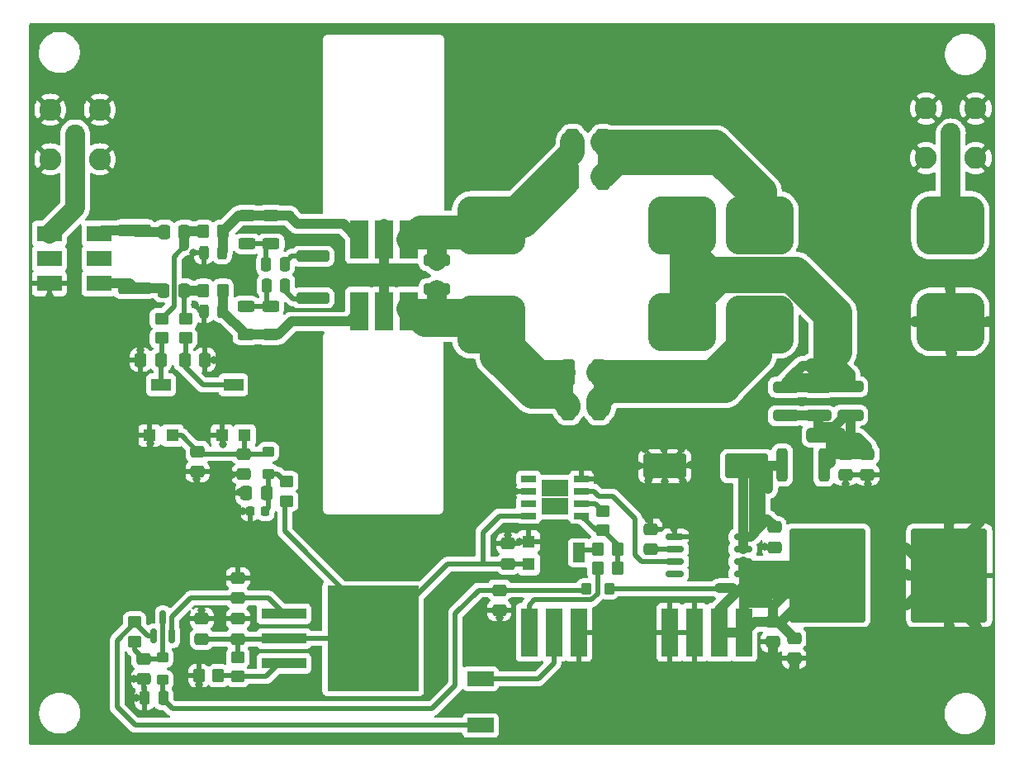
<source format=gbr>
%TF.GenerationSoftware,KiCad,Pcbnew,(6.0.1)*%
%TF.CreationDate,2022-01-26T11:25:13+01:00*%
%TF.ProjectId,MUNIN 100,4d554e49-4e20-4313-9030-2e6b69636164,0*%
%TF.SameCoordinates,Original*%
%TF.FileFunction,Copper,L1,Top*%
%TF.FilePolarity,Positive*%
%FSLAX46Y46*%
G04 Gerber Fmt 4.6, Leading zero omitted, Abs format (unit mm)*
G04 Created by KiCad (PCBNEW (6.0.1)) date 2022-01-26 11:25:13*
%MOMM*%
%LPD*%
G01*
G04 APERTURE LIST*
G04 Aperture macros list*
%AMRoundRect*
0 Rectangle with rounded corners*
0 $1 Rounding radius*
0 $2 $3 $4 $5 $6 $7 $8 $9 X,Y pos of 4 corners*
0 Add a 4 corners polygon primitive as box body*
4,1,4,$2,$3,$4,$5,$6,$7,$8,$9,$2,$3,0*
0 Add four circle primitives for the rounded corners*
1,1,$1+$1,$2,$3*
1,1,$1+$1,$4,$5*
1,1,$1+$1,$6,$7*
1,1,$1+$1,$8,$9*
0 Add four rect primitives between the rounded corners*
20,1,$1+$1,$2,$3,$4,$5,0*
20,1,$1+$1,$4,$5,$6,$7,0*
20,1,$1+$1,$6,$7,$8,$9,0*
20,1,$1+$1,$8,$9,$2,$3,0*%
G04 Aperture macros list end*
%TA.AperFunction,ComponentPad*%
%ADD10C,2.050000*%
%TD*%
%TA.AperFunction,ComponentPad*%
%ADD11C,2.250000*%
%TD*%
%TA.AperFunction,SMDPad,CuDef*%
%ADD12R,1.905000X4.000000*%
%TD*%
%TA.AperFunction,SMDPad,CuDef*%
%ADD13RoundRect,0.250000X0.250000X0.475000X-0.250000X0.475000X-0.250000X-0.475000X0.250000X-0.475000X0*%
%TD*%
%TA.AperFunction,SMDPad,CuDef*%
%ADD14RoundRect,0.250000X-0.450000X0.350000X-0.450000X-0.350000X0.450000X-0.350000X0.450000X0.350000X0*%
%TD*%
%TA.AperFunction,SMDPad,CuDef*%
%ADD15R,1.500000X0.650000*%
%TD*%
%TA.AperFunction,SMDPad,CuDef*%
%ADD16R,1.350000X1.800000*%
%TD*%
%TA.AperFunction,SMDPad,CuDef*%
%ADD17RoundRect,0.250000X0.337500X0.475000X-0.337500X0.475000X-0.337500X-0.475000X0.337500X-0.475000X0*%
%TD*%
%TA.AperFunction,SMDPad,CuDef*%
%ADD18RoundRect,0.250000X0.350000X-0.275000X0.350000X0.275000X-0.350000X0.275000X-0.350000X-0.275000X0*%
%TD*%
%TA.AperFunction,SMDPad,CuDef*%
%ADD19RoundRect,0.250000X0.475000X-0.337500X0.475000X0.337500X-0.475000X0.337500X-0.475000X-0.337500X0*%
%TD*%
%TA.AperFunction,SMDPad,CuDef*%
%ADD20RoundRect,0.250000X0.312500X1.450000X-0.312500X1.450000X-0.312500X-1.450000X0.312500X-1.450000X0*%
%TD*%
%TA.AperFunction,SMDPad,CuDef*%
%ADD21RoundRect,0.250000X-0.412500X-1.100000X0.412500X-1.100000X0.412500X1.100000X-0.412500X1.100000X0*%
%TD*%
%TA.AperFunction,SMDPad,CuDef*%
%ADD22RoundRect,0.250000X-0.475000X0.337500X-0.475000X-0.337500X0.475000X-0.337500X0.475000X0.337500X0*%
%TD*%
%TA.AperFunction,SMDPad,CuDef*%
%ADD23RoundRect,0.250000X0.350000X0.450000X-0.350000X0.450000X-0.350000X-0.450000X0.350000X-0.450000X0*%
%TD*%
%TA.AperFunction,SMDPad,CuDef*%
%ADD24RoundRect,0.150000X0.800000X0.150000X-0.800000X0.150000X-0.800000X-0.150000X0.800000X-0.150000X0*%
%TD*%
%TA.AperFunction,SMDPad,CuDef*%
%ADD25RoundRect,0.250000X0.625000X-0.312500X0.625000X0.312500X-0.625000X0.312500X-0.625000X-0.312500X0*%
%TD*%
%TA.AperFunction,SMDPad,CuDef*%
%ADD26RoundRect,0.250000X1.950000X1.000000X-1.950000X1.000000X-1.950000X-1.000000X1.950000X-1.000000X0*%
%TD*%
%TA.AperFunction,SMDPad,CuDef*%
%ADD27R,2.540000X1.650000*%
%TD*%
%TA.AperFunction,SMDPad,CuDef*%
%ADD28R,2.700000X1.500000*%
%TD*%
%TA.AperFunction,SMDPad,CuDef*%
%ADD29RoundRect,0.250000X-1.100000X0.325000X-1.100000X-0.325000X1.100000X-0.325000X1.100000X0.325000X0*%
%TD*%
%TA.AperFunction,SMDPad,CuDef*%
%ADD30RoundRect,0.243750X-0.243750X-0.456250X0.243750X-0.456250X0.243750X0.456250X-0.243750X0.456250X0*%
%TD*%
%TA.AperFunction,SMDPad,CuDef*%
%ADD31RoundRect,0.249998X-3.650002X-4.550002X3.650002X-4.550002X3.650002X4.550002X-3.650002X4.550002X0*%
%TD*%
%TA.AperFunction,SMDPad,CuDef*%
%ADD32RoundRect,0.250000X-1.075000X0.312500X-1.075000X-0.312500X1.075000X-0.312500X1.075000X0.312500X0*%
%TD*%
%TA.AperFunction,SMDPad,CuDef*%
%ADD33RoundRect,0.250000X-1.450000X0.312500X-1.450000X-0.312500X1.450000X-0.312500X1.450000X0.312500X0*%
%TD*%
%TA.AperFunction,SMDPad,CuDef*%
%ADD34RoundRect,0.250000X-0.250000X-0.475000X0.250000X-0.475000X0.250000X0.475000X-0.250000X0.475000X0*%
%TD*%
%TA.AperFunction,SMDPad,CuDef*%
%ADD35RoundRect,0.250000X-0.625000X0.312500X-0.625000X-0.312500X0.625000X-0.312500X0.625000X0.312500X0*%
%TD*%
%TA.AperFunction,SMDPad,CuDef*%
%ADD36RoundRect,0.250000X-0.337500X-0.475000X0.337500X-0.475000X0.337500X0.475000X-0.337500X0.475000X0*%
%TD*%
%TA.AperFunction,ComponentPad*%
%ADD37R,1.700000X5.000000*%
%TD*%
%TA.AperFunction,SMDPad,CuDef*%
%ADD38R,1.300000X1.300000*%
%TD*%
%TA.AperFunction,SMDPad,CuDef*%
%ADD39R,1.300000X2.000000*%
%TD*%
%TA.AperFunction,SMDPad,CuDef*%
%ADD40R,2.000000X1.300000*%
%TD*%
%TA.AperFunction,SMDPad,CuDef*%
%ADD41RoundRect,0.218750X0.218750X0.256250X-0.218750X0.256250X-0.218750X-0.256250X0.218750X-0.256250X0*%
%TD*%
%TA.AperFunction,SMDPad,CuDef*%
%ADD42RoundRect,1.500000X-2.000000X-1.500000X2.000000X-1.500000X2.000000X1.500000X-2.000000X1.500000X0*%
%TD*%
%TA.AperFunction,SMDPad,CuDef*%
%ADD43R,4.600000X1.100000*%
%TD*%
%TA.AperFunction,SMDPad,CuDef*%
%ADD44R,9.400000X10.800000*%
%TD*%
%TA.AperFunction,SMDPad,CuDef*%
%ADD45RoundRect,0.250000X-0.350000X-0.450000X0.350000X-0.450000X0.350000X0.450000X-0.350000X0.450000X0*%
%TD*%
%TA.AperFunction,SMDPad,CuDef*%
%ADD46RoundRect,0.150000X0.150000X-0.587500X0.150000X0.587500X-0.150000X0.587500X-0.150000X-0.587500X0*%
%TD*%
%TA.AperFunction,SMDPad,CuDef*%
%ADD47RoundRect,0.250000X-0.275000X-0.350000X0.275000X-0.350000X0.275000X0.350000X-0.275000X0.350000X0*%
%TD*%
%TA.AperFunction,SMDPad,CuDef*%
%ADD48RoundRect,0.250000X0.450000X-0.350000X0.450000X0.350000X-0.450000X0.350000X-0.450000X-0.350000X0*%
%TD*%
%TA.AperFunction,SMDPad,CuDef*%
%ADD49RoundRect,0.250000X-1.425000X0.362500X-1.425000X-0.362500X1.425000X-0.362500X1.425000X0.362500X0*%
%TD*%
%TA.AperFunction,SMDPad,CuDef*%
%ADD50RoundRect,0.381000X-1.619000X-0.381000X1.619000X-0.381000X1.619000X0.381000X-1.619000X0.381000X0*%
%TD*%
%TA.AperFunction,SMDPad,CuDef*%
%ADD51RoundRect,0.250000X-0.350000X0.275000X-0.350000X-0.275000X0.350000X-0.275000X0.350000X0.275000X0*%
%TD*%
%TA.AperFunction,ViaPad*%
%ADD52C,0.800000*%
%TD*%
%TA.AperFunction,Conductor*%
%ADD53C,0.250000*%
%TD*%
%TA.AperFunction,Conductor*%
%ADD54C,1.000000*%
%TD*%
%TA.AperFunction,Conductor*%
%ADD55C,0.500000*%
%TD*%
%TA.AperFunction,Conductor*%
%ADD56C,2.000000*%
%TD*%
%TA.AperFunction,Conductor*%
%ADD57C,2.500000*%
%TD*%
G04 APERTURE END LIST*
D10*
%TO.P,J2,1,In*%
%TO.N,Net-(J2-Pad1)*%
X140700000Y-89300000D03*
D11*
%TO.P,J2,2,Ext*%
%TO.N,GND*%
X138160000Y-91840000D03*
X143240000Y-91840000D03*
X138160000Y-86760000D03*
X143240000Y-86760000D03*
%TD*%
D10*
%TO.P,J1,1,In*%
%TO.N,Net-(J1-Pad1)*%
X50900000Y-89400000D03*
D11*
%TO.P,J1,2,Ext*%
%TO.N,GND*%
X53440000Y-86860000D03*
X48360000Y-86860000D03*
X53440000Y-91940000D03*
X48360000Y-91940000D03*
%TD*%
D12*
%TO.P,Q3,1,D*%
%TO.N,Net-(C11-Pad2)*%
X85140000Y-107532500D03*
%TO.P,Q3,2,S*%
%TO.N,GND*%
X82600000Y-107532500D03*
%TO.P,Q3,3,G*%
%TO.N,Net-(D4-Pad2)*%
X80060000Y-107532500D03*
%TD*%
%TO.P,Q2,1,G*%
%TO.N,Net-(D3-Pad2)*%
X80060000Y-100167500D03*
%TO.P,Q2,2,S*%
%TO.N,GND*%
X82600000Y-100167500D03*
%TO.P,Q2,3,D*%
%TO.N,Net-(C11-Pad1)*%
X85140000Y-100167500D03*
%TD*%
D13*
%TO.P,C1,1*%
%TO.N,+48V*%
X59950000Y-147200000D03*
%TO.P,C1,2*%
%TO.N,GND*%
X58050000Y-147200000D03*
%TD*%
D14*
%TO.P,R1,1*%
%TO.N,Net-(C5-Pad2)*%
X59766200Y-108296200D03*
%TO.P,R1,2*%
%TO.N,Net-(C2-Pad2)*%
X59766200Y-110296200D03*
%TD*%
D15*
%TO.P,U2,1*%
%TO.N,Net-(R13-Pad2)*%
X102800000Y-128505000D03*
%TO.P,U2,2,-*%
%TO.N,Net-(R14-Pad1)*%
X102800000Y-127235000D03*
%TO.P,U2,3,+*%
%TO.N,Net-(IC1-Pad7)*%
X102800000Y-125965000D03*
%TO.P,U2,4,V-*%
%TO.N,GND*%
X102800000Y-124695000D03*
%TO.P,U2,5,+*%
%TO.N,unconnected-(U2-Pad5)*%
X97400000Y-124695000D03*
%TO.P,U2,6,-*%
%TO.N,GND*%
X97400000Y-125965000D03*
%TO.P,U2,7*%
%TO.N,unconnected-(U2-Pad7)*%
X97400000Y-127235000D03*
%TO.P,U2,8,V+*%
%TO.N,+5V*%
X97400000Y-128505000D03*
D16*
%TO.P,U2,9*%
%TO.N,N/C*%
X99425000Y-125700000D03*
X100775000Y-125700000D03*
X100775000Y-127500000D03*
X99425000Y-127500000D03*
%TD*%
D17*
%TO.P,C8,1*%
%TO.N,GND*%
X64207300Y-112522000D03*
%TO.P,C8,2*%
%TO.N,Net-(C8-Pad2)*%
X62132300Y-112522000D03*
%TD*%
D18*
%TO.P,L1,1*%
%TO.N,+48V*%
X59900000Y-145350000D03*
%TO.P,L1,2*%
%TO.N,Net-(C3-Pad1)*%
X59900000Y-143050000D03*
%TD*%
D19*
%TO.P,C12,1*%
%TO.N,+5V*%
X63900000Y-141137500D03*
%TO.P,C12,2*%
%TO.N,GND*%
X63900000Y-139062500D03*
%TD*%
D20*
%TO.P,L4,1*%
%TO.N,Net-(C18-Pad2)*%
X127664300Y-123317000D03*
%TO.P,L4,2*%
%TO.N,Net-(C20-Pad2)*%
X123389300Y-123317000D03*
%TD*%
D21*
%TO.P,C14,1*%
%TO.N,Net-(C11-Pad2)*%
X101485300Y-113817400D03*
%TO.P,C14,2*%
%TO.N,Net-(C14-Pad2)*%
X104610300Y-113817400D03*
%TD*%
D22*
%TO.P,C7,1*%
%TO.N,Net-(C4-Pad1)*%
X68199000Y-122152500D03*
%TO.P,C7,2*%
%TO.N,GND*%
X68199000Y-124227500D03*
%TD*%
D19*
%TO.P,C26,1*%
%TO.N,Net-(C26-Pad1)*%
X109900000Y-131937500D03*
%TO.P,C26,2*%
%TO.N,GND*%
X109900000Y-129862500D03*
%TD*%
D21*
%TO.P,C15,1*%
%TO.N,Net-(C11-Pad1)*%
X101917100Y-90220800D03*
%TO.P,C15,2*%
%TO.N,Net-(C15-Pad2)*%
X105042100Y-90220800D03*
%TD*%
D19*
%TO.P,C24,1*%
%TO.N,+5V*%
X95310800Y-133437500D03*
%TO.P,C24,2*%
%TO.N,GND*%
X95310800Y-131362500D03*
%TD*%
D21*
%TO.P,C17,1*%
%TO.N,Net-(C11-Pad2)*%
X101485300Y-117373400D03*
%TO.P,C17,2*%
%TO.N,Net-(C14-Pad2)*%
X104610300Y-117373400D03*
%TD*%
D19*
%TO.P,C19,1*%
%TO.N,GND*%
X129870200Y-124278300D03*
%TO.P,C19,2*%
%TO.N,Net-(C18-Pad2)*%
X129870200Y-122203300D03*
%TD*%
D23*
%TO.P,R7,1*%
%TO.N,Net-(R7-Pad1)*%
X65600000Y-144900000D03*
%TO.P,R7,2*%
%TO.N,GND*%
X63600000Y-144900000D03*
%TD*%
D14*
%TO.P,R4,1*%
%TO.N,Net-(C6-Pad2)*%
X62255400Y-108296200D03*
%TO.P,R4,2*%
%TO.N,Net-(C8-Pad2)*%
X62255400Y-110296200D03*
%TD*%
D24*
%TO.P,IC1,1,IP+*%
%TO.N,Net-(C21-Pad1)*%
X119374800Y-134467600D03*
%TO.P,IC1,2,IP+*%
X119374800Y-133197600D03*
%TO.P,IC1,3,IP-*%
%TO.N,Net-(C20-Pad2)*%
X119374800Y-131927600D03*
%TO.P,IC1,4,IP-*%
X119374800Y-130657600D03*
%TO.P,IC1,5,GND*%
%TO.N,GND*%
X112374800Y-130657600D03*
%TO.P,IC1,6,Fltr*%
%TO.N,Net-(C26-Pad1)*%
X112374800Y-131927600D03*
%TO.P,IC1,7,Vout*%
%TO.N,Net-(IC1-Pad7)*%
X112374800Y-133197600D03*
%TO.P,IC1,8,VDD*%
%TO.N,unconnected-(IC1-Pad8)*%
X112374800Y-134467600D03*
%TD*%
D25*
%TO.P,R18,1*%
%TO.N,Net-(D4-Pad2)*%
X70942200Y-109945900D03*
%TO.P,R18,2*%
%TO.N,Net-(C27-Pad1)*%
X70942200Y-107020900D03*
%TD*%
D26*
%TO.P,C25,1*%
%TO.N,Net-(C20-Pad2)*%
X119754100Y-123418600D03*
%TO.P,C25,2*%
%TO.N,GND*%
X111354100Y-123418600D03*
%TD*%
D27*
%TO.P,TR1,1*%
%TO.N,Net-(C6-Pad1)*%
X53340000Y-104673400D03*
%TO.P,TR1,2*%
%TO.N,unconnected-(TR1-Pad2)*%
X53340000Y-102133400D03*
%TO.P,TR1,3*%
%TO.N,Net-(C5-Pad1)*%
X53340000Y-99593400D03*
%TO.P,TR1,4*%
%TO.N,Net-(J1-Pad1)*%
X48260000Y-99593400D03*
%TO.P,TR1,5*%
%TO.N,unconnected-(TR1-Pad5)*%
X48260000Y-102133400D03*
%TO.P,TR1,6*%
%TO.N,GND*%
X48260000Y-104673400D03*
%TD*%
D28*
%TO.P,D1,1,K*%
%TO.N,Net-(D1-Pad1)*%
X92500000Y-145200000D03*
%TO.P,D1,2,A*%
%TO.N,Net-(D1-Pad2)*%
X92500000Y-150000000D03*
%TD*%
D29*
%TO.P,C11,1*%
%TO.N,Net-(C11-Pad1)*%
X88000000Y-102325000D03*
%TO.P,C11,2*%
%TO.N,Net-(C11-Pad2)*%
X88000000Y-105275000D03*
%TD*%
D22*
%TO.P,C23,1*%
%TO.N,Net-(C21-Pad1)*%
X124637800Y-141050100D03*
%TO.P,C23,2*%
%TO.N,GND*%
X124637800Y-143125100D03*
%TD*%
D30*
%TO.P,D3,1,A1*%
%TO.N,GND*%
X64086500Y-101498400D03*
%TO.P,D3,2,A2*%
%TO.N,Net-(D3-Pad2)*%
X65961500Y-101498400D03*
%TD*%
D19*
%TO.P,C9,1*%
%TO.N,Net-(C9-Pad1)*%
X67600000Y-136937500D03*
%TO.P,C9,2*%
%TO.N,GND*%
X67600000Y-134862500D03*
%TD*%
D31*
%TO.P,C21,1*%
%TO.N,Net-(C21-Pad1)*%
X128029900Y-134620000D03*
%TO.P,C21,2*%
%TO.N,GND*%
X140529900Y-134620000D03*
%TD*%
D32*
%TO.P,R10,1*%
%TO.N,Net-(L3-Pad1)*%
X123774200Y-115326700D03*
%TO.P,R10,2*%
%TO.N,Net-(C18-Pad2)*%
X123774200Y-118251700D03*
%TD*%
%TO.P,R12,1*%
%TO.N,Net-(L3-Pad1)*%
X130378200Y-115275900D03*
%TO.P,R12,2*%
%TO.N,Net-(C18-Pad2)*%
X130378200Y-118200900D03*
%TD*%
D33*
%TO.P,L5,1*%
%TO.N,Net-(C28-Pad2)*%
X75285600Y-101900900D03*
%TO.P,L5,2*%
%TO.N,Net-(C27-Pad2)*%
X75285600Y-106175900D03*
%TD*%
D34*
%TO.P,C27,1*%
%TO.N,Net-(C27-Pad1)*%
X70551000Y-104902000D03*
%TO.P,C27,2*%
%TO.N,Net-(C27-Pad2)*%
X72451000Y-104902000D03*
%TD*%
D35*
%TO.P,R16,1*%
%TO.N,Net-(D3-Pad2)*%
X70993000Y-97699100D03*
%TO.P,R16,2*%
%TO.N,Net-(C28-Pad1)*%
X70993000Y-100624100D03*
%TD*%
D36*
%TO.P,C5,1*%
%TO.N,Net-(C5-Pad1)*%
X60049500Y-99390200D03*
%TO.P,C5,2*%
%TO.N,Net-(C5-Pad2)*%
X62124500Y-99390200D03*
%TD*%
D37*
%TO.P,J3,1,Pin_1*%
%TO.N,GND*%
X102525000Y-140462500D03*
%TO.P,J3,2,Pin_2*%
%TO.N,Net-(D1-Pad1)*%
X99985000Y-140462500D03*
%TO.P,J3,3,Pin_3*%
%TO.N,Net-(J3-Pad3)*%
X97445000Y-140462500D03*
%TD*%
D38*
%TO.P,RV3,1,1*%
%TO.N,+5V*%
X97400000Y-133450000D03*
D39*
%TO.P,RV3,2,2*%
%TO.N,Net-(R13-Pad1)*%
X102600000Y-132300000D03*
D38*
%TO.P,RV3,3,3*%
%TO.N,GND*%
X97400000Y-131150000D03*
%TD*%
%TO.P,RV1,1,1*%
%TO.N,Net-(C4-Pad1)*%
X60865400Y-120278200D03*
D40*
%TO.P,RV1,2,2*%
%TO.N,Net-(C2-Pad2)*%
X59715400Y-115078200D03*
D38*
%TO.P,RV1,3,3*%
%TO.N,GND*%
X58565400Y-120278200D03*
%TD*%
D23*
%TO.P,R15,1*%
%TO.N,Net-(R13-Pad2)*%
X106500000Y-133900000D03*
%TO.P,R15,2*%
%TO.N,Net-(J3-Pad3)*%
X104500000Y-133900000D03*
%TD*%
D22*
%TO.P,C3,1*%
%TO.N,Net-(C3-Pad1)*%
X57900000Y-143162500D03*
%TO.P,C3,2*%
%TO.N,GND*%
X57900000Y-145237500D03*
%TD*%
D36*
%TO.P,C2,1*%
%TO.N,GND*%
X57636500Y-112522000D03*
%TO.P,C2,2*%
%TO.N,Net-(C2-Pad2)*%
X59711500Y-112522000D03*
%TD*%
D41*
%TO.P,D2,1,K*%
%TO.N,Net-(C10-Pad1)*%
X70408900Y-128041400D03*
%TO.P,D2,2,A*%
%TO.N,GND*%
X68833900Y-128041400D03*
%TD*%
D37*
%TO.P,J4,1,Pin_1*%
%TO.N,Net-(C21-Pad1)*%
X119500000Y-140462500D03*
%TO.P,J4,2,Pin_2*%
X116960000Y-140462500D03*
%TO.P,J4,3,Pin_3*%
%TO.N,GND*%
X114420000Y-140462500D03*
%TO.P,J4,4,Pin_4*%
X111880000Y-140462500D03*
%TD*%
D19*
%TO.P,C20,1*%
%TO.N,GND*%
X122600000Y-131737500D03*
%TO.P,C20,2*%
%TO.N,Net-(C20-Pad2)*%
X122600000Y-129662500D03*
%TD*%
D30*
%TO.P,D4,1,A1*%
%TO.N,GND*%
X64137300Y-107518200D03*
%TO.P,D4,2,A2*%
%TO.N,Net-(D4-Pad2)*%
X66012300Y-107518200D03*
%TD*%
D42*
%TO.P,TLT2,1*%
%TO.N,Net-(C15-Pad2)*%
X121081800Y-98729800D03*
%TO.P,TLT2,2*%
%TO.N,Net-(J2-Pad1)*%
X140639800Y-98729800D03*
%TO.P,TLT2,3*%
%TO.N,GND*%
X140639800Y-108635800D03*
%TO.P,TLT2,4*%
%TO.N,Net-(C14-Pad2)*%
X121081800Y-108889800D03*
%TD*%
D21*
%TO.P,C16,1*%
%TO.N,Net-(C11-Pad1)*%
X101917100Y-93751400D03*
%TO.P,C16,2*%
%TO.N,Net-(C15-Pad2)*%
X105042100Y-93751400D03*
%TD*%
D17*
%TO.P,C10,1*%
%TO.N,Net-(C10-Pad1)*%
X70537500Y-126200000D03*
%TO.P,C10,2*%
%TO.N,GND*%
X68462500Y-126200000D03*
%TD*%
D35*
%TO.P,R17,1*%
%TO.N,Net-(D3-Pad2)*%
X68554600Y-97699100D03*
%TO.P,R17,2*%
%TO.N,Net-(C28-Pad1)*%
X68554600Y-100624100D03*
%TD*%
D43*
%TO.P,U1,1,VO*%
%TO.N,Net-(C9-Pad1)*%
X72325000Y-138560000D03*
%TO.P,U1,2,VI*%
%TO.N,+5V*%
X72325000Y-141100000D03*
D44*
X81475000Y-141100000D03*
D43*
%TO.P,U1,3,GND*%
%TO.N,Net-(R7-Pad1)*%
X72325000Y-143640000D03*
%TD*%
D45*
%TO.P,R6,1*%
%TO.N,Net-(C6-Pad2)*%
X64074800Y-105410000D03*
%TO.P,R6,2*%
%TO.N,Net-(D4-Pad2)*%
X66074800Y-105410000D03*
%TD*%
D46*
%TO.P,Q1,1,G*%
%TO.N,Net-(D1-Pad2)*%
X58950000Y-140837500D03*
%TO.P,Q1,2,S*%
%TO.N,Net-(C9-Pad1)*%
X60850000Y-140837500D03*
%TO.P,Q1,3,D*%
%TO.N,Net-(C3-Pad1)*%
X59900000Y-138962500D03*
%TD*%
D47*
%TO.P,L6,1*%
%TO.N,+48V*%
X103350000Y-136000000D03*
%TO.P,L6,2*%
%TO.N,Net-(C21-Pad1)*%
X105650000Y-136000000D03*
%TD*%
D14*
%TO.P,R14,1*%
%TO.N,Net-(R14-Pad1)*%
X105000000Y-128000000D03*
%TO.P,R14,2*%
%TO.N,Net-(R13-Pad2)*%
X105000000Y-130000000D03*
%TD*%
D19*
%TO.P,C29,1*%
%TO.N,GND*%
X94400000Y-138200000D03*
%TO.P,C29,2*%
%TO.N,+48V*%
X94400000Y-136125000D03*
%TD*%
D14*
%TO.P,R9,1*%
%TO.N,Net-(C10-Pad1)*%
X72600000Y-124984000D03*
%TO.P,R9,2*%
%TO.N,+5V*%
X72600000Y-126984000D03*
%TD*%
D19*
%TO.P,C13,1*%
%TO.N,+5V*%
X67600000Y-141137500D03*
%TO.P,C13,2*%
%TO.N,GND*%
X67600000Y-139062500D03*
%TD*%
D22*
%TO.P,C22,1*%
%TO.N,Net-(C21-Pad1)*%
X122428000Y-139348300D03*
%TO.P,C22,2*%
%TO.N,GND*%
X122428000Y-141423300D03*
%TD*%
D48*
%TO.P,R3,1*%
%TO.N,Net-(C3-Pad1)*%
X57000000Y-141400000D03*
%TO.P,R3,2*%
%TO.N,Net-(D1-Pad2)*%
X57000000Y-139400000D03*
%TD*%
D45*
%TO.P,R13,1*%
%TO.N,Net-(R13-Pad1)*%
X104500000Y-131900000D03*
%TO.P,R13,2*%
%TO.N,Net-(R13-Pad2)*%
X106500000Y-131900000D03*
%TD*%
D49*
%TO.P,R2,1*%
%TO.N,Net-(C5-Pad1)*%
X56997600Y-99221700D03*
%TO.P,R2,2*%
%TO.N,Net-(C6-Pad1)*%
X56997600Y-105146700D03*
%TD*%
D36*
%TO.P,C6,1*%
%TO.N,Net-(C6-Pad1)*%
X59998700Y-105410000D03*
%TO.P,C6,2*%
%TO.N,Net-(C6-Pad2)*%
X62073700Y-105410000D03*
%TD*%
D25*
%TO.P,R19,1*%
%TO.N,Net-(D4-Pad2)*%
X68427600Y-109945900D03*
%TO.P,R19,2*%
%TO.N,Net-(C27-Pad1)*%
X68427600Y-107020900D03*
%TD*%
D19*
%TO.P,C18,1*%
%TO.N,GND*%
X132130800Y-124278300D03*
%TO.P,C18,2*%
%TO.N,Net-(C18-Pad2)*%
X132130800Y-122203300D03*
%TD*%
D14*
%TO.P,R8,1*%
%TO.N,+5V*%
X67600000Y-143000000D03*
%TO.P,R8,2*%
%TO.N,Net-(R7-Pad1)*%
X67600000Y-145000000D03*
%TD*%
D50*
%TO.P,L3,1,1*%
%TO.N,Net-(L3-Pad1)*%
X127889000Y-113131600D03*
%TO.P,L3,2,2*%
%TO.N,Net-(C18-Pad2)*%
X127889000Y-120243600D03*
%TD*%
D34*
%TO.P,C28,1*%
%TO.N,Net-(C28-Pad1)*%
X70500200Y-102692200D03*
%TO.P,C28,2*%
%TO.N,Net-(C28-Pad2)*%
X72400200Y-102692200D03*
%TD*%
D38*
%TO.P,RV2,1,1*%
%TO.N,Net-(C4-Pad1)*%
X68282200Y-120278200D03*
D40*
%TO.P,RV2,2,2*%
%TO.N,Net-(C8-Pad2)*%
X67132200Y-115078200D03*
D38*
%TO.P,RV2,3,3*%
%TO.N,GND*%
X65982200Y-120278200D03*
%TD*%
D45*
%TO.P,R5,1*%
%TO.N,Net-(C5-Pad2)*%
X64074800Y-99339400D03*
%TO.P,R5,2*%
%TO.N,Net-(D3-Pad2)*%
X66074800Y-99339400D03*
%TD*%
D32*
%TO.P,R11,1*%
%TO.N,Net-(L3-Pad1)*%
X127076200Y-115326700D03*
%TO.P,R11,2*%
%TO.N,Net-(C18-Pad2)*%
X127076200Y-118251700D03*
%TD*%
D22*
%TO.P,C4,1*%
%TO.N,Net-(C4-Pad1)*%
X63449200Y-121898500D03*
%TO.P,C4,2*%
%TO.N,GND*%
X63449200Y-123973500D03*
%TD*%
D51*
%TO.P,L2,1*%
%TO.N,Net-(C4-Pad1)*%
X70739000Y-121938400D03*
%TO.P,L2,2*%
%TO.N,Net-(C10-Pad1)*%
X70739000Y-124238400D03*
%TD*%
D42*
%TO.P,TLT1,1*%
%TO.N,Net-(C11-Pad1)*%
X93548200Y-98729800D03*
%TO.P,TLT1,2*%
%TO.N,Net-(L3-Pad1)*%
X113106200Y-98729800D03*
%TO.P,TLT1,3*%
X113106200Y-108635800D03*
%TO.P,TLT1,4*%
%TO.N,Net-(C11-Pad2)*%
X93548200Y-108889800D03*
%TD*%
D52*
%TO.N,GND*%
X113200000Y-125000000D03*
X113100000Y-121700000D03*
X109700000Y-124900000D03*
X109300000Y-121700000D03*
X114000000Y-123300000D03*
X129900000Y-125200000D03*
X132200000Y-125200000D03*
X143700000Y-129100000D03*
X143400000Y-139900000D03*
X136200000Y-137700000D03*
X136100000Y-131800000D03*
X140600000Y-139800000D03*
X136200000Y-134500000D03*
X140600000Y-129200000D03*
X63600000Y-145800000D03*
X137000000Y-108600000D03*
X140600000Y-105200000D03*
X63200000Y-106900000D03*
X57200000Y-147200000D03*
X122428000Y-142472000D03*
X58600000Y-121100000D03*
X94400000Y-139000000D03*
X68100000Y-128000000D03*
X48300000Y-105900000D03*
X63900000Y-138200000D03*
X63400000Y-124700000D03*
X82600000Y-100167500D03*
X121600000Y-131700000D03*
X82600000Y-102700000D03*
X82600000Y-98600000D03*
X144500000Y-108600000D03*
X111300000Y-121700000D03*
X111400000Y-125000000D03*
X65100000Y-112500000D03*
X67800000Y-126100000D03*
X96000000Y-126000000D03*
X96500000Y-131200000D03*
X82600000Y-108700000D03*
X124600000Y-144200000D03*
X67000000Y-124300000D03*
X66100000Y-121200000D03*
X63000000Y-101500000D03*
X109700000Y-128900000D03*
X56900000Y-145200000D03*
X82600000Y-104700000D03*
X82600000Y-107332500D03*
X140800000Y-111900000D03*
X108700000Y-123400000D03*
X95300000Y-130500000D03*
X112300000Y-129800000D03*
X57600000Y-111500000D03*
%TD*%
D53*
%TO.N,GND*%
X111618600Y-123418600D02*
X113200000Y-125000000D01*
X111354100Y-123418600D02*
X111618600Y-123418600D01*
X111381400Y-123418600D02*
X113100000Y-121700000D01*
X111354100Y-123418600D02*
X111381400Y-123418600D01*
X111181400Y-123418600D02*
X109700000Y-124900000D01*
X111354100Y-123418600D02*
X111181400Y-123418600D01*
X111018600Y-123418600D02*
X109300000Y-121700000D01*
X111354100Y-123418600D02*
X111018600Y-123418600D01*
X113881400Y-123418600D02*
X114000000Y-123300000D01*
X111354100Y-123418600D02*
X113881400Y-123418600D01*
X129870200Y-125170200D02*
X129900000Y-125200000D01*
X129870200Y-124278300D02*
X129870200Y-125170200D01*
X132130800Y-125130800D02*
X132200000Y-125200000D01*
X132130800Y-124278300D02*
X132130800Y-125130800D01*
D54*
X140529900Y-132270100D02*
X143700000Y-129100000D01*
X140529900Y-134620000D02*
X140529900Y-132270100D01*
X140529900Y-137029900D02*
X143400000Y-139900000D01*
X140529900Y-134620000D02*
X140529900Y-137029900D01*
X139280000Y-134620000D02*
X136200000Y-137700000D01*
X140529900Y-134620000D02*
X139280000Y-134620000D01*
X138920000Y-134620000D02*
X136100000Y-131800000D01*
X140529900Y-134620000D02*
X138920000Y-134620000D01*
X140529900Y-129270100D02*
X140600000Y-129200000D01*
X140529900Y-134620000D02*
X140529900Y-129270100D01*
X140529900Y-139729900D02*
X140600000Y-139800000D01*
X140529900Y-134620000D02*
X140529900Y-139729900D01*
X136320000Y-134620000D02*
X136200000Y-134500000D01*
X140529900Y-134620000D02*
X136320000Y-134620000D01*
%TO.N,Net-(D4-Pad2)*%
X73100000Y-108600000D02*
X78992500Y-108600000D01*
X71754100Y-109945900D02*
X73100000Y-108600000D01*
X78992500Y-108600000D02*
X80060000Y-107532500D01*
X70942200Y-109945900D02*
X71754100Y-109945900D01*
X68427600Y-109945900D02*
X70942200Y-109945900D01*
X66012300Y-107530600D02*
X68427600Y-109945900D01*
X66012300Y-107518200D02*
X66012300Y-107530600D01*
X66074800Y-107455700D02*
X66012300Y-107518200D01*
X66074800Y-105410000D02*
X66074800Y-107455700D01*
%TO.N,Net-(C6-Pad2)*%
X62073700Y-105410000D02*
X64074800Y-105410000D01*
%TO.N,Net-(C6-Pad1)*%
X59735400Y-105146700D02*
X59998700Y-105410000D01*
X56997600Y-105146700D02*
X59735400Y-105146700D01*
X56524300Y-104673400D02*
X56997600Y-105146700D01*
X53340000Y-104673400D02*
X56524300Y-104673400D01*
%TO.N,Net-(C5-Pad1)*%
X53711700Y-99221700D02*
X53340000Y-99593400D01*
X56997600Y-99221700D02*
X53711700Y-99221700D01*
X57166100Y-99390200D02*
X56997600Y-99221700D01*
X60049500Y-99390200D02*
X57166100Y-99390200D01*
%TO.N,Net-(C5-Pad2)*%
X62124500Y-100820556D02*
X62097028Y-100848028D01*
X62124500Y-99390200D02*
X62124500Y-100820556D01*
X64074800Y-99339400D02*
X62175300Y-99339400D01*
X62175300Y-99339400D02*
X62124500Y-99390200D01*
%TO.N,Net-(D3-Pad2)*%
X66074800Y-101385100D02*
X65961500Y-101498400D01*
X66074800Y-99339400D02*
X66074800Y-101385100D01*
X67715100Y-97699100D02*
X66074800Y-99339400D01*
X68554600Y-97699100D02*
X67715100Y-97699100D01*
X70993000Y-97699100D02*
X68554600Y-97699100D01*
X72900000Y-97700000D02*
X72899100Y-97699100D01*
X72899100Y-97699100D02*
X70993000Y-97699100D01*
X72900000Y-97800000D02*
X72900000Y-97700000D01*
X73700000Y-98600000D02*
X72900000Y-97800000D01*
X78400000Y-98600000D02*
X73700000Y-98600000D01*
X79967500Y-100167500D02*
X78400000Y-98600000D01*
X80060000Y-100167500D02*
X79967500Y-100167500D01*
D55*
%TO.N,+48V*%
X92275000Y-136125000D02*
X94400000Y-136125000D01*
X59900000Y-147150000D02*
X59950000Y-147200000D01*
X87500000Y-148300000D02*
X89900000Y-145900000D01*
X59900000Y-145350000D02*
X59900000Y-147150000D01*
X60900000Y-148300000D02*
X87500000Y-148300000D01*
X103225000Y-136125000D02*
X103350000Y-136000000D01*
X89900000Y-138500000D02*
X92275000Y-136125000D01*
X59950000Y-147200000D02*
X59950000Y-147350000D01*
X94400000Y-136125000D02*
X103225000Y-136125000D01*
X89900000Y-145900000D02*
X89900000Y-138500000D01*
X59950000Y-147350000D02*
X60900000Y-148300000D01*
%TO.N,GND*%
X112374800Y-129874800D02*
X112300000Y-129800000D01*
D54*
X140639800Y-108635800D02*
X137035800Y-108635800D01*
D55*
X111354100Y-123418600D02*
X111354100Y-121754100D01*
X67811000Y-126111000D02*
X67800000Y-126100000D01*
D54*
X140639800Y-108635800D02*
X140639800Y-105239800D01*
D55*
X111354100Y-123418600D02*
X108718600Y-123418600D01*
X68660100Y-126111000D02*
X67811000Y-126111000D01*
X96035000Y-125965000D02*
X96000000Y-126000000D01*
D54*
X82600000Y-107332500D02*
X82600000Y-108700000D01*
D55*
X68199000Y-124227500D02*
X67072500Y-124227500D01*
D54*
X82600000Y-100167500D02*
X82600000Y-98600000D01*
D55*
X122600000Y-131737500D02*
X121637500Y-131737500D01*
D54*
X124637800Y-143125100D02*
X124637800Y-144162200D01*
D55*
X68833900Y-128041400D02*
X68141400Y-128041400D01*
D54*
X82600000Y-100167500D02*
X82600000Y-102700000D01*
D55*
X57636500Y-112522000D02*
X57636500Y-111536500D01*
X64207300Y-112522000D02*
X65078000Y-112522000D01*
X97400000Y-125965000D02*
X96035000Y-125965000D01*
X64086500Y-101498400D02*
X63001600Y-101498400D01*
X94400000Y-138200000D02*
X94400000Y-139000000D01*
X57900000Y-145237500D02*
X56937500Y-145237500D01*
X63818200Y-107518200D02*
X63200000Y-106900000D01*
D54*
X140639800Y-105239800D02*
X140600000Y-105200000D01*
D55*
X109900000Y-129100000D02*
X109700000Y-128900000D01*
X108718600Y-123418600D02*
X108700000Y-123400000D01*
X63001600Y-101498400D02*
X63000000Y-101500000D01*
X111354100Y-123418600D02*
X111354100Y-124954100D01*
X96550000Y-131150000D02*
X96500000Y-131200000D01*
X65078000Y-112522000D02*
X65100000Y-112500000D01*
X63900000Y-139062500D02*
X63900000Y-138200000D01*
X58050000Y-147200000D02*
X57200000Y-147200000D01*
X68141400Y-128041400D02*
X68100000Y-128000000D01*
X111354100Y-121754100D02*
X111300000Y-121700000D01*
X64137300Y-107518200D02*
X63818200Y-107518200D01*
X111354100Y-124954100D02*
X111400000Y-125000000D01*
D54*
X122428000Y-141423300D02*
X122428000Y-142472000D01*
D55*
X65982200Y-121082200D02*
X66100000Y-121200000D01*
X63449200Y-123973500D02*
X63449200Y-124650800D01*
X48260000Y-105860000D02*
X48300000Y-105900000D01*
X67072500Y-124227500D02*
X67000000Y-124300000D01*
X58565400Y-121065400D02*
X58600000Y-121100000D01*
X121637500Y-131737500D02*
X121600000Y-131700000D01*
X48260000Y-104673400D02*
X48260000Y-105860000D01*
X112374800Y-130657600D02*
X112374800Y-129874800D01*
D54*
X144464200Y-108635800D02*
X144500000Y-108600000D01*
D55*
X58565400Y-120278200D02*
X58565400Y-121065400D01*
D54*
X82600000Y-107332500D02*
X82600000Y-104700000D01*
D55*
X97400000Y-131150000D02*
X96550000Y-131150000D01*
X95310800Y-130510800D02*
X95300000Y-130500000D01*
D54*
X124637800Y-144162200D02*
X124600000Y-144200000D01*
D55*
X65982200Y-120278200D02*
X65982200Y-121082200D01*
D54*
X140639800Y-108635800D02*
X144464200Y-108635800D01*
X140639800Y-108635800D02*
X140639800Y-111739800D01*
D55*
X57636500Y-111536500D02*
X57600000Y-111500000D01*
X56937500Y-145237500D02*
X56900000Y-145200000D01*
X95310800Y-131362500D02*
X95310800Y-130510800D01*
D54*
X137035800Y-108635800D02*
X137000000Y-108600000D01*
D55*
X109900000Y-129862500D02*
X109900000Y-129100000D01*
X63600000Y-144900000D02*
X63600000Y-145800000D01*
D54*
X140639800Y-111739800D02*
X140800000Y-111900000D01*
D55*
X63449200Y-124650800D02*
X63400000Y-124700000D01*
%TO.N,Net-(C3-Pad1)*%
X57900000Y-143162500D02*
X59787500Y-143162500D01*
X57000000Y-142262500D02*
X57900000Y-143162500D01*
X59900000Y-143050000D02*
X59900000Y-138962500D01*
X59787500Y-143162500D02*
X59900000Y-143050000D01*
X57000000Y-141500000D02*
X57000000Y-142262500D01*
%TO.N,Net-(C4-Pad1)*%
X63703200Y-122152500D02*
X68199000Y-122152500D01*
X60865400Y-120278200D02*
X61828900Y-120278200D01*
X61828900Y-120278200D02*
X63449200Y-121898500D01*
X70524900Y-122152500D02*
X70739000Y-121938400D01*
X68282200Y-122069300D02*
X68199000Y-122152500D01*
X68199000Y-122152500D02*
X70524900Y-122152500D01*
X68282200Y-120278200D02*
X68282200Y-122069300D01*
X63449200Y-121898500D02*
X63703200Y-122152500D01*
%TO.N,Net-(C9-Pad1)*%
X62762500Y-136937500D02*
X60850000Y-138850000D01*
X72325000Y-138560000D02*
X72325000Y-138525000D01*
X72325000Y-138525000D02*
X70737500Y-136937500D01*
X70737500Y-136937500D02*
X67600000Y-136937500D01*
X60850000Y-138850000D02*
X60850000Y-140837500D01*
X67600000Y-136937500D02*
X62762500Y-136937500D01*
%TO.N,Net-(C10-Pad1)*%
X71644400Y-124238400D02*
X72390000Y-124984000D01*
X70739000Y-124238400D02*
X70739000Y-126107100D01*
X70735100Y-126111000D02*
X70735100Y-127715200D01*
X70739000Y-124238400D02*
X71644400Y-124238400D01*
X70735100Y-127715200D02*
X70408900Y-128041400D01*
X70739000Y-126107100D02*
X70735100Y-126111000D01*
D56*
%TO.N,Net-(C11-Pad1)*%
X85140000Y-100167500D02*
X87932500Y-100167500D01*
D57*
X93278000Y-99000000D02*
X86307500Y-99000000D01*
X86307500Y-99000000D02*
X85140000Y-100167500D01*
X93548200Y-98729800D02*
X93278000Y-99000000D01*
D54*
X101284250Y-94384250D02*
X101917100Y-93751400D01*
D56*
X88011000Y-102411000D02*
X88011000Y-100246000D01*
D57*
X94370200Y-98729800D02*
X101917100Y-91182900D01*
D56*
X92110500Y-100167500D02*
X93548200Y-98729800D01*
D57*
X96938700Y-98729800D02*
X101284250Y-94384250D01*
X101917100Y-91182900D02*
X101917100Y-90220800D01*
D54*
X101917100Y-93751400D02*
X101917100Y-90220800D01*
D56*
X88011000Y-100246000D02*
X87932500Y-100167500D01*
D57*
X93548200Y-98729800D02*
X96938700Y-98729800D01*
D56*
X87932500Y-100167500D02*
X92110500Y-100167500D01*
D57*
X93548200Y-98729800D02*
X94370200Y-98729800D01*
%TO.N,Net-(C11-Pad2)*%
X93548200Y-108889800D02*
X98475800Y-113817400D01*
D56*
X91990900Y-107332500D02*
X93548200Y-108889800D01*
D57*
X101485300Y-117185300D02*
X101485300Y-117373400D01*
X86697300Y-108889800D02*
X85140000Y-107332500D01*
X97700000Y-116300000D02*
X100600000Y-116300000D01*
D56*
X87767500Y-107332500D02*
X91990900Y-107332500D01*
D57*
X93700000Y-112300000D02*
X97700000Y-116300000D01*
X93700000Y-109041600D02*
X93700000Y-112300000D01*
D56*
X88011000Y-105361000D02*
X88011000Y-107089000D01*
X88011000Y-107089000D02*
X87767500Y-107332500D01*
D57*
X93548200Y-108889800D02*
X86697300Y-108889800D01*
X100600000Y-116300000D02*
X101485300Y-117185300D01*
X98475800Y-113817400D02*
X100982600Y-113817400D01*
D56*
X85140000Y-107332500D02*
X87767500Y-107332500D01*
D54*
X101485300Y-117373400D02*
X101485300Y-113817400D01*
D57*
X93548200Y-108889800D02*
X93700000Y-109041600D01*
D54*
X101485300Y-113817400D02*
X100982600Y-113817400D01*
D55*
%TO.N,+5V*%
X67600000Y-141137500D02*
X63900000Y-141137500D01*
X95310800Y-133437500D02*
X92737500Y-133437500D01*
X89137500Y-133437500D02*
X81475000Y-141100000D01*
X81475000Y-139175000D02*
X72390000Y-130090000D01*
X67600000Y-141137500D02*
X72287500Y-141137500D01*
X92700000Y-130200000D02*
X92700000Y-133400000D01*
X92700000Y-133400000D02*
X92737500Y-133437500D01*
X94395000Y-128505000D02*
X92700000Y-130200000D01*
X97400000Y-128505000D02*
X94395000Y-128505000D01*
X67600000Y-143000000D02*
X67600000Y-141137500D01*
X95310800Y-133437500D02*
X97387500Y-133437500D01*
X81475000Y-141100000D02*
X81475000Y-139175000D01*
X72287500Y-141137500D02*
X72325000Y-141100000D01*
X92737500Y-133437500D02*
X89137500Y-133437500D01*
X72390000Y-130090000D02*
X72390000Y-126984000D01*
X97387500Y-133437500D02*
X97400000Y-133450000D01*
X72325000Y-141100000D02*
X81475000Y-141100000D01*
D57*
%TO.N,Net-(C14-Pad2)*%
X117900000Y-115400000D02*
X117600000Y-115700000D01*
X121081800Y-108889800D02*
X121081800Y-112118200D01*
X117900000Y-115300000D02*
X117900000Y-115400000D01*
X104610300Y-116689700D02*
X104610300Y-117373400D01*
X117600000Y-115700000D02*
X105600000Y-115700000D01*
X116154200Y-113817400D02*
X121081800Y-108889800D01*
X121081800Y-112118200D02*
X117900000Y-115300000D01*
X104610300Y-113817400D02*
X116154200Y-113817400D01*
X105600000Y-115700000D02*
X104610300Y-116689700D01*
D54*
X104610300Y-117373400D02*
X104610300Y-113817400D01*
%TO.N,Net-(C15-Pad2)*%
X105042100Y-90220800D02*
X105042100Y-93751400D01*
D57*
X121081800Y-98729800D02*
X121600000Y-98211600D01*
X116620800Y-90220800D02*
X105042100Y-90220800D01*
X121600000Y-98211600D02*
X121600000Y-95200000D01*
X116800000Y-92300000D02*
X106493500Y-92300000D01*
X120300000Y-95800000D02*
X116800000Y-92300000D01*
X106493500Y-92300000D02*
X105042100Y-93751400D01*
X121600000Y-95200000D02*
X116620800Y-90220800D01*
X120300000Y-97948000D02*
X120300000Y-95800000D01*
X121081800Y-98729800D02*
X120300000Y-97948000D01*
D54*
%TO.N,Net-(C18-Pad2)*%
X131200000Y-120500000D02*
X131800000Y-121100000D01*
X127889000Y-120243600D02*
X128400000Y-120754600D01*
X130378200Y-118200900D02*
X130378200Y-120378200D01*
X128400000Y-121300000D02*
X131600000Y-121300000D01*
X128145400Y-120500000D02*
X130500000Y-120500000D01*
X130500000Y-120500000D02*
X131200000Y-120500000D01*
X129870200Y-122203300D02*
X128496700Y-122203300D01*
X130378200Y-120378200D02*
X130500000Y-120500000D01*
X128400000Y-121300000D02*
X128400000Y-120754600D01*
X127076200Y-119430800D02*
X127889000Y-120243600D01*
X131600000Y-121300000D02*
X131800000Y-121100000D01*
X132130800Y-121430800D02*
X132130800Y-122203300D01*
X127076200Y-118251700D02*
X127076200Y-119430800D01*
X128400000Y-122300000D02*
X128400000Y-121300000D01*
X128400000Y-123000000D02*
X128400000Y-122300000D01*
X131800000Y-121100000D02*
X132130800Y-121430800D01*
X128083000Y-123317000D02*
X128400000Y-123000000D01*
X127664300Y-123317000D02*
X128083000Y-123317000D01*
X132130800Y-122203300D02*
X129870200Y-122203300D01*
X127889000Y-120243600D02*
X129931700Y-118200900D01*
X128496700Y-122203300D02*
X128400000Y-122300000D01*
X127076200Y-119430800D02*
X128701800Y-119430800D01*
X130378200Y-118200900D02*
X129931700Y-118200900D01*
X123774200Y-118251700D02*
X127076200Y-118251700D01*
D55*
%TO.N,Net-(C26-Pad1)*%
X112364900Y-131937500D02*
X112374800Y-131927600D01*
X109900000Y-131937500D02*
X112364900Y-131937500D01*
%TO.N,Net-(D1-Pad1)*%
X92500000Y-145200000D02*
X98400000Y-145200000D01*
X98400000Y-145200000D02*
X99985000Y-143615000D01*
X99985000Y-143615000D02*
X99985000Y-140462500D01*
%TO.N,Net-(D1-Pad2)*%
X57100000Y-150000000D02*
X92500000Y-150000000D01*
X55200000Y-148100000D02*
X57100000Y-150000000D01*
X58950000Y-140837500D02*
X58337500Y-140837500D01*
X55200000Y-141300000D02*
X55200000Y-148100000D01*
X57000000Y-139500000D02*
X55200000Y-141300000D01*
X58337500Y-140837500D02*
X57000000Y-139500000D01*
%TO.N,Net-(IC1-Pad7)*%
X108300000Y-128800000D02*
X108300000Y-132500000D01*
X104050000Y-125965000D02*
X104585000Y-126500000D01*
X104585000Y-126500000D02*
X106000000Y-126500000D01*
X102800000Y-125965000D02*
X104050000Y-125965000D01*
X108300000Y-132500000D02*
X108997600Y-133197600D01*
X108997600Y-133197600D02*
X112374800Y-133197600D01*
X106000000Y-126500000D02*
X108300000Y-128800000D01*
D56*
%TO.N,Net-(J1-Pad1)*%
X50900000Y-96953400D02*
X48260000Y-99593400D01*
X50900000Y-89400000D02*
X50900000Y-96953400D01*
D55*
%TO.N,Net-(R7-Pad1)*%
X71860000Y-143640000D02*
X72325000Y-143640000D01*
X70500000Y-145000000D02*
X71860000Y-143640000D01*
X65600000Y-144900000D02*
X67500000Y-144900000D01*
X67500000Y-144900000D02*
X67600000Y-145000000D01*
X67600000Y-145000000D02*
X70500000Y-145000000D01*
%TO.N,Net-(R13-Pad1)*%
X102900000Y-132000000D02*
X104400000Y-132000000D01*
X102600000Y-132300000D02*
X102900000Y-132000000D01*
X104400000Y-132000000D02*
X104500000Y-131900000D01*
%TO.N,Net-(R13-Pad2)*%
X104295000Y-130000000D02*
X102800000Y-128505000D01*
X105000000Y-130000000D02*
X104295000Y-130000000D01*
X106500000Y-131500000D02*
X105000000Y-130000000D01*
X106500000Y-133900000D02*
X106500000Y-131900000D01*
X106500000Y-131900000D02*
X106500000Y-131500000D01*
%TO.N,Net-(R14-Pad1)*%
X102800000Y-127235000D02*
X104235000Y-127235000D01*
X104235000Y-127235000D02*
X105000000Y-128000000D01*
D56*
%TO.N,Net-(J2-Pad1)*%
X140639800Y-98729800D02*
X140639800Y-89360200D01*
X140639800Y-89360200D02*
X140700000Y-89300000D01*
D55*
%TO.N,Net-(C2-Pad2)*%
X59711500Y-115074300D02*
X59715400Y-115078200D01*
X59711500Y-112522000D02*
X59711500Y-115074300D01*
X59766200Y-110296200D02*
X59766200Y-112467300D01*
X59766200Y-112467300D02*
X59711500Y-112522000D01*
%TO.N,Net-(C5-Pad2)*%
X61035720Y-107026680D02*
X61035720Y-101964280D01*
X59766200Y-108296200D02*
X61035720Y-107026680D01*
X61035720Y-101964280D02*
X62124500Y-100875500D01*
%TO.N,Net-(C6-Pad2)*%
X62073700Y-105410000D02*
X62073700Y-108114500D01*
X62073700Y-108114500D02*
X62255400Y-108296200D01*
%TO.N,Net-(C8-Pad2)*%
X62132300Y-113232300D02*
X64000000Y-115100000D01*
X64021800Y-115078200D02*
X67132200Y-115078200D01*
X62132300Y-112522000D02*
X62132300Y-113232300D01*
X64000000Y-115100000D02*
X64021800Y-115078200D01*
X62255400Y-110296200D02*
X62255400Y-112398900D01*
X62255400Y-112398900D02*
X62132300Y-112522000D01*
D54*
%TO.N,Net-(C20-Pad2)*%
X119818600Y-123418600D02*
X120500000Y-124100000D01*
X119374800Y-123797900D02*
X119754100Y-123418600D01*
X121981400Y-123418600D02*
X121981400Y-125768400D01*
X121200000Y-129600000D02*
X121900000Y-128900000D01*
X121200000Y-129600000D02*
X121200000Y-124864500D01*
X122600000Y-129662500D02*
X122600000Y-129600000D01*
X123287700Y-123418600D02*
X123389300Y-123317000D01*
X121200000Y-124864500D02*
X119754100Y-123418600D01*
X120142400Y-130657600D02*
X121200000Y-129600000D01*
X119374800Y-130657600D02*
X120142400Y-130657600D01*
X122600000Y-129600000D02*
X121900000Y-128900000D01*
X119374800Y-131927600D02*
X119374800Y-130657600D01*
X119754100Y-123418600D02*
X123287700Y-123418600D01*
X119374800Y-130657600D02*
X119374800Y-123797900D01*
X120500000Y-124100000D02*
X120500000Y-130300000D01*
D55*
%TO.N,Net-(C27-Pad2)*%
X72451000Y-104902000D02*
X72451000Y-105451000D01*
X72451000Y-105451000D02*
X73300000Y-106300000D01*
X75161500Y-106300000D02*
X75285600Y-106175900D01*
X73300000Y-106300000D02*
X75161500Y-106300000D01*
D57*
%TO.N,Net-(L3-Pad1)*%
X127889000Y-108025749D02*
X124263251Y-104400000D01*
X127968400Y-113131600D02*
X129300000Y-111800000D01*
D54*
X125050000Y-114250000D02*
X124350000Y-114250000D01*
D57*
X129300000Y-107600000D02*
X124900000Y-103200000D01*
X113106200Y-105793800D02*
X114800000Y-104100000D01*
D54*
X130400000Y-114000000D02*
X129531600Y-113131600D01*
X127076200Y-115326700D02*
X130327400Y-115326700D01*
X123774200Y-115326700D02*
X123774200Y-114825800D01*
X125200000Y-114400000D02*
X125050000Y-114250000D01*
X130378200Y-115275900D02*
X129502300Y-114400000D01*
X129531600Y-113131600D02*
X127889000Y-113131600D01*
D57*
X113106200Y-98729800D02*
X113106200Y-108635800D01*
D54*
X130378200Y-115275900D02*
X130400000Y-115254100D01*
X130400000Y-115254100D02*
X130400000Y-114000000D01*
X130327400Y-115326700D02*
X130378200Y-115275900D01*
X113106200Y-108635800D02*
X113106200Y-107806200D01*
D57*
X113106200Y-108293800D02*
X113106200Y-108635800D01*
D54*
X113106200Y-98729800D02*
X113106200Y-100906200D01*
D57*
X124900000Y-103200000D02*
X116000000Y-103200000D01*
D54*
X125468400Y-113131600D02*
X127889000Y-113131600D01*
D57*
X114800000Y-104100000D02*
X114800000Y-102000000D01*
X113106200Y-108635800D02*
X113106200Y-105793800D01*
X124263251Y-104400000D02*
X117000000Y-104400000D01*
D54*
X124350000Y-114250000D02*
X125468400Y-113131600D01*
X113106200Y-107806200D02*
X112400000Y-107100000D01*
D57*
X113106200Y-100306200D02*
X116000000Y-103200000D01*
D54*
X123774200Y-115326700D02*
X127076200Y-115326700D01*
X129502300Y-114400000D02*
X125200000Y-114400000D01*
D57*
X129300000Y-111800000D02*
X129300000Y-107600000D01*
X127889000Y-113131600D02*
X127968400Y-113131600D01*
X113106200Y-100306200D02*
X113106200Y-98729800D01*
X117000000Y-104400000D02*
X113106200Y-108293800D01*
X127889000Y-113131600D02*
X127889000Y-108025749D01*
D54*
X113106200Y-98729800D02*
X113106200Y-99406200D01*
X123774200Y-114825800D02*
X124350000Y-114250000D01*
D55*
%TO.N,Net-(C27-Pad1)*%
X68427600Y-107020900D02*
X70942200Y-107020900D01*
X70551000Y-104902000D02*
X70551000Y-106629700D01*
X70551000Y-106629700D02*
X70942200Y-107020900D01*
%TO.N,Net-(C28-Pad2)*%
X75284700Y-101900000D02*
X75285600Y-101900900D01*
X72400200Y-102599800D02*
X73100000Y-101900000D01*
X72400200Y-102692200D02*
X72400200Y-102599800D01*
X73100000Y-101900000D02*
X75284700Y-101900000D01*
%TO.N,Net-(C28-Pad1)*%
X70500200Y-102692200D02*
X70500200Y-101116900D01*
X70500200Y-101116900D02*
X70993000Y-100624100D01*
X70993000Y-100624100D02*
X68554600Y-100624100D01*
%TO.N,Net-(J3-Pad3)*%
X98000000Y-137100000D02*
X97445000Y-137655000D01*
X103864270Y-137100000D02*
X98000000Y-137100000D01*
X97445000Y-137655000D02*
X97445000Y-140462500D01*
X104500000Y-133900000D02*
X104500000Y-136464270D01*
X104500000Y-136464270D02*
X103864270Y-137100000D01*
D54*
%TO.N,Net-(C21-Pad1)*%
X119374800Y-134467600D02*
X119374800Y-133274800D01*
D55*
X126749900Y-135900000D02*
X128029900Y-134620000D01*
D54*
X128029900Y-134620000D02*
X127009900Y-133600000D01*
X127009900Y-133600000D02*
X119700000Y-133600000D01*
X119374800Y-133274800D02*
X119374800Y-133197600D01*
X116960000Y-140462500D02*
X116960000Y-138140000D01*
X122428000Y-139348300D02*
X122428000Y-137772000D01*
X119500000Y-140462500D02*
X119500000Y-137400000D01*
X120614200Y-139348300D02*
X123301600Y-139348300D01*
D55*
X105650000Y-136000000D02*
X116900000Y-136000000D01*
D54*
X127149900Y-135500000D02*
X120000000Y-135500000D01*
X119500000Y-134592800D02*
X119374800Y-134467600D01*
X119500000Y-137400000D02*
X122056000Y-137400000D01*
X116960000Y-138140000D02*
X118750000Y-136350000D01*
X120000000Y-135500000D02*
X119500000Y-135000000D01*
X119500000Y-136500000D02*
X119500000Y-135800000D01*
X126149900Y-136500000D02*
X128029900Y-134620000D01*
X119500000Y-136500000D02*
X123700000Y-136500000D01*
X128029900Y-134620000D02*
X127149900Y-135500000D01*
X123700000Y-136500000D02*
X126149900Y-136500000D01*
X119700000Y-133600000D02*
X119374800Y-133274800D01*
X122428000Y-137772000D02*
X123700000Y-136500000D01*
X119500000Y-137400000D02*
X119500000Y-136500000D01*
D55*
X116900000Y-136000000D02*
X117000000Y-135900000D01*
D54*
X118340000Y-135940000D02*
X118750000Y-136350000D01*
X124637800Y-141050100D02*
X122936000Y-139348300D01*
X123301600Y-139348300D02*
X128029900Y-134620000D01*
D55*
X116960000Y-135940000D02*
X117000000Y-135900000D01*
D54*
X119300000Y-135800000D02*
X119500000Y-135800000D01*
X119374800Y-134467600D02*
X127877500Y-134467600D01*
X118750000Y-136350000D02*
X119300000Y-135800000D01*
X119500000Y-135800000D02*
X119500000Y-135000000D01*
X127877500Y-134467600D02*
X128029900Y-134620000D01*
X119500000Y-140462500D02*
X116960000Y-140462500D01*
X119500000Y-140462500D02*
X120614200Y-139348300D01*
X116960000Y-135940000D02*
X118340000Y-135940000D01*
X122056000Y-137400000D02*
X122428000Y-137772000D01*
X119500000Y-135000000D02*
X119500000Y-134592800D01*
%TD*%
%TA.AperFunction,Conductor*%
%TO.N,GND*%
G36*
X145134121Y-78028002D02*
G01*
X145180614Y-78081658D01*
X145192000Y-78134000D01*
X145192000Y-151866000D01*
X145171998Y-151934121D01*
X145118342Y-151980614D01*
X145066000Y-151992000D01*
X46334000Y-151992000D01*
X46265879Y-151971998D01*
X46219386Y-151918342D01*
X46208000Y-151866000D01*
X46208000Y-148875103D01*
X47217543Y-148875103D01*
X47218102Y-148879347D01*
X47218102Y-148879351D01*
X47219884Y-148892888D01*
X47255068Y-149160134D01*
X47256201Y-149164274D01*
X47256201Y-149164276D01*
X47267231Y-149204595D01*
X47330929Y-149437436D01*
X47443723Y-149701876D01*
X47591361Y-149948561D01*
X47771113Y-150172928D01*
X47979651Y-150370823D01*
X48213117Y-150538586D01*
X48216912Y-150540595D01*
X48216913Y-150540596D01*
X48238669Y-150552115D01*
X48467192Y-150673112D01*
X48487733Y-150680629D01*
X48700526Y-150758500D01*
X48737173Y-150771911D01*
X49018064Y-150833155D01*
X49046641Y-150835404D01*
X49241082Y-150850707D01*
X49241091Y-150850707D01*
X49243539Y-150850900D01*
X49399071Y-150850900D01*
X49401207Y-150850754D01*
X49401218Y-150850754D01*
X49609348Y-150836565D01*
X49609354Y-150836564D01*
X49613625Y-150836273D01*
X49617820Y-150835404D01*
X49617822Y-150835404D01*
X49797792Y-150798134D01*
X49895142Y-150777974D01*
X50166143Y-150682007D01*
X50350889Y-150586653D01*
X50417805Y-150552115D01*
X50417806Y-150552115D01*
X50421612Y-150550150D01*
X50425113Y-150547689D01*
X50425117Y-150547687D01*
X50608685Y-150418673D01*
X50656823Y-150384841D01*
X50735203Y-150312006D01*
X50864279Y-150192061D01*
X50864281Y-150192058D01*
X50867422Y-150189140D01*
X51049513Y-149966668D01*
X51199727Y-149721542D01*
X51315283Y-149458298D01*
X51394044Y-149181806D01*
X51434551Y-148897184D01*
X51434576Y-148892571D01*
X51436035Y-148613983D01*
X51436035Y-148613976D01*
X51436057Y-148609697D01*
X51433445Y-148589852D01*
X51411543Y-148423498D01*
X51398532Y-148324666D01*
X51329780Y-148073349D01*
X54436801Y-148073349D01*
X54437394Y-148080641D01*
X54437394Y-148080644D01*
X54441085Y-148126018D01*
X54441500Y-148136233D01*
X54441500Y-148144293D01*
X54441925Y-148147937D01*
X54444789Y-148172507D01*
X54445222Y-148176882D01*
X54451140Y-148249637D01*
X54453396Y-148256601D01*
X54454587Y-148262560D01*
X54455971Y-148268415D01*
X54456818Y-148275681D01*
X54481735Y-148344327D01*
X54483152Y-148348455D01*
X54489944Y-148369419D01*
X54505649Y-148417899D01*
X54509445Y-148424154D01*
X54511951Y-148429628D01*
X54514670Y-148435058D01*
X54517167Y-148441937D01*
X54521180Y-148448057D01*
X54521180Y-148448058D01*
X54557186Y-148502976D01*
X54559523Y-148506680D01*
X54597405Y-148569107D01*
X54601121Y-148573315D01*
X54601122Y-148573316D01*
X54604803Y-148577484D01*
X54604776Y-148577508D01*
X54607429Y-148580500D01*
X54610132Y-148583733D01*
X54614144Y-148589852D01*
X54635093Y-148609697D01*
X54670383Y-148643128D01*
X54672825Y-148645506D01*
X56516230Y-150488911D01*
X56528616Y-150503323D01*
X56537149Y-150514918D01*
X56537154Y-150514923D01*
X56541492Y-150520818D01*
X56547070Y-150525557D01*
X56547073Y-150525560D01*
X56581768Y-150555035D01*
X56589284Y-150561965D01*
X56594980Y-150567661D01*
X56597841Y-150569924D01*
X56597846Y-150569929D01*
X56617266Y-150585293D01*
X56620667Y-150588082D01*
X56676285Y-150635333D01*
X56682798Y-150638659D01*
X56687837Y-150642020D01*
X56692979Y-150645196D01*
X56698716Y-150649734D01*
X56764875Y-150680655D01*
X56768769Y-150682558D01*
X56833808Y-150715769D01*
X56840917Y-150717508D01*
X56846551Y-150719604D01*
X56852321Y-150721523D01*
X56858950Y-150724622D01*
X56866113Y-150726112D01*
X56866116Y-150726113D01*
X56905179Y-150734238D01*
X56930435Y-150739491D01*
X56934701Y-150740457D01*
X57005610Y-150757808D01*
X57011212Y-150758156D01*
X57011215Y-150758156D01*
X57016764Y-150758500D01*
X57016762Y-150758535D01*
X57020734Y-150758775D01*
X57024955Y-150759152D01*
X57032115Y-150760641D01*
X57109542Y-150758546D01*
X57112950Y-150758500D01*
X90525507Y-150758500D01*
X90593628Y-150778502D01*
X90640121Y-150832158D01*
X90647543Y-150853763D01*
X90648255Y-150860316D01*
X90651027Y-150867711D01*
X90651028Y-150867714D01*
X90658395Y-150887365D01*
X90699385Y-150996705D01*
X90786739Y-151113261D01*
X90903295Y-151200615D01*
X91039684Y-151251745D01*
X91101866Y-151258500D01*
X93898134Y-151258500D01*
X93960316Y-151251745D01*
X94096705Y-151200615D01*
X94213261Y-151113261D01*
X94300615Y-150996705D01*
X94351745Y-150860316D01*
X94358500Y-150798134D01*
X94358500Y-149201866D01*
X94351745Y-149139684D01*
X94300615Y-149003295D01*
X94242613Y-148925903D01*
X140054543Y-148925903D01*
X140055102Y-148930147D01*
X140055102Y-148930151D01*
X140061748Y-148980629D01*
X140092068Y-149210934D01*
X140167929Y-149488236D01*
X140280723Y-149752676D01*
X140292493Y-149772342D01*
X140408795Y-149966668D01*
X140428361Y-149999361D01*
X140608113Y-150223728D01*
X140625197Y-150239940D01*
X140765757Y-150373326D01*
X140816651Y-150421623D01*
X140839587Y-150438104D01*
X141046314Y-150586653D01*
X141050117Y-150589386D01*
X141053912Y-150591395D01*
X141053913Y-150591396D01*
X141075669Y-150602915D01*
X141304192Y-150723912D01*
X141574173Y-150822711D01*
X141855064Y-150883955D01*
X141883641Y-150886204D01*
X142078082Y-150901507D01*
X142078091Y-150901507D01*
X142080539Y-150901700D01*
X142236071Y-150901700D01*
X142238207Y-150901554D01*
X142238218Y-150901554D01*
X142446348Y-150887365D01*
X142446354Y-150887364D01*
X142450625Y-150887073D01*
X142454820Y-150886204D01*
X142454822Y-150886204D01*
X142695930Y-150836273D01*
X142732142Y-150828774D01*
X143003143Y-150732807D01*
X143158098Y-150652829D01*
X143254805Y-150602915D01*
X143254806Y-150602915D01*
X143258612Y-150600950D01*
X143262113Y-150598489D01*
X143262117Y-150598487D01*
X143418027Y-150488911D01*
X143493823Y-150435641D01*
X143704422Y-150239940D01*
X143886513Y-150017468D01*
X144036727Y-149772342D01*
X144152283Y-149509098D01*
X144231044Y-149232606D01*
X144266905Y-148980629D01*
X144270946Y-148952236D01*
X144270946Y-148952234D01*
X144271551Y-148947984D01*
X144271579Y-148942814D01*
X144273035Y-148664783D01*
X144273035Y-148664776D01*
X144273057Y-148660497D01*
X144271084Y-148645506D01*
X144248031Y-148470405D01*
X144235532Y-148375466D01*
X144233248Y-148367115D01*
X144206106Y-148267901D01*
X144159671Y-148098164D01*
X144046877Y-147833724D01*
X143899239Y-147587039D01*
X143719487Y-147362672D01*
X143510949Y-147164777D01*
X143320864Y-147028187D01*
X143280972Y-146999521D01*
X143280971Y-146999520D01*
X143277483Y-146997014D01*
X143255643Y-146985450D01*
X143195804Y-146953767D01*
X143023408Y-146862488D01*
X142753427Y-146763689D01*
X142472536Y-146702445D01*
X142441485Y-146700001D01*
X142249518Y-146684893D01*
X142249509Y-146684893D01*
X142247061Y-146684700D01*
X142091529Y-146684700D01*
X142089393Y-146684846D01*
X142089382Y-146684846D01*
X141881252Y-146699035D01*
X141881246Y-146699036D01*
X141876975Y-146699327D01*
X141872780Y-146700196D01*
X141872778Y-146700196D01*
X141736216Y-146728477D01*
X141595458Y-146757626D01*
X141324457Y-146853593D01*
X141068988Y-146985450D01*
X141065487Y-146987911D01*
X141065483Y-146987913D01*
X141036716Y-147008131D01*
X140833777Y-147150759D01*
X140818692Y-147164777D01*
X140656803Y-147315214D01*
X140623178Y-147346460D01*
X140441087Y-147568932D01*
X140290873Y-147814058D01*
X140175317Y-148077302D01*
X140174142Y-148081429D01*
X140174141Y-148081430D01*
X140148197Y-148172507D01*
X140096556Y-148353794D01*
X140082366Y-148453502D01*
X140064292Y-148580500D01*
X140056049Y-148638416D01*
X140056027Y-148642705D01*
X140056026Y-148642712D01*
X140054565Y-148921617D01*
X140054543Y-148925903D01*
X94242613Y-148925903D01*
X94213261Y-148886739D01*
X94096705Y-148799385D01*
X93960316Y-148748255D01*
X93898134Y-148741500D01*
X91101866Y-148741500D01*
X91039684Y-148748255D01*
X90903295Y-148799385D01*
X90786739Y-148886739D01*
X90699385Y-149003295D01*
X90696233Y-149011703D01*
X90651029Y-149132285D01*
X90648255Y-149139684D01*
X90647628Y-149145453D01*
X90612874Y-149206291D01*
X90549919Y-149239113D01*
X90525507Y-149241500D01*
X87852774Y-149241500D01*
X87784653Y-149221498D01*
X87738160Y-149167842D01*
X87728056Y-149097568D01*
X87757550Y-149032988D01*
X87805113Y-149001481D01*
X87804277Y-148999656D01*
X87810939Y-148996606D01*
X87817899Y-148994351D01*
X87824154Y-148990555D01*
X87829628Y-148988049D01*
X87835058Y-148985330D01*
X87841937Y-148982833D01*
X87848058Y-148978820D01*
X87902976Y-148942814D01*
X87906680Y-148940477D01*
X87969107Y-148902595D01*
X87977484Y-148895197D01*
X87977508Y-148895224D01*
X87980500Y-148892571D01*
X87983733Y-148889868D01*
X87989852Y-148885856D01*
X88043128Y-148829617D01*
X88045506Y-148827175D01*
X90388911Y-146483770D01*
X90403323Y-146471384D01*
X90414918Y-146462851D01*
X90414923Y-146462846D01*
X90420818Y-146458508D01*
X90425557Y-146452930D01*
X90425560Y-146452927D01*
X90455035Y-146418232D01*
X90461965Y-146410716D01*
X90467661Y-146405020D01*
X90469924Y-146402159D01*
X90469929Y-146402154D01*
X90485293Y-146382734D01*
X90488082Y-146379333D01*
X90530592Y-146329296D01*
X90530594Y-146329294D01*
X90535333Y-146323715D01*
X90538662Y-146317195D01*
X90542028Y-146312148D01*
X90545192Y-146307025D01*
X90549735Y-146301283D01*
X90552836Y-146294648D01*
X90555055Y-146291055D01*
X90607868Y-146243607D01*
X90677949Y-146232244D01*
X90743049Y-146260574D01*
X90763083Y-146281697D01*
X90786739Y-146313261D01*
X90903295Y-146400615D01*
X91039684Y-146451745D01*
X91101866Y-146458500D01*
X93898134Y-146458500D01*
X93960316Y-146451745D01*
X94096705Y-146400615D01*
X94213261Y-146313261D01*
X94300615Y-146196705D01*
X94333869Y-146108000D01*
X94348972Y-146067714D01*
X94348973Y-146067711D01*
X94351745Y-146060316D01*
X94352372Y-146054547D01*
X94387126Y-145993709D01*
X94450081Y-145960887D01*
X94474493Y-145958500D01*
X98332930Y-145958500D01*
X98351880Y-145959933D01*
X98366115Y-145962099D01*
X98366119Y-145962099D01*
X98373349Y-145963199D01*
X98380641Y-145962606D01*
X98380644Y-145962606D01*
X98426018Y-145958915D01*
X98436233Y-145958500D01*
X98444293Y-145958500D01*
X98457583Y-145956951D01*
X98472507Y-145955211D01*
X98476882Y-145954778D01*
X98542339Y-145949454D01*
X98542342Y-145949453D01*
X98549637Y-145948860D01*
X98556601Y-145946604D01*
X98562560Y-145945413D01*
X98568415Y-145944029D01*
X98575681Y-145943182D01*
X98644327Y-145918265D01*
X98648455Y-145916848D01*
X98710936Y-145896607D01*
X98710938Y-145896606D01*
X98717899Y-145894351D01*
X98724154Y-145890555D01*
X98729628Y-145888049D01*
X98735058Y-145885330D01*
X98741937Y-145882833D01*
X98774417Y-145861538D01*
X98802976Y-145842814D01*
X98806680Y-145840477D01*
X98869107Y-145802595D01*
X98877484Y-145795197D01*
X98877508Y-145795224D01*
X98880500Y-145792571D01*
X98883733Y-145789868D01*
X98889852Y-145785856D01*
X98943128Y-145729617D01*
X98945506Y-145727175D01*
X100473911Y-144198770D01*
X100488323Y-144186384D01*
X100499918Y-144177851D01*
X100499923Y-144177846D01*
X100505818Y-144173508D01*
X100510557Y-144167930D01*
X100510560Y-144167927D01*
X100540035Y-144133232D01*
X100546965Y-144125716D01*
X100552660Y-144120021D01*
X100562048Y-144108155D01*
X100570281Y-144097749D01*
X100573072Y-144094345D01*
X100615591Y-144044297D01*
X100615592Y-144044295D01*
X100620333Y-144038715D01*
X100623661Y-144032199D01*
X100627020Y-144027162D01*
X100630194Y-144022023D01*
X100634734Y-144016284D01*
X100665636Y-143950163D01*
X100667569Y-143946209D01*
X100679176Y-143923478D01*
X100700769Y-143881192D01*
X100702510Y-143874076D01*
X100704604Y-143868446D01*
X100706523Y-143862679D01*
X100709621Y-143856050D01*
X100711283Y-143848063D01*
X100724482Y-143784604D01*
X100725453Y-143780315D01*
X100729860Y-143762306D01*
X100742808Y-143709390D01*
X100743298Y-143701502D01*
X100743500Y-143698236D01*
X100743536Y-143698238D01*
X100743775Y-143694248D01*
X100744150Y-143690050D01*
X100745640Y-143682885D01*
X100743546Y-143605496D01*
X100743500Y-143602088D01*
X100743500Y-143597000D01*
X100763502Y-143528879D01*
X100785642Y-143509695D01*
X123404801Y-143509695D01*
X123405138Y-143516214D01*
X123415057Y-143611806D01*
X123417949Y-143625200D01*
X123469388Y-143779384D01*
X123475561Y-143792562D01*
X123560863Y-143930407D01*
X123569899Y-143941808D01*
X123684629Y-144056339D01*
X123696040Y-144065351D01*
X123834043Y-144150416D01*
X123847224Y-144156563D01*
X124001510Y-144207738D01*
X124014886Y-144210605D01*
X124109238Y-144220272D01*
X124115654Y-144220600D01*
X124365685Y-144220600D01*
X124380924Y-144216125D01*
X124382129Y-144214735D01*
X124383800Y-144207052D01*
X124383800Y-144202484D01*
X124891800Y-144202484D01*
X124896275Y-144217723D01*
X124897665Y-144218928D01*
X124905348Y-144220599D01*
X125159895Y-144220599D01*
X125166414Y-144220262D01*
X125262006Y-144210343D01*
X125275400Y-144207451D01*
X125429584Y-144156012D01*
X125442762Y-144149839D01*
X125580607Y-144064537D01*
X125592008Y-144055501D01*
X125706539Y-143940771D01*
X125715551Y-143929360D01*
X125800616Y-143791357D01*
X125806763Y-143778176D01*
X125857938Y-143623890D01*
X125860805Y-143610514D01*
X125870472Y-143516162D01*
X125870800Y-143509746D01*
X125870800Y-143397215D01*
X125866325Y-143381976D01*
X125864935Y-143380771D01*
X125857252Y-143379100D01*
X124909915Y-143379100D01*
X124894676Y-143383575D01*
X124893471Y-143384965D01*
X124891800Y-143392648D01*
X124891800Y-144202484D01*
X124383800Y-144202484D01*
X124383800Y-143397215D01*
X124379325Y-143381976D01*
X124377935Y-143380771D01*
X124370252Y-143379100D01*
X123422916Y-143379100D01*
X123407677Y-143383575D01*
X123406472Y-143384965D01*
X123404801Y-143392648D01*
X123404801Y-143509695D01*
X100785642Y-143509695D01*
X100817158Y-143482386D01*
X100869500Y-143471000D01*
X100883134Y-143471000D01*
X100945316Y-143464245D01*
X101081705Y-143413115D01*
X101148677Y-143362922D01*
X101179852Y-143339558D01*
X101246358Y-143314710D01*
X101315741Y-143329763D01*
X101330982Y-143339558D01*
X101421351Y-143407286D01*
X101436946Y-143415824D01*
X101557394Y-143460978D01*
X101572649Y-143464605D01*
X101623514Y-143470131D01*
X101630328Y-143470500D01*
X102252885Y-143470500D01*
X102268124Y-143466025D01*
X102269329Y-143464635D01*
X102271000Y-143456952D01*
X102271000Y-143452384D01*
X102779000Y-143452384D01*
X102783475Y-143467623D01*
X102784865Y-143468828D01*
X102792548Y-143470499D01*
X103419669Y-143470499D01*
X103426490Y-143470129D01*
X103477352Y-143464605D01*
X103492604Y-143460979D01*
X103613054Y-143415824D01*
X103628649Y-143407286D01*
X103730724Y-143330785D01*
X103743285Y-143318224D01*
X103819786Y-143216149D01*
X103828324Y-143200554D01*
X103873478Y-143080106D01*
X103877105Y-143064851D01*
X103882631Y-143013986D01*
X103883000Y-143007172D01*
X103883000Y-143007169D01*
X110522001Y-143007169D01*
X110522371Y-143013990D01*
X110527895Y-143064852D01*
X110531521Y-143080104D01*
X110576676Y-143200554D01*
X110585214Y-143216149D01*
X110661715Y-143318224D01*
X110674276Y-143330785D01*
X110776351Y-143407286D01*
X110791946Y-143415824D01*
X110912394Y-143460978D01*
X110927649Y-143464605D01*
X110978514Y-143470131D01*
X110985328Y-143470500D01*
X111607885Y-143470500D01*
X111623124Y-143466025D01*
X111624329Y-143464635D01*
X111626000Y-143456952D01*
X111626000Y-143452384D01*
X112134000Y-143452384D01*
X112138475Y-143467623D01*
X112139865Y-143468828D01*
X112147548Y-143470499D01*
X112774669Y-143470499D01*
X112781490Y-143470129D01*
X112832352Y-143464605D01*
X112847604Y-143460979D01*
X112968054Y-143415824D01*
X112983644Y-143407289D01*
X113074435Y-143339245D01*
X113140942Y-143314398D01*
X113210324Y-143329451D01*
X113225565Y-143339245D01*
X113316356Y-143407289D01*
X113331946Y-143415824D01*
X113452394Y-143460978D01*
X113467649Y-143464605D01*
X113518514Y-143470131D01*
X113525328Y-143470500D01*
X114147885Y-143470500D01*
X114163124Y-143466025D01*
X114164329Y-143464635D01*
X114166000Y-143456952D01*
X114166000Y-140734615D01*
X114161525Y-140719376D01*
X114160135Y-140718171D01*
X114152452Y-140716500D01*
X112152115Y-140716500D01*
X112136876Y-140720975D01*
X112135671Y-140722365D01*
X112134000Y-140730048D01*
X112134000Y-143452384D01*
X111626000Y-143452384D01*
X111626000Y-140734615D01*
X111621525Y-140719376D01*
X111620135Y-140718171D01*
X111612452Y-140716500D01*
X110540116Y-140716500D01*
X110524877Y-140720975D01*
X110523672Y-140722365D01*
X110522001Y-140730048D01*
X110522001Y-143007169D01*
X103883000Y-143007169D01*
X103883000Y-140734615D01*
X103878525Y-140719376D01*
X103877135Y-140718171D01*
X103869452Y-140716500D01*
X102797115Y-140716500D01*
X102781876Y-140720975D01*
X102780671Y-140722365D01*
X102779000Y-140730048D01*
X102779000Y-143452384D01*
X102271000Y-143452384D01*
X102271000Y-140334500D01*
X102291002Y-140266379D01*
X102344658Y-140219886D01*
X102397000Y-140208500D01*
X103864884Y-140208500D01*
X103880123Y-140204025D01*
X103881328Y-140202635D01*
X103882999Y-140194952D01*
X103882999Y-140190385D01*
X110522000Y-140190385D01*
X110526475Y-140205624D01*
X110527865Y-140206829D01*
X110535548Y-140208500D01*
X111607885Y-140208500D01*
X111623124Y-140204025D01*
X111624329Y-140202635D01*
X111626000Y-140194952D01*
X111626000Y-140190385D01*
X112134000Y-140190385D01*
X112138475Y-140205624D01*
X112139865Y-140206829D01*
X112147548Y-140208500D01*
X114147885Y-140208500D01*
X114163124Y-140204025D01*
X114164329Y-140202635D01*
X114166000Y-140194952D01*
X114166000Y-137472616D01*
X114161525Y-137457377D01*
X114160135Y-137456172D01*
X114152452Y-137454501D01*
X113525331Y-137454501D01*
X113518510Y-137454871D01*
X113467648Y-137460395D01*
X113452396Y-137464021D01*
X113331946Y-137509176D01*
X113316356Y-137517711D01*
X113225565Y-137585755D01*
X113159058Y-137610602D01*
X113089676Y-137595549D01*
X113074435Y-137585755D01*
X112983644Y-137517711D01*
X112968054Y-137509176D01*
X112847606Y-137464022D01*
X112832351Y-137460395D01*
X112781486Y-137454869D01*
X112774672Y-137454500D01*
X112152115Y-137454500D01*
X112136876Y-137458975D01*
X112135671Y-137460365D01*
X112134000Y-137468048D01*
X112134000Y-140190385D01*
X111626000Y-140190385D01*
X111626000Y-137472616D01*
X111621525Y-137457377D01*
X111620135Y-137456172D01*
X111612452Y-137454501D01*
X110985331Y-137454501D01*
X110978510Y-137454871D01*
X110927648Y-137460395D01*
X110912396Y-137464021D01*
X110791946Y-137509176D01*
X110776351Y-137517714D01*
X110674276Y-137594215D01*
X110661715Y-137606776D01*
X110585214Y-137708851D01*
X110576676Y-137724446D01*
X110531522Y-137844894D01*
X110527895Y-137860149D01*
X110522369Y-137911014D01*
X110522000Y-137917828D01*
X110522000Y-140190385D01*
X103882999Y-140190385D01*
X103882999Y-137975675D01*
X103903001Y-137907554D01*
X103956657Y-137861061D01*
X103998785Y-137850090D01*
X104006609Y-137849454D01*
X104006612Y-137849453D01*
X104013907Y-137848860D01*
X104020871Y-137846604D01*
X104026830Y-137845413D01*
X104032685Y-137844029D01*
X104039951Y-137843182D01*
X104108597Y-137818265D01*
X104112725Y-137816848D01*
X104175206Y-137796607D01*
X104175208Y-137796606D01*
X104182169Y-137794351D01*
X104188424Y-137790555D01*
X104193898Y-137788049D01*
X104199328Y-137785330D01*
X104206207Y-137782833D01*
X104232103Y-137765855D01*
X104267246Y-137742814D01*
X104270950Y-137740477D01*
X104333377Y-137702595D01*
X104341754Y-137695197D01*
X104341778Y-137695224D01*
X104344770Y-137692571D01*
X104348003Y-137689868D01*
X104354122Y-137685856D01*
X104407398Y-137629617D01*
X104409776Y-137627175D01*
X104954166Y-137082785D01*
X105016478Y-137048759D01*
X105082928Y-137052287D01*
X105213611Y-137095632D01*
X105213613Y-137095632D01*
X105220139Y-137097797D01*
X105226975Y-137098497D01*
X105226978Y-137098498D01*
X105257695Y-137101645D01*
X105324600Y-137108500D01*
X105975400Y-137108500D01*
X105978646Y-137108163D01*
X105978650Y-137108163D01*
X106074308Y-137098238D01*
X106074312Y-137098237D01*
X106081166Y-137097526D01*
X106087702Y-137095345D01*
X106087704Y-137095345D01*
X106241998Y-137043868D01*
X106248946Y-137041550D01*
X106399348Y-136948478D01*
X106524305Y-136823303D01*
X106528146Y-136817072D01*
X106532683Y-136811327D01*
X106534013Y-136812377D01*
X106580107Y-136770892D01*
X106634597Y-136758500D01*
X116323751Y-136758500D01*
X116386502Y-136777923D01*
X116387474Y-136776154D01*
X116560787Y-136871433D01*
X116560885Y-136871464D01*
X116614001Y-136915347D01*
X116635599Y-136982978D01*
X116617204Y-137051550D01*
X116598730Y-137075035D01*
X116290617Y-137383149D01*
X116280473Y-137392251D01*
X116250975Y-137415968D01*
X116248860Y-137418489D01*
X116187073Y-137451394D01*
X116161578Y-137454000D01*
X116061866Y-137454000D01*
X115999684Y-137460755D01*
X115863295Y-137511885D01*
X115816543Y-137546924D01*
X115765148Y-137585442D01*
X115698642Y-137610290D01*
X115629259Y-137595237D01*
X115614018Y-137585442D01*
X115523649Y-137517714D01*
X115508054Y-137509176D01*
X115387606Y-137464022D01*
X115372351Y-137460395D01*
X115321486Y-137454869D01*
X115314672Y-137454500D01*
X114692115Y-137454500D01*
X114676876Y-137458975D01*
X114675671Y-137460365D01*
X114674000Y-137468048D01*
X114674000Y-143452384D01*
X114678475Y-143467623D01*
X114679865Y-143468828D01*
X114687548Y-143470499D01*
X115314669Y-143470499D01*
X115321490Y-143470129D01*
X115372352Y-143464605D01*
X115387604Y-143460979D01*
X115508054Y-143415824D01*
X115523649Y-143407286D01*
X115614018Y-143339558D01*
X115680525Y-143314710D01*
X115749907Y-143329763D01*
X115765148Y-143339558D01*
X115796323Y-143362922D01*
X115863295Y-143413115D01*
X115999684Y-143464245D01*
X116061866Y-143471000D01*
X117858134Y-143471000D01*
X117920316Y-143464245D01*
X118056705Y-143413115D01*
X118154436Y-143339870D01*
X118220941Y-143315022D01*
X118290324Y-143330075D01*
X118305562Y-143339868D01*
X118403295Y-143413115D01*
X118539684Y-143464245D01*
X118601866Y-143471000D01*
X120398134Y-143471000D01*
X120460316Y-143464245D01*
X120596705Y-143413115D01*
X120713261Y-143325761D01*
X120800615Y-143209205D01*
X120851745Y-143072816D01*
X120858500Y-143010634D01*
X120858500Y-141807895D01*
X121195001Y-141807895D01*
X121195338Y-141814414D01*
X121205257Y-141910006D01*
X121208149Y-141923400D01*
X121259588Y-142077584D01*
X121265761Y-142090762D01*
X121351063Y-142228607D01*
X121360099Y-142240008D01*
X121474829Y-142354539D01*
X121486240Y-142363551D01*
X121624243Y-142448616D01*
X121637424Y-142454763D01*
X121791710Y-142505938D01*
X121805086Y-142508805D01*
X121899438Y-142518472D01*
X121905854Y-142518800D01*
X122155885Y-142518800D01*
X122171124Y-142514325D01*
X122172329Y-142512935D01*
X122174000Y-142505252D01*
X122174000Y-141695415D01*
X122169525Y-141680176D01*
X122168135Y-141678971D01*
X122160452Y-141677300D01*
X121213116Y-141677300D01*
X121197877Y-141681775D01*
X121196672Y-141683165D01*
X121195001Y-141690848D01*
X121195001Y-141807895D01*
X120858500Y-141807895D01*
X120858500Y-140582424D01*
X120878502Y-140514303D01*
X120895405Y-140493329D01*
X120995029Y-140393705D01*
X121057341Y-140359679D01*
X121084124Y-140356800D01*
X121305837Y-140356800D01*
X121373958Y-140376802D01*
X121420451Y-140430458D01*
X121430555Y-140500732D01*
X121401061Y-140565312D01*
X121395010Y-140571818D01*
X121359261Y-140607629D01*
X121350249Y-140619040D01*
X121265184Y-140757043D01*
X121259037Y-140770224D01*
X121207862Y-140924510D01*
X121204995Y-140937886D01*
X121195328Y-141032238D01*
X121195000Y-141038655D01*
X121195000Y-141151185D01*
X121199475Y-141166424D01*
X121200865Y-141167629D01*
X121208548Y-141169300D01*
X122556000Y-141169300D01*
X122624121Y-141189302D01*
X122670614Y-141242958D01*
X122682000Y-141295300D01*
X122682000Y-142500684D01*
X122686475Y-142515923D01*
X122687865Y-142517128D01*
X122695548Y-142518799D01*
X122950095Y-142518799D01*
X122956614Y-142518462D01*
X123052206Y-142508543D01*
X123065600Y-142505651D01*
X123219784Y-142454212D01*
X123232963Y-142448038D01*
X123244587Y-142440845D01*
X123313039Y-142422007D01*
X123380809Y-142443168D01*
X123426380Y-142497609D01*
X123435284Y-142568045D01*
X123430483Y-142587657D01*
X123417662Y-142626310D01*
X123414795Y-142639686D01*
X123405128Y-142734038D01*
X123404800Y-142740455D01*
X123404800Y-142852985D01*
X123409275Y-142868224D01*
X123410665Y-142869429D01*
X123418348Y-142871100D01*
X125852684Y-142871100D01*
X125867923Y-142866625D01*
X125869128Y-142865235D01*
X125870799Y-142857552D01*
X125870799Y-142740505D01*
X125870462Y-142733986D01*
X125860543Y-142638394D01*
X125857651Y-142625000D01*
X125806212Y-142470816D01*
X125800039Y-142457638D01*
X125714737Y-142319793D01*
X125705701Y-142308392D01*
X125590972Y-142193862D01*
X125582038Y-142186806D01*
X125540977Y-142128888D01*
X125537747Y-142057965D01*
X125573374Y-141996554D01*
X125581207Y-141989754D01*
X125587148Y-141986078D01*
X125712105Y-141860903D01*
X125730040Y-141831807D01*
X125801075Y-141716568D01*
X125801076Y-141716566D01*
X125804915Y-141710338D01*
X125860597Y-141542461D01*
X125871300Y-141438000D01*
X125871300Y-140662200D01*
X125870963Y-140658950D01*
X125861038Y-140563292D01*
X125861037Y-140563288D01*
X125860326Y-140556434D01*
X125839273Y-140493329D01*
X125806668Y-140395602D01*
X125804350Y-140388654D01*
X125711278Y-140238252D01*
X125663328Y-140190385D01*
X125616534Y-140143673D01*
X125582455Y-140081391D01*
X125587458Y-140010570D01*
X125629955Y-139953698D01*
X125696454Y-139928829D01*
X125705552Y-139928500D01*
X131730302Y-139928500D01*
X131733548Y-139928163D01*
X131733552Y-139928163D01*
X131763485Y-139925057D01*
X131836068Y-139917526D01*
X132003847Y-139861550D01*
X132154249Y-139768479D01*
X132279206Y-139643304D01*
X132283820Y-139635819D01*
X132368175Y-139498970D01*
X132368176Y-139498968D01*
X132372015Y-139492740D01*
X132417136Y-139356705D01*
X132425532Y-139331391D01*
X132425532Y-139331389D01*
X132427697Y-139324863D01*
X132431307Y-139289635D01*
X132432809Y-139274971D01*
X132438400Y-139220402D01*
X132438400Y-139217097D01*
X136121901Y-139217097D01*
X136122238Y-139223616D01*
X136132157Y-139319208D01*
X136135049Y-139332602D01*
X136186488Y-139486785D01*
X136192662Y-139499964D01*
X136277963Y-139637810D01*
X136286999Y-139649209D01*
X136401728Y-139763738D01*
X136413139Y-139772750D01*
X136551141Y-139857816D01*
X136564322Y-139863963D01*
X136718608Y-139915138D01*
X136731984Y-139918005D01*
X136826336Y-139927672D01*
X136832752Y-139928000D01*
X140257785Y-139928000D01*
X140273024Y-139923525D01*
X140274229Y-139922135D01*
X140275900Y-139914452D01*
X140275900Y-139909884D01*
X140783900Y-139909884D01*
X140788375Y-139925123D01*
X140789765Y-139926328D01*
X140797448Y-139927999D01*
X144226997Y-139927999D01*
X144233516Y-139927662D01*
X144329108Y-139917743D01*
X144342502Y-139914851D01*
X144496685Y-139863412D01*
X144509864Y-139857238D01*
X144647710Y-139771937D01*
X144659109Y-139762901D01*
X144773638Y-139648172D01*
X144782650Y-139636761D01*
X144867716Y-139498759D01*
X144873863Y-139485578D01*
X144925038Y-139331292D01*
X144927905Y-139317916D01*
X144937572Y-139223564D01*
X144937900Y-139217148D01*
X144937900Y-134892115D01*
X144933425Y-134876876D01*
X144932035Y-134875671D01*
X144924352Y-134874000D01*
X140802015Y-134874000D01*
X140786776Y-134878475D01*
X140785571Y-134879865D01*
X140783900Y-134887548D01*
X140783900Y-139909884D01*
X140275900Y-139909884D01*
X140275900Y-134892115D01*
X140271425Y-134876876D01*
X140270035Y-134875671D01*
X140262352Y-134874000D01*
X136140016Y-134874000D01*
X136124777Y-134878475D01*
X136123572Y-134879865D01*
X136121901Y-134887548D01*
X136121901Y-139217097D01*
X132438400Y-139217097D01*
X132438400Y-134347885D01*
X136121900Y-134347885D01*
X136126375Y-134363124D01*
X136127765Y-134364329D01*
X136135448Y-134366000D01*
X140257785Y-134366000D01*
X140273024Y-134361525D01*
X140274229Y-134360135D01*
X140275900Y-134352452D01*
X140275900Y-134347885D01*
X140783900Y-134347885D01*
X140788375Y-134363124D01*
X140789765Y-134364329D01*
X140797448Y-134366000D01*
X144919784Y-134366000D01*
X144935023Y-134361525D01*
X144936228Y-134360135D01*
X144937899Y-134352452D01*
X144937899Y-130022903D01*
X144937562Y-130016384D01*
X144927643Y-129920792D01*
X144924751Y-129907398D01*
X144873312Y-129753215D01*
X144867138Y-129740036D01*
X144781837Y-129602190D01*
X144772801Y-129590791D01*
X144658072Y-129476262D01*
X144646661Y-129467250D01*
X144508659Y-129382184D01*
X144495478Y-129376037D01*
X144341192Y-129324862D01*
X144327816Y-129321995D01*
X144233464Y-129312328D01*
X144227047Y-129312000D01*
X140802015Y-129312000D01*
X140786776Y-129316475D01*
X140785571Y-129317865D01*
X140783900Y-129325548D01*
X140783900Y-134347885D01*
X140275900Y-134347885D01*
X140275900Y-129330116D01*
X140271425Y-129314877D01*
X140270035Y-129313672D01*
X140262352Y-129312001D01*
X136832803Y-129312001D01*
X136826284Y-129312338D01*
X136730692Y-129322257D01*
X136717298Y-129325149D01*
X136563115Y-129376588D01*
X136549936Y-129382762D01*
X136412090Y-129468063D01*
X136400691Y-129477099D01*
X136286162Y-129591828D01*
X136277150Y-129603239D01*
X136192084Y-129741241D01*
X136185937Y-129754422D01*
X136134762Y-129908708D01*
X136131895Y-129922084D01*
X136122228Y-130016436D01*
X136121900Y-130022853D01*
X136121900Y-134347885D01*
X132438400Y-134347885D01*
X132438400Y-130019598D01*
X132437387Y-130009830D01*
X132433414Y-129971545D01*
X132427426Y-129913832D01*
X132371450Y-129746053D01*
X132278379Y-129595651D01*
X132153204Y-129470694D01*
X132009806Y-129382302D01*
X132008870Y-129381725D01*
X132008868Y-129381724D01*
X132002640Y-129377885D01*
X131889448Y-129340341D01*
X131841291Y-129324368D01*
X131841289Y-129324368D01*
X131834763Y-129322203D01*
X131827927Y-129321503D01*
X131827924Y-129321502D01*
X131784871Y-129317091D01*
X131730302Y-129311500D01*
X124329498Y-129311500D01*
X124326252Y-129311837D01*
X124326248Y-129311837D01*
X124296951Y-129314877D01*
X124223732Y-129322474D01*
X124055953Y-129378450D01*
X124049732Y-129382300D01*
X124049727Y-129382302D01*
X124025802Y-129397107D01*
X123957350Y-129415944D01*
X123889580Y-129394782D01*
X123844010Y-129340341D01*
X123833500Y-129289962D01*
X123833500Y-129274600D01*
X123832647Y-129266379D01*
X123823238Y-129175692D01*
X123823237Y-129175688D01*
X123822526Y-129168834D01*
X123788984Y-129068295D01*
X123768868Y-129008002D01*
X123766550Y-129001054D01*
X123673478Y-128850652D01*
X123548303Y-128725695D01*
X123472498Y-128678968D01*
X123403968Y-128636725D01*
X123403966Y-128636724D01*
X123397738Y-128632885D01*
X123317995Y-128606436D01*
X123236389Y-128579368D01*
X123236387Y-128579368D01*
X123229861Y-128577203D01*
X123223025Y-128576503D01*
X123223022Y-128576502D01*
X123179969Y-128572091D01*
X123125400Y-128566500D01*
X123044924Y-128566500D01*
X122976803Y-128546498D01*
X122955829Y-128529595D01*
X122655453Y-128229219D01*
X122646628Y-128219418D01*
X122629964Y-128198840D01*
X122621553Y-128188453D01*
X122582788Y-128156155D01*
X122579734Y-128153500D01*
X122577925Y-128151691D01*
X122575555Y-128149744D01*
X122575547Y-128149737D01*
X122543070Y-128123061D01*
X122542554Y-128122634D01*
X122469604Y-128061854D01*
X122466488Y-128060155D01*
X122463739Y-128057897D01*
X122379868Y-128012926D01*
X122379484Y-128012719D01*
X122295959Y-127967179D01*
X122292566Y-127966116D01*
X122289437Y-127964438D01*
X122285016Y-127963086D01*
X122230381Y-127918272D01*
X122208500Y-127847312D01*
X122208500Y-126847139D01*
X122228502Y-126779018D01*
X122282158Y-126732525D01*
X122298925Y-126726265D01*
X122313093Y-126722095D01*
X122361019Y-126707990D01*
X122366472Y-126705139D01*
X122366475Y-126705138D01*
X122452847Y-126659983D01*
X122536290Y-126616360D01*
X122690425Y-126492432D01*
X122817554Y-126340926D01*
X122820521Y-126335528D01*
X122820525Y-126335523D01*
X122909867Y-126173008D01*
X122912833Y-126167613D01*
X122914893Y-126161121D01*
X122970773Y-125984964D01*
X122970773Y-125984963D01*
X122972635Y-125979094D01*
X122989900Y-125825173D01*
X122989900Y-125651500D01*
X123009902Y-125583379D01*
X123063558Y-125536886D01*
X123115900Y-125525500D01*
X123752200Y-125525500D01*
X123755446Y-125525163D01*
X123755450Y-125525163D01*
X123851108Y-125515238D01*
X123851112Y-125515237D01*
X123857966Y-125514526D01*
X123864502Y-125512345D01*
X123864504Y-125512345D01*
X124016373Y-125461677D01*
X124025746Y-125458550D01*
X124176148Y-125365478D01*
X124301105Y-125240303D01*
X124310221Y-125225514D01*
X124390075Y-125095968D01*
X124390076Y-125095966D01*
X124393915Y-125089738D01*
X124440041Y-124950671D01*
X124447432Y-124928389D01*
X124447432Y-124928387D01*
X124449597Y-124921861D01*
X124450512Y-124912937D01*
X124459972Y-124820598D01*
X124460300Y-124817400D01*
X124460300Y-121816600D01*
X124457527Y-121789871D01*
X124450038Y-121717692D01*
X124450037Y-121717688D01*
X124449326Y-121710834D01*
X124446745Y-121703096D01*
X124395668Y-121550002D01*
X124393350Y-121543054D01*
X124300278Y-121392652D01*
X124289069Y-121381462D01*
X124180283Y-121272866D01*
X124175103Y-121267695D01*
X124149495Y-121251910D01*
X124030768Y-121178725D01*
X124030766Y-121178724D01*
X124024538Y-121174885D01*
X123944795Y-121148436D01*
X123863189Y-121121368D01*
X123863187Y-121121368D01*
X123856661Y-121119203D01*
X123849825Y-121118503D01*
X123849822Y-121118502D01*
X123806769Y-121114091D01*
X123752200Y-121108500D01*
X123026400Y-121108500D01*
X123023154Y-121108837D01*
X123023150Y-121108837D01*
X122927492Y-121118762D01*
X122927488Y-121118763D01*
X122920634Y-121119474D01*
X122914098Y-121121655D01*
X122914096Y-121121655D01*
X122781994Y-121165728D01*
X122752854Y-121175450D01*
X122602452Y-121268522D01*
X122597279Y-121273704D01*
X122587077Y-121283924D01*
X122477495Y-121393697D01*
X122473655Y-121399927D01*
X122473654Y-121399928D01*
X122390010Y-121535624D01*
X122384685Y-121544262D01*
X122382381Y-121551209D01*
X122339741Y-121679766D01*
X122329003Y-121712139D01*
X122328586Y-121716209D01*
X122295259Y-121777676D01*
X122233048Y-121811886D01*
X122162218Y-121807032D01*
X122139786Y-121796108D01*
X122045001Y-121737681D01*
X122033068Y-121730325D01*
X122033066Y-121730324D01*
X122026838Y-121726485D01*
X121885984Y-121679766D01*
X121865489Y-121672968D01*
X121865487Y-121672968D01*
X121858961Y-121670803D01*
X121852125Y-121670103D01*
X121852122Y-121670102D01*
X121809069Y-121665691D01*
X121754500Y-121660100D01*
X117753700Y-121660100D01*
X117750454Y-121660437D01*
X117750450Y-121660437D01*
X117654792Y-121670362D01*
X117654788Y-121670363D01*
X117647934Y-121671074D01*
X117641398Y-121673255D01*
X117641396Y-121673255D01*
X117515484Y-121715263D01*
X117480154Y-121727050D01*
X117329752Y-121820122D01*
X117204795Y-121945297D01*
X117200955Y-121951527D01*
X117200954Y-121951528D01*
X117189779Y-121969658D01*
X117111985Y-122095862D01*
X117085536Y-122175605D01*
X117066703Y-122232385D01*
X117056303Y-122263739D01*
X117045600Y-122368200D01*
X117045600Y-124469000D01*
X117045937Y-124472246D01*
X117045937Y-124472250D01*
X117055852Y-124567806D01*
X117056574Y-124574766D01*
X117112550Y-124742546D01*
X117205622Y-124892948D01*
X117210804Y-124898121D01*
X117229023Y-124916308D01*
X117330797Y-125017905D01*
X117337027Y-125021745D01*
X117337028Y-125021746D01*
X117474388Y-125106416D01*
X117481362Y-125110715D01*
X117518657Y-125123085D01*
X117642711Y-125164232D01*
X117642713Y-125164232D01*
X117649239Y-125166397D01*
X117656075Y-125167097D01*
X117656078Y-125167098D01*
X117699131Y-125171509D01*
X117753700Y-125177100D01*
X118240300Y-125177100D01*
X118308421Y-125197102D01*
X118354914Y-125250758D01*
X118366300Y-125303100D01*
X118366300Y-129794000D01*
X118346298Y-129862121D01*
X118304439Y-129902453D01*
X118296077Y-129907398D01*
X118174820Y-129979109D01*
X118174817Y-129979111D01*
X118167993Y-129983147D01*
X118050347Y-130100793D01*
X118046311Y-130107617D01*
X118046309Y-130107620D01*
X118028380Y-130137937D01*
X117965655Y-130243999D01*
X117963444Y-130251610D01*
X117963443Y-130251612D01*
X117948272Y-130303831D01*
X117919238Y-130403769D01*
X117918734Y-130410174D01*
X117918733Y-130410179D01*
X117917719Y-130423063D01*
X117916300Y-130441098D01*
X117916300Y-130874102D01*
X117916493Y-130876550D01*
X117916493Y-130876558D01*
X117917562Y-130890135D01*
X117919238Y-130911431D01*
X117944789Y-130999380D01*
X117963386Y-131063390D01*
X117965655Y-131071201D01*
X118050347Y-131214407D01*
X118053029Y-131217089D01*
X118078302Y-131281461D01*
X118064400Y-131351084D01*
X118054228Y-131366912D01*
X118050347Y-131370793D01*
X117965655Y-131513999D01*
X117919238Y-131673769D01*
X117916300Y-131711098D01*
X117916300Y-132144102D01*
X117916493Y-132146550D01*
X117916493Y-132146558D01*
X117918166Y-132167807D01*
X117919238Y-132181431D01*
X117965655Y-132341201D01*
X118050347Y-132484407D01*
X118053029Y-132487089D01*
X118078302Y-132551461D01*
X118064400Y-132621084D01*
X118054228Y-132636912D01*
X118050347Y-132640793D01*
X117965655Y-132783999D01*
X117963444Y-132791610D01*
X117963443Y-132791612D01*
X117962202Y-132795885D01*
X117919238Y-132943769D01*
X117918734Y-132950174D01*
X117918733Y-132950179D01*
X117916646Y-132976697D01*
X117916300Y-132981098D01*
X117916300Y-133414102D01*
X117919238Y-133451431D01*
X117965655Y-133611201D01*
X118050347Y-133754407D01*
X118053029Y-133757089D01*
X118078302Y-133821461D01*
X118064400Y-133891084D01*
X118054228Y-133906912D01*
X118050347Y-133910793D01*
X117965655Y-134053999D01*
X117919238Y-134213769D01*
X117918734Y-134220174D01*
X117918733Y-134220179D01*
X117916879Y-134243737D01*
X117916300Y-134251098D01*
X117916300Y-134684102D01*
X117919238Y-134721431D01*
X117921032Y-134727607D01*
X117921033Y-134727611D01*
X117933449Y-134770348D01*
X117933246Y-134841344D01*
X117894691Y-134900960D01*
X117830026Y-134930268D01*
X117812452Y-134931500D01*
X116910231Y-134931500D01*
X116907175Y-134931800D01*
X116907168Y-134931800D01*
X116848660Y-134937537D01*
X116763167Y-134945920D01*
X116757266Y-134947702D01*
X116757264Y-134947702D01*
X116708894Y-134962306D01*
X116573831Y-135003084D01*
X116399204Y-135095934D01*
X116255492Y-135213143D01*
X116190060Y-135240697D01*
X116175856Y-135241500D01*
X113786350Y-135241500D01*
X113718229Y-135221498D01*
X113671736Y-135167842D01*
X113661632Y-135097568D01*
X113689406Y-135036754D01*
X113688789Y-135036275D01*
X113690821Y-135033655D01*
X113691126Y-135032988D01*
X113692401Y-135031619D01*
X113693646Y-135030014D01*
X113699253Y-135024407D01*
X113703289Y-135017583D01*
X113703291Y-135017580D01*
X113771785Y-134901762D01*
X113783945Y-134881201D01*
X113795525Y-134841344D01*
X113824655Y-134741075D01*
X113830362Y-134721431D01*
X113833300Y-134684102D01*
X113833300Y-134251098D01*
X113832721Y-134243737D01*
X113830867Y-134220179D01*
X113830866Y-134220174D01*
X113830362Y-134213769D01*
X113783945Y-134053999D01*
X113699253Y-133910793D01*
X113696571Y-133908111D01*
X113671298Y-133843739D01*
X113685200Y-133774116D01*
X113695372Y-133758288D01*
X113699253Y-133754407D01*
X113783945Y-133611201D01*
X113830362Y-133451431D01*
X113833300Y-133414102D01*
X113833300Y-132981098D01*
X113832954Y-132976697D01*
X113830867Y-132950179D01*
X113830866Y-132950174D01*
X113830362Y-132943769D01*
X113787398Y-132795885D01*
X113786157Y-132791612D01*
X113786156Y-132791610D01*
X113783945Y-132783999D01*
X113699253Y-132640793D01*
X113696571Y-132638111D01*
X113671298Y-132573739D01*
X113685200Y-132504116D01*
X113695372Y-132488288D01*
X113699253Y-132484407D01*
X113783945Y-132341201D01*
X113830362Y-132181431D01*
X113831435Y-132167807D01*
X113833107Y-132146558D01*
X113833107Y-132146550D01*
X113833300Y-132144102D01*
X113833300Y-131711098D01*
X113830362Y-131673769D01*
X113783945Y-131513999D01*
X113720752Y-131407145D01*
X113703293Y-131377624D01*
X113703292Y-131377623D01*
X113699253Y-131370793D01*
X113696313Y-131367853D01*
X113670980Y-131303334D01*
X113684879Y-131233711D01*
X113696926Y-131214964D01*
X113702890Y-131207276D01*
X113779448Y-131077821D01*
X113785693Y-131063390D01*
X113824739Y-130928995D01*
X113824699Y-130914894D01*
X113817430Y-130911600D01*
X112246800Y-130911600D01*
X112178679Y-130891598D01*
X112132186Y-130837942D01*
X112120800Y-130785600D01*
X112120800Y-130385485D01*
X112628800Y-130385485D01*
X112633275Y-130400724D01*
X112634665Y-130401929D01*
X112642348Y-130403600D01*
X113811678Y-130403600D01*
X113825209Y-130399627D01*
X113826344Y-130391729D01*
X113785693Y-130251810D01*
X113779448Y-130237379D01*
X113702889Y-130107922D01*
X113693249Y-130095496D01*
X113586904Y-129989151D01*
X113574478Y-129979511D01*
X113445021Y-129902952D01*
X113430590Y-129896707D01*
X113284735Y-129854331D01*
X113272133Y-129852030D01*
X113243716Y-129849793D01*
X113238786Y-129849600D01*
X112646915Y-129849600D01*
X112631676Y-129854075D01*
X112630471Y-129855465D01*
X112628800Y-129863148D01*
X112628800Y-130385485D01*
X112120800Y-130385485D01*
X112120800Y-129867716D01*
X112116325Y-129852477D01*
X112114935Y-129851272D01*
X112107252Y-129849601D01*
X111510817Y-129849601D01*
X111505880Y-129849795D01*
X111477464Y-129852030D01*
X111464869Y-129854330D01*
X111319010Y-129896707D01*
X111304579Y-129902952D01*
X111188594Y-129971545D01*
X111175303Y-129985779D01*
X111169602Y-130009830D01*
X111167472Y-130009325D01*
X111152998Y-130058621D01*
X111099342Y-130105114D01*
X111047000Y-130116500D01*
X109772000Y-130116500D01*
X109703879Y-130096498D01*
X109657386Y-130042842D01*
X109646000Y-129990500D01*
X109646000Y-129590385D01*
X110154000Y-129590385D01*
X110158475Y-129605624D01*
X110159865Y-129606829D01*
X110167548Y-129608500D01*
X111114884Y-129608500D01*
X111130123Y-129604025D01*
X111131328Y-129602635D01*
X111132999Y-129594952D01*
X111132999Y-129477905D01*
X111132662Y-129471386D01*
X111122743Y-129375794D01*
X111119851Y-129362400D01*
X111068412Y-129208216D01*
X111062239Y-129195038D01*
X110976937Y-129057193D01*
X110967901Y-129045792D01*
X110853171Y-128931261D01*
X110841760Y-128922249D01*
X110703757Y-128837184D01*
X110690576Y-128831037D01*
X110536290Y-128779862D01*
X110522914Y-128776995D01*
X110428562Y-128767328D01*
X110422145Y-128767000D01*
X110172115Y-128767000D01*
X110156876Y-128771475D01*
X110155671Y-128772865D01*
X110154000Y-128780548D01*
X110154000Y-129590385D01*
X109646000Y-129590385D01*
X109646000Y-128785116D01*
X109641525Y-128769877D01*
X109640135Y-128768672D01*
X109632452Y-128767001D01*
X109377905Y-128767001D01*
X109371386Y-128767338D01*
X109275794Y-128777257D01*
X109262397Y-128780150D01*
X109217212Y-128795224D01*
X109146263Y-128797808D01*
X109085179Y-128761624D01*
X109053355Y-128698159D01*
X109051752Y-128685916D01*
X109049454Y-128657661D01*
X109049453Y-128657658D01*
X109048860Y-128650363D01*
X109046604Y-128643399D01*
X109045413Y-128637440D01*
X109044029Y-128631585D01*
X109043182Y-128624319D01*
X109018265Y-128555673D01*
X109016848Y-128551545D01*
X108996607Y-128489064D01*
X108996606Y-128489062D01*
X108994351Y-128482101D01*
X108990555Y-128475846D01*
X108988049Y-128470372D01*
X108985330Y-128464942D01*
X108982833Y-128458063D01*
X108942809Y-128397016D01*
X108940472Y-128393312D01*
X108905509Y-128335693D01*
X108905505Y-128335688D01*
X108902595Y-128330892D01*
X108895197Y-128322516D01*
X108895223Y-128322493D01*
X108892574Y-128319503D01*
X108889866Y-128316264D01*
X108885856Y-128310148D01*
X108880549Y-128305121D01*
X108880546Y-128305117D01*
X108829617Y-128256872D01*
X108827175Y-128254494D01*
X106583770Y-126011089D01*
X106571384Y-125996677D01*
X106562851Y-125985082D01*
X106562846Y-125985077D01*
X106558508Y-125979182D01*
X106552930Y-125974443D01*
X106552927Y-125974440D01*
X106518232Y-125944965D01*
X106510716Y-125938035D01*
X106505021Y-125932340D01*
X106498880Y-125927482D01*
X106482749Y-125914719D01*
X106479345Y-125911928D01*
X106429297Y-125869409D01*
X106429295Y-125869408D01*
X106423715Y-125864667D01*
X106417199Y-125861339D01*
X106412150Y-125857972D01*
X106407021Y-125854805D01*
X106401284Y-125850266D01*
X106335125Y-125819345D01*
X106331225Y-125817439D01*
X106266192Y-125784231D01*
X106259084Y-125782492D01*
X106253441Y-125780393D01*
X106247678Y-125778476D01*
X106241050Y-125775378D01*
X106169583Y-125760513D01*
X106165299Y-125759543D01*
X106094390Y-125742192D01*
X106088788Y-125741844D01*
X106088785Y-125741844D01*
X106083236Y-125741500D01*
X106083238Y-125741464D01*
X106079245Y-125741225D01*
X106075053Y-125740851D01*
X106067885Y-125739360D01*
X106001675Y-125741151D01*
X105990479Y-125741454D01*
X105987072Y-125741500D01*
X104951371Y-125741500D01*
X104883250Y-125721498D01*
X104862276Y-125704595D01*
X104633770Y-125476089D01*
X104621384Y-125461677D01*
X104612851Y-125450082D01*
X104612846Y-125450077D01*
X104608508Y-125444182D01*
X104602930Y-125439443D01*
X104602927Y-125439440D01*
X104568232Y-125409965D01*
X104560716Y-125403035D01*
X104555021Y-125397340D01*
X104547052Y-125391035D01*
X104532749Y-125379719D01*
X104529345Y-125376928D01*
X104479297Y-125334409D01*
X104479295Y-125334408D01*
X104473715Y-125329667D01*
X104467199Y-125326339D01*
X104462150Y-125322972D01*
X104457021Y-125319805D01*
X104451284Y-125315266D01*
X104385125Y-125284345D01*
X104381225Y-125282439D01*
X104350412Y-125266705D01*
X104316192Y-125249231D01*
X104309084Y-125247492D01*
X104303441Y-125245393D01*
X104297678Y-125243476D01*
X104291050Y-125240378D01*
X104219583Y-125225513D01*
X104215299Y-125224543D01*
X104152755Y-125209239D01*
X104091341Y-125173620D01*
X104058933Y-125110451D01*
X104057507Y-125074886D01*
X104057447Y-125074883D01*
X104057481Y-125074246D01*
X104057441Y-125073237D01*
X104057631Y-125071492D01*
X104058000Y-125064672D01*
X104058000Y-124967115D01*
X104053525Y-124951876D01*
X104052135Y-124950671D01*
X104044452Y-124949000D01*
X102672000Y-124949000D01*
X102603879Y-124928998D01*
X102557386Y-124875342D01*
X102546000Y-124823000D01*
X102546000Y-124465695D01*
X108646101Y-124465695D01*
X108646438Y-124472214D01*
X108656357Y-124567806D01*
X108659249Y-124581200D01*
X108710688Y-124735384D01*
X108716861Y-124748562D01*
X108802163Y-124886407D01*
X108811199Y-124897808D01*
X108925929Y-125012339D01*
X108937340Y-125021351D01*
X109075343Y-125106416D01*
X109088524Y-125112563D01*
X109242810Y-125163738D01*
X109256186Y-125166605D01*
X109350538Y-125176272D01*
X109356954Y-125176600D01*
X111081985Y-125176600D01*
X111097224Y-125172125D01*
X111098429Y-125170735D01*
X111100100Y-125163052D01*
X111100100Y-125158484D01*
X111608100Y-125158484D01*
X111612575Y-125173723D01*
X111613965Y-125174928D01*
X111621648Y-125176599D01*
X113351195Y-125176599D01*
X113357714Y-125176262D01*
X113453306Y-125166343D01*
X113466700Y-125163451D01*
X113620884Y-125112012D01*
X113634062Y-125105839D01*
X113771907Y-125020537D01*
X113783308Y-125011501D01*
X113897839Y-124896771D01*
X113906851Y-124885360D01*
X113991916Y-124747357D01*
X113998063Y-124734176D01*
X114049238Y-124579890D01*
X114052105Y-124566514D01*
X114061772Y-124472162D01*
X114062100Y-124465746D01*
X114062100Y-123690715D01*
X114057625Y-123675476D01*
X114056235Y-123674271D01*
X114048552Y-123672600D01*
X111626215Y-123672600D01*
X111610976Y-123677075D01*
X111609771Y-123678465D01*
X111608100Y-123686148D01*
X111608100Y-125158484D01*
X111100100Y-125158484D01*
X111100100Y-123690715D01*
X111095625Y-123675476D01*
X111094235Y-123674271D01*
X111086552Y-123672600D01*
X108664216Y-123672600D01*
X108648977Y-123677075D01*
X108647772Y-123678465D01*
X108646101Y-123686148D01*
X108646101Y-124465695D01*
X102546000Y-124465695D01*
X102546000Y-124422885D01*
X103054000Y-124422885D01*
X103058475Y-124438124D01*
X103059865Y-124439329D01*
X103067548Y-124441000D01*
X104039884Y-124441000D01*
X104055123Y-124436525D01*
X104056328Y-124435135D01*
X104057999Y-124427452D01*
X104057999Y-124325331D01*
X104057629Y-124318510D01*
X104052105Y-124267648D01*
X104048479Y-124252396D01*
X104003324Y-124131946D01*
X103994786Y-124116351D01*
X103918285Y-124014276D01*
X103905724Y-124001715D01*
X103803649Y-123925214D01*
X103788054Y-123916676D01*
X103667606Y-123871522D01*
X103652351Y-123867895D01*
X103601486Y-123862369D01*
X103594672Y-123862000D01*
X103072115Y-123862000D01*
X103056876Y-123866475D01*
X103055671Y-123867865D01*
X103054000Y-123875548D01*
X103054000Y-124422885D01*
X102546000Y-124422885D01*
X102546000Y-123880116D01*
X102541525Y-123864877D01*
X102540135Y-123863672D01*
X102532452Y-123862001D01*
X102005331Y-123862001D01*
X101998510Y-123862371D01*
X101947648Y-123867895D01*
X101932396Y-123871521D01*
X101811946Y-123916676D01*
X101796351Y-123925214D01*
X101694276Y-124001715D01*
X101681715Y-124014276D01*
X101605214Y-124116351D01*
X101596676Y-124131946D01*
X101567516Y-124209730D01*
X101524874Y-124266494D01*
X101458313Y-124291194D01*
X101449534Y-124291500D01*
X98751000Y-124291500D01*
X98682879Y-124271498D01*
X98636386Y-124217842D01*
X98633018Y-124209729D01*
X98603768Y-124131705D01*
X98603767Y-124131703D01*
X98600615Y-124123295D01*
X98513261Y-124006739D01*
X98396705Y-123919385D01*
X98260316Y-123868255D01*
X98198134Y-123861500D01*
X96601866Y-123861500D01*
X96539684Y-123868255D01*
X96403295Y-123919385D01*
X96286739Y-124006739D01*
X96199385Y-124123295D01*
X96148255Y-124259684D01*
X96141500Y-124321866D01*
X96141500Y-125068134D01*
X96148255Y-125130316D01*
X96151029Y-125137715D01*
X96195283Y-125255762D01*
X96199385Y-125266705D01*
X96202971Y-125271490D01*
X96217818Y-125339374D01*
X96202649Y-125391035D01*
X96196677Y-125401942D01*
X96151522Y-125522394D01*
X96147895Y-125537649D01*
X96142369Y-125588514D01*
X96142000Y-125595328D01*
X96142000Y-125692885D01*
X96146475Y-125708124D01*
X96147865Y-125709329D01*
X96155548Y-125711000D01*
X97528000Y-125711000D01*
X97596121Y-125731002D01*
X97642614Y-125784658D01*
X97654000Y-125837000D01*
X97654000Y-126093000D01*
X97633998Y-126161121D01*
X97580342Y-126207614D01*
X97528000Y-126219000D01*
X96160116Y-126219000D01*
X96144877Y-126223475D01*
X96143672Y-126224865D01*
X96142001Y-126232548D01*
X96142001Y-126334669D01*
X96142371Y-126341490D01*
X96147895Y-126392352D01*
X96151521Y-126407604D01*
X96196677Y-126528058D01*
X96202649Y-126538965D01*
X96217818Y-126608322D01*
X96203153Y-126658268D01*
X96199385Y-126663295D01*
X96196236Y-126671696D01*
X96196234Y-126671699D01*
X96174898Y-126728614D01*
X96148255Y-126799684D01*
X96141500Y-126861866D01*
X96141500Y-127608134D01*
X96141868Y-127611520D01*
X96141985Y-127613683D01*
X96125698Y-127682786D01*
X96074636Y-127732114D01*
X96016170Y-127746500D01*
X94462070Y-127746500D01*
X94443120Y-127745067D01*
X94428885Y-127742901D01*
X94428881Y-127742901D01*
X94421651Y-127741801D01*
X94414359Y-127742394D01*
X94414356Y-127742394D01*
X94368982Y-127746085D01*
X94358767Y-127746500D01*
X94350707Y-127746500D01*
X94337417Y-127748049D01*
X94322493Y-127749789D01*
X94318118Y-127750222D01*
X94252661Y-127755546D01*
X94252658Y-127755547D01*
X94245363Y-127756140D01*
X94238399Y-127758396D01*
X94232440Y-127759587D01*
X94226585Y-127760971D01*
X94219319Y-127761818D01*
X94150673Y-127786735D01*
X94146545Y-127788152D01*
X94084064Y-127808393D01*
X94084062Y-127808394D01*
X94077101Y-127810649D01*
X94070846Y-127814445D01*
X94065372Y-127816951D01*
X94059942Y-127819670D01*
X94053063Y-127822167D01*
X94046943Y-127826180D01*
X94046942Y-127826180D01*
X93992024Y-127862186D01*
X93988320Y-127864523D01*
X93925893Y-127902405D01*
X93917516Y-127909803D01*
X93917492Y-127909776D01*
X93914500Y-127912429D01*
X93911267Y-127915132D01*
X93905148Y-127919144D01*
X93892517Y-127932478D01*
X93851872Y-127975383D01*
X93849494Y-127977825D01*
X92211089Y-129616230D01*
X92196677Y-129628616D01*
X92185082Y-129637149D01*
X92185077Y-129637154D01*
X92179182Y-129641492D01*
X92174443Y-129647070D01*
X92174440Y-129647073D01*
X92144965Y-129681768D01*
X92138035Y-129689284D01*
X92132340Y-129694979D01*
X92130060Y-129697861D01*
X92114719Y-129717251D01*
X92111928Y-129720655D01*
X92083241Y-129754422D01*
X92064667Y-129776285D01*
X92061339Y-129782801D01*
X92057972Y-129787850D01*
X92054805Y-129792979D01*
X92050266Y-129798716D01*
X92019345Y-129864875D01*
X92017442Y-129868769D01*
X91984231Y-129933808D01*
X91982492Y-129940916D01*
X91980393Y-129946559D01*
X91978476Y-129952322D01*
X91975378Y-129958950D01*
X91964736Y-130010116D01*
X91960514Y-130030412D01*
X91959544Y-130034696D01*
X91942192Y-130105610D01*
X91941500Y-130116764D01*
X91941464Y-130116762D01*
X91941225Y-130120755D01*
X91940851Y-130124947D01*
X91939360Y-130132115D01*
X91939558Y-130139432D01*
X91941454Y-130209521D01*
X91941500Y-130212928D01*
X91941500Y-132553000D01*
X91921498Y-132621121D01*
X91867842Y-132667614D01*
X91815500Y-132679000D01*
X89204563Y-132679000D01*
X89185614Y-132677567D01*
X89185407Y-132677536D01*
X89164151Y-132674302D01*
X89156859Y-132674895D01*
X89156856Y-132674895D01*
X89111491Y-132678585D01*
X89101277Y-132679000D01*
X89093207Y-132679000D01*
X89089587Y-132679422D01*
X89089569Y-132679423D01*
X89064961Y-132682292D01*
X89060600Y-132682724D01*
X89035481Y-132684767D01*
X88995161Y-132688046D01*
X88995158Y-132688047D01*
X88987863Y-132688640D01*
X88980899Y-132690896D01*
X88974940Y-132692087D01*
X88969085Y-132693471D01*
X88961819Y-132694318D01*
X88893173Y-132719235D01*
X88889045Y-132720652D01*
X88826564Y-132740893D01*
X88826562Y-132740894D01*
X88819601Y-132743149D01*
X88813346Y-132746945D01*
X88807872Y-132749451D01*
X88802442Y-132752170D01*
X88795563Y-132754667D01*
X88734516Y-132794691D01*
X88730827Y-132797018D01*
X88710635Y-132809271D01*
X88673193Y-132831991D01*
X88673188Y-132831995D01*
X88668392Y-132834905D01*
X88660016Y-132842303D01*
X88659993Y-132842277D01*
X88657003Y-132844926D01*
X88653764Y-132847634D01*
X88647648Y-132851644D01*
X88642621Y-132856951D01*
X88642617Y-132856954D01*
X88594372Y-132907883D01*
X88591994Y-132910325D01*
X86344915Y-135157404D01*
X86282603Y-135191430D01*
X86242216Y-135193572D01*
X86226541Y-135191870D01*
X86226539Y-135191870D01*
X86223134Y-135191500D01*
X78616371Y-135191500D01*
X78548250Y-135171498D01*
X78527276Y-135154595D01*
X73185405Y-129812724D01*
X73151379Y-129750412D01*
X73148500Y-129723629D01*
X73148500Y-128191556D01*
X73168502Y-128123435D01*
X73222158Y-128076942D01*
X73234623Y-128072033D01*
X73366993Y-128027870D01*
X73366995Y-128027869D01*
X73373946Y-128025550D01*
X73524348Y-127932478D01*
X73649305Y-127807303D01*
X73661528Y-127787474D01*
X73738275Y-127662968D01*
X73738276Y-127662966D01*
X73742115Y-127656738D01*
X73797797Y-127488861D01*
X73808500Y-127384400D01*
X73808500Y-126583600D01*
X73808163Y-126580350D01*
X73798238Y-126484692D01*
X73798237Y-126484688D01*
X73797526Y-126477834D01*
X73794095Y-126467548D01*
X73743868Y-126317002D01*
X73741550Y-126310054D01*
X73648478Y-126159652D01*
X73561891Y-126073216D01*
X73527812Y-126010934D01*
X73532815Y-125940114D01*
X73561736Y-125895025D01*
X73644134Y-125812483D01*
X73649305Y-125807303D01*
X73668984Y-125775378D01*
X73738275Y-125662968D01*
X73738276Y-125662966D01*
X73742115Y-125656738D01*
X73781868Y-125536886D01*
X73795632Y-125495389D01*
X73795632Y-125495387D01*
X73797797Y-125488861D01*
X73799667Y-125470615D01*
X73802909Y-125438969D01*
X73808500Y-125384400D01*
X73808500Y-124583600D01*
X73808115Y-124579890D01*
X73798238Y-124484692D01*
X73798237Y-124484688D01*
X73797526Y-124477834D01*
X73794951Y-124470114D01*
X73743868Y-124317002D01*
X73741550Y-124310054D01*
X73648478Y-124159652D01*
X73523303Y-124034695D01*
X73517072Y-124030854D01*
X73378968Y-123945725D01*
X73378966Y-123945724D01*
X73372738Y-123941885D01*
X73285652Y-123913000D01*
X73211389Y-123888368D01*
X73211387Y-123888368D01*
X73204861Y-123886203D01*
X73198025Y-123885503D01*
X73198022Y-123885502D01*
X73154969Y-123881091D01*
X73100400Y-123875500D01*
X72406371Y-123875500D01*
X72338250Y-123855498D01*
X72317276Y-123838595D01*
X72228170Y-123749489D01*
X72215784Y-123735077D01*
X72207251Y-123723482D01*
X72207246Y-123723477D01*
X72202908Y-123717582D01*
X72197330Y-123712843D01*
X72197327Y-123712840D01*
X72162632Y-123683365D01*
X72155116Y-123676435D01*
X72149421Y-123670740D01*
X72143280Y-123665882D01*
X72127149Y-123653119D01*
X72123745Y-123650328D01*
X72073697Y-123607809D01*
X72073695Y-123607808D01*
X72068115Y-123603067D01*
X72061599Y-123599739D01*
X72056550Y-123596372D01*
X72051421Y-123593205D01*
X72045684Y-123588666D01*
X71979525Y-123557745D01*
X71975625Y-123555839D01*
X71910592Y-123522631D01*
X71903484Y-123520892D01*
X71897841Y-123518793D01*
X71892078Y-123516876D01*
X71885450Y-123513778D01*
X71813983Y-123498913D01*
X71809699Y-123497943D01*
X71803099Y-123496328D01*
X71738790Y-123480592D01*
X71733188Y-123480244D01*
X71733185Y-123480244D01*
X71727636Y-123479900D01*
X71727638Y-123479864D01*
X71723627Y-123479623D01*
X71719444Y-123479249D01*
X71718765Y-123479108D01*
X71652961Y-123453224D01*
X71641233Y-123442886D01*
X71567488Y-123369270D01*
X71567483Y-123369266D01*
X71562303Y-123364095D01*
X71548736Y-123355732D01*
X71417968Y-123275125D01*
X71417966Y-123275124D01*
X71411738Y-123271285D01*
X71308347Y-123236992D01*
X71250389Y-123217768D01*
X71250387Y-123217768D01*
X71243861Y-123215603D01*
X71237025Y-123214903D01*
X71237022Y-123214902D01*
X71225171Y-123213688D01*
X71159444Y-123186846D01*
X71118663Y-123128731D01*
X71115775Y-123057793D01*
X71151697Y-122996555D01*
X71215025Y-122964459D01*
X71225013Y-122963017D01*
X71238307Y-122961638D01*
X71238310Y-122961637D01*
X71245166Y-122960926D01*
X71251702Y-122958745D01*
X71251704Y-122958745D01*
X71405998Y-122907268D01*
X71412946Y-122904950D01*
X71563348Y-122811878D01*
X71688305Y-122686703D01*
X71762599Y-122566176D01*
X71777275Y-122542368D01*
X71777276Y-122542366D01*
X71781115Y-122536138D01*
X71836797Y-122368261D01*
X71847500Y-122263800D01*
X71847500Y-121613000D01*
X71841089Y-121551209D01*
X71837238Y-121514092D01*
X71837237Y-121514088D01*
X71836526Y-121507234D01*
X71819633Y-121456598D01*
X71782868Y-121346402D01*
X71780550Y-121339454D01*
X71687478Y-121189052D01*
X71562303Y-121064095D01*
X71546679Y-121054464D01*
X71417968Y-120975125D01*
X71417966Y-120975124D01*
X71411738Y-120971285D01*
X71331995Y-120944836D01*
X71250389Y-120917768D01*
X71250387Y-120917768D01*
X71243861Y-120915603D01*
X71237025Y-120914903D01*
X71237022Y-120914902D01*
X71193969Y-120910491D01*
X71139400Y-120904900D01*
X70338600Y-120904900D01*
X70335354Y-120905237D01*
X70335350Y-120905237D01*
X70239692Y-120915162D01*
X70239688Y-120915163D01*
X70232834Y-120915874D01*
X70226298Y-120918055D01*
X70226296Y-120918055D01*
X70164266Y-120938750D01*
X70065054Y-120971850D01*
X69914652Y-121064922D01*
X69789695Y-121190097D01*
X69785855Y-121196327D01*
X69785854Y-121196328D01*
X69700920Y-121334116D01*
X69648148Y-121381609D01*
X69593660Y-121394000D01*
X69470503Y-121394000D01*
X69402382Y-121373998D01*
X69355889Y-121320342D01*
X69345785Y-121250068D01*
X69369677Y-121192435D01*
X69377429Y-121182091D01*
X69382815Y-121174905D01*
X69433945Y-121038516D01*
X69440700Y-120976334D01*
X69440700Y-119580066D01*
X69433945Y-119517884D01*
X69382815Y-119381495D01*
X69295461Y-119264939D01*
X69178905Y-119177585D01*
X69042516Y-119126455D01*
X68980334Y-119119700D01*
X67584066Y-119119700D01*
X67521884Y-119126455D01*
X67385495Y-119177585D01*
X67268939Y-119264939D01*
X67233341Y-119312438D01*
X67232714Y-119313274D01*
X67175855Y-119355789D01*
X67105036Y-119360815D01*
X67042743Y-119326755D01*
X67031062Y-119313275D01*
X67000483Y-119272474D01*
X66987924Y-119259915D01*
X66885849Y-119183414D01*
X66870254Y-119174876D01*
X66749806Y-119129722D01*
X66734551Y-119126095D01*
X66683686Y-119120569D01*
X66676872Y-119120200D01*
X66254315Y-119120200D01*
X66239076Y-119124675D01*
X66237871Y-119126065D01*
X66236200Y-119133748D01*
X66236200Y-120406200D01*
X66216198Y-120474321D01*
X66162542Y-120520814D01*
X66110200Y-120532200D01*
X64842316Y-120532200D01*
X64827077Y-120536675D01*
X64825872Y-120538065D01*
X64824201Y-120545748D01*
X64824201Y-120972869D01*
X64824571Y-120979690D01*
X64830095Y-121030552D01*
X64833721Y-121045804D01*
X64878876Y-121166254D01*
X64887411Y-121181844D01*
X64895349Y-121192435D01*
X64920196Y-121258942D01*
X64905143Y-121328324D01*
X64854968Y-121378554D01*
X64794522Y-121394000D01*
X64758902Y-121394000D01*
X64690781Y-121373998D01*
X64644288Y-121320342D01*
X64639378Y-121307876D01*
X64618068Y-121244002D01*
X64615750Y-121237054D01*
X64522678Y-121086652D01*
X64397503Y-120961695D01*
X64370620Y-120945124D01*
X64253168Y-120872725D01*
X64253166Y-120872724D01*
X64246938Y-120868885D01*
X64167195Y-120842436D01*
X64085589Y-120815368D01*
X64085587Y-120815368D01*
X64079061Y-120813203D01*
X64072225Y-120812503D01*
X64072222Y-120812502D01*
X64029169Y-120808091D01*
X63974600Y-120802500D01*
X63478071Y-120802500D01*
X63409950Y-120782498D01*
X63388976Y-120765595D01*
X62629466Y-120006085D01*
X64824200Y-120006085D01*
X64828675Y-120021324D01*
X64830065Y-120022529D01*
X64837748Y-120024200D01*
X65710085Y-120024200D01*
X65725324Y-120019725D01*
X65726529Y-120018335D01*
X65728200Y-120010652D01*
X65728200Y-119138316D01*
X65723725Y-119123077D01*
X65722335Y-119121872D01*
X65714652Y-119120201D01*
X65287531Y-119120201D01*
X65280710Y-119120571D01*
X65229848Y-119126095D01*
X65214596Y-119129721D01*
X65094146Y-119174876D01*
X65078551Y-119183414D01*
X64976476Y-119259915D01*
X64963915Y-119272476D01*
X64887414Y-119374551D01*
X64878876Y-119390146D01*
X64833722Y-119510594D01*
X64830095Y-119525849D01*
X64824569Y-119576714D01*
X64824200Y-119583528D01*
X64824200Y-120006085D01*
X62629466Y-120006085D01*
X62412670Y-119789289D01*
X62400284Y-119774877D01*
X62391751Y-119763282D01*
X62391746Y-119763277D01*
X62387408Y-119757382D01*
X62381830Y-119752643D01*
X62381827Y-119752640D01*
X62347132Y-119723165D01*
X62339616Y-119716235D01*
X62333921Y-119710540D01*
X62327780Y-119705682D01*
X62311649Y-119692919D01*
X62308245Y-119690128D01*
X62258197Y-119647609D01*
X62258195Y-119647608D01*
X62252615Y-119642867D01*
X62246099Y-119639539D01*
X62241050Y-119636172D01*
X62235921Y-119633005D01*
X62230184Y-119628466D01*
X62164025Y-119597545D01*
X62160125Y-119595639D01*
X62095092Y-119562431D01*
X62087981Y-119560691D01*
X62081119Y-119558139D01*
X62081239Y-119557817D01*
X62080742Y-119557472D01*
X62070768Y-119553960D01*
X62069936Y-119553571D01*
X62071207Y-119550853D01*
X62024051Y-119518117D01*
X62004172Y-119483278D01*
X61969168Y-119389905D01*
X61969167Y-119389903D01*
X61966015Y-119381495D01*
X61878661Y-119264939D01*
X61762105Y-119177585D01*
X61625716Y-119126455D01*
X61563534Y-119119700D01*
X60167266Y-119119700D01*
X60105084Y-119126455D01*
X59968695Y-119177585D01*
X59852139Y-119264939D01*
X59816541Y-119312438D01*
X59815914Y-119313274D01*
X59759055Y-119355789D01*
X59688236Y-119360815D01*
X59625943Y-119326755D01*
X59614262Y-119313275D01*
X59583683Y-119272474D01*
X59571124Y-119259915D01*
X59469049Y-119183414D01*
X59453454Y-119174876D01*
X59333006Y-119129722D01*
X59317751Y-119126095D01*
X59266886Y-119120569D01*
X59260072Y-119120200D01*
X58837515Y-119120200D01*
X58822276Y-119124675D01*
X58821071Y-119126065D01*
X58819400Y-119133748D01*
X58819400Y-121418084D01*
X58823875Y-121433323D01*
X58825265Y-121434528D01*
X58832948Y-121436199D01*
X59260069Y-121436199D01*
X59266890Y-121435829D01*
X59317752Y-121430305D01*
X59333004Y-121426679D01*
X59453454Y-121381524D01*
X59469049Y-121372986D01*
X59571124Y-121296485D01*
X59583683Y-121283926D01*
X59614262Y-121243125D01*
X59671122Y-121200611D01*
X59741940Y-121195586D01*
X59804234Y-121229646D01*
X59815913Y-121243125D01*
X59852139Y-121291461D01*
X59968695Y-121378815D01*
X60105084Y-121429945D01*
X60167266Y-121436700D01*
X61563534Y-121436700D01*
X61625716Y-121429945D01*
X61755044Y-121381462D01*
X61825850Y-121376279D01*
X61888368Y-121410349D01*
X62178795Y-121700776D01*
X62212821Y-121763088D01*
X62215700Y-121789871D01*
X62215700Y-122286400D01*
X62216037Y-122289646D01*
X62216037Y-122289650D01*
X62224194Y-122368261D01*
X62226674Y-122392166D01*
X62282650Y-122559946D01*
X62375722Y-122710348D01*
X62500897Y-122835305D01*
X62505435Y-122838102D01*
X62546024Y-122895353D01*
X62549254Y-122966276D01*
X62513628Y-123027687D01*
X62505132Y-123035062D01*
X62494993Y-123043098D01*
X62380461Y-123157829D01*
X62371449Y-123169240D01*
X62286384Y-123307243D01*
X62280237Y-123320424D01*
X62229062Y-123474710D01*
X62226195Y-123488086D01*
X62216528Y-123582438D01*
X62216200Y-123588855D01*
X62216200Y-123701385D01*
X62220675Y-123716624D01*
X62222065Y-123717829D01*
X62229748Y-123719500D01*
X64664084Y-123719500D01*
X64679323Y-123715025D01*
X64680528Y-123713635D01*
X64682199Y-123705952D01*
X64682199Y-123588905D01*
X64681862Y-123582386D01*
X64671943Y-123486794D01*
X64669051Y-123473400D01*
X64617612Y-123319216D01*
X64611439Y-123306038D01*
X64526137Y-123168193D01*
X64517101Y-123156792D01*
X64486429Y-123126173D01*
X64452350Y-123063890D01*
X64457353Y-122993070D01*
X64499851Y-122936197D01*
X64566350Y-122911329D01*
X64575447Y-122911000D01*
X67023410Y-122911000D01*
X67091531Y-122931002D01*
X67121914Y-122958518D01*
X67125522Y-122964348D01*
X67250697Y-123089305D01*
X67255235Y-123092102D01*
X67295824Y-123149353D01*
X67299054Y-123220276D01*
X67263428Y-123281687D01*
X67254932Y-123289062D01*
X67244793Y-123297098D01*
X67130261Y-123411829D01*
X67121249Y-123423240D01*
X67036184Y-123561243D01*
X67030037Y-123574424D01*
X66978862Y-123728710D01*
X66975995Y-123742086D01*
X66966328Y-123836438D01*
X66966000Y-123842855D01*
X66966000Y-123955385D01*
X66970475Y-123970624D01*
X66971865Y-123971829D01*
X66979548Y-123973500D01*
X68327000Y-123973500D01*
X68395121Y-123993502D01*
X68441614Y-124047158D01*
X68453000Y-124099500D01*
X68453000Y-124355500D01*
X68432998Y-124423621D01*
X68379342Y-124470114D01*
X68327000Y-124481500D01*
X66984116Y-124481500D01*
X66968877Y-124485975D01*
X66967672Y-124487365D01*
X66966001Y-124495048D01*
X66966001Y-124612095D01*
X66966338Y-124618614D01*
X66976257Y-124714206D01*
X66979149Y-124727600D01*
X67030588Y-124881784D01*
X67036761Y-124894962D01*
X67122063Y-125032807D01*
X67131099Y-125044208D01*
X67245829Y-125158739D01*
X67257240Y-125167751D01*
X67384287Y-125246063D01*
X67431780Y-125298835D01*
X67443204Y-125368906D01*
X67432368Y-125406568D01*
X67431039Y-125409419D01*
X67379862Y-125563710D01*
X67376995Y-125577086D01*
X67367328Y-125671438D01*
X67367000Y-125677855D01*
X67367000Y-125927885D01*
X67371475Y-125943124D01*
X67372865Y-125944329D01*
X67380548Y-125946000D01*
X68590500Y-125946000D01*
X68658621Y-125966002D01*
X68705114Y-126019658D01*
X68716500Y-126072000D01*
X68716500Y-126328000D01*
X68696498Y-126396121D01*
X68642842Y-126442614D01*
X68590500Y-126454000D01*
X67385116Y-126454000D01*
X67369877Y-126458475D01*
X67368672Y-126459865D01*
X67367001Y-126467548D01*
X67367001Y-126722095D01*
X67367338Y-126728614D01*
X67377257Y-126824206D01*
X67380149Y-126837600D01*
X67431588Y-126991784D01*
X67437761Y-127004962D01*
X67523063Y-127142807D01*
X67532099Y-127154208D01*
X67646829Y-127268739D01*
X67658240Y-127277751D01*
X67796243Y-127362816D01*
X67809426Y-127368964D01*
X67850243Y-127382502D01*
X67908603Y-127422932D01*
X67935840Y-127488496D01*
X67930169Y-127541762D01*
X67900821Y-127630244D01*
X67897955Y-127643610D01*
X67888728Y-127733670D01*
X67888400Y-127740085D01*
X67888400Y-127769285D01*
X67892875Y-127784524D01*
X67894265Y-127785729D01*
X67901948Y-127787400D01*
X68961900Y-127787400D01*
X69030021Y-127807402D01*
X69076514Y-127861058D01*
X69087900Y-127913400D01*
X69087900Y-129006285D01*
X69092375Y-129021524D01*
X69093765Y-129022729D01*
X69100721Y-129024242D01*
X69104182Y-129024063D01*
X69195421Y-129014596D01*
X69208817Y-129011703D01*
X69356087Y-128962570D01*
X69369266Y-128956396D01*
X69500914Y-128874930D01*
X69512315Y-128865894D01*
X69531933Y-128846242D01*
X69594216Y-128812163D01*
X69665036Y-128817166D01*
X69710123Y-128846086D01*
X69714697Y-128850652D01*
X69736347Y-128872264D01*
X69880708Y-128961249D01*
X69887656Y-128963554D01*
X69887657Y-128963554D01*
X70035138Y-129012472D01*
X70035140Y-129012472D01*
X70041669Y-129014638D01*
X70141828Y-129024900D01*
X70675972Y-129024900D01*
X70679218Y-129024563D01*
X70679222Y-129024563D01*
X70713003Y-129021058D01*
X70777382Y-129014378D01*
X70938249Y-128960708D01*
X71082455Y-128871471D01*
X71202264Y-128751453D01*
X71291249Y-128607092D01*
X71309673Y-128551545D01*
X71342472Y-128452662D01*
X71342472Y-128452660D01*
X71344638Y-128446131D01*
X71354900Y-128345972D01*
X71354900Y-128198840D01*
X71372709Y-128140050D01*
X71370444Y-128138893D01*
X71370866Y-128138067D01*
X71375492Y-128130861D01*
X71376080Y-128128920D01*
X71377121Y-128127359D01*
X71380292Y-128122226D01*
X71384834Y-128116484D01*
X71387932Y-128109855D01*
X71387937Y-128109847D01*
X71391352Y-128102539D01*
X71438315Y-128049294D01*
X71506609Y-128029893D01*
X71574551Y-128050494D01*
X71620570Y-128104557D01*
X71631500Y-128155888D01*
X71631500Y-130022930D01*
X71630067Y-130041880D01*
X71628039Y-130055214D01*
X71626801Y-130063349D01*
X71627394Y-130070641D01*
X71627394Y-130070644D01*
X71631085Y-130116018D01*
X71631500Y-130126233D01*
X71631500Y-130134293D01*
X71631925Y-130137937D01*
X71634789Y-130162507D01*
X71635222Y-130166882D01*
X71638829Y-130211221D01*
X71641140Y-130239637D01*
X71643396Y-130246601D01*
X71644587Y-130252560D01*
X71645971Y-130258415D01*
X71646818Y-130265681D01*
X71671735Y-130334327D01*
X71673152Y-130338455D01*
X71693325Y-130400724D01*
X71695649Y-130407899D01*
X71699445Y-130414154D01*
X71701951Y-130419628D01*
X71704670Y-130425058D01*
X71707167Y-130431937D01*
X71711180Y-130438057D01*
X71711180Y-130438058D01*
X71747186Y-130492976D01*
X71749523Y-130496680D01*
X71787405Y-130559107D01*
X71791121Y-130563315D01*
X71791122Y-130563316D01*
X71794803Y-130567484D01*
X71794776Y-130567508D01*
X71797429Y-130570500D01*
X71800132Y-130573733D01*
X71804144Y-130579852D01*
X71809456Y-130584884D01*
X71860383Y-130633128D01*
X71862825Y-130635506D01*
X76399747Y-135172428D01*
X76433773Y-135234740D01*
X76428708Y-135305555D01*
X76411480Y-135337085D01*
X76324385Y-135453295D01*
X76273255Y-135589684D01*
X76266500Y-135651866D01*
X76266500Y-140215500D01*
X76246498Y-140283621D01*
X76192842Y-140330114D01*
X76140500Y-140341500D01*
X75167275Y-140341500D01*
X75099154Y-140321498D01*
X75066449Y-140291065D01*
X75047948Y-140266379D01*
X74988261Y-140186739D01*
X74871705Y-140099385D01*
X74735316Y-140048255D01*
X74673134Y-140041500D01*
X69976866Y-140041500D01*
X69914684Y-140048255D01*
X69778295Y-140099385D01*
X69661739Y-140186739D01*
X69656358Y-140193919D01*
X69579767Y-140296113D01*
X69579765Y-140296116D01*
X69574385Y-140303295D01*
X69571235Y-140311699D01*
X69570244Y-140313508D01*
X69519986Y-140363655D01*
X69459724Y-140379000D01*
X68775590Y-140379000D01*
X68707469Y-140358998D01*
X68677086Y-140331482D01*
X68673478Y-140325652D01*
X68548303Y-140200695D01*
X68543765Y-140197898D01*
X68503176Y-140140647D01*
X68499946Y-140069724D01*
X68535572Y-140008313D01*
X68544068Y-140000938D01*
X68554207Y-139992902D01*
X68668739Y-139878171D01*
X68677751Y-139866760D01*
X68762816Y-139728757D01*
X68768963Y-139715576D01*
X68820138Y-139561290D01*
X68823005Y-139547914D01*
X68832672Y-139453562D01*
X68833000Y-139447146D01*
X68833000Y-139334615D01*
X68828525Y-139319376D01*
X68827135Y-139318171D01*
X68819452Y-139316500D01*
X66385116Y-139316500D01*
X66369877Y-139320975D01*
X66368672Y-139322365D01*
X66367001Y-139330048D01*
X66367001Y-139447095D01*
X66367338Y-139453614D01*
X66377257Y-139549206D01*
X66380149Y-139562600D01*
X66431588Y-139716784D01*
X66437761Y-139729962D01*
X66523063Y-139867807D01*
X66532099Y-139879208D01*
X66646828Y-139993738D01*
X66655762Y-140000794D01*
X66696823Y-140058712D01*
X66700053Y-140129635D01*
X66664426Y-140191046D01*
X66656593Y-140197846D01*
X66650652Y-140201522D01*
X66525695Y-140326697D01*
X66522739Y-140331493D01*
X66465386Y-140372155D01*
X66424422Y-140379000D01*
X65075590Y-140379000D01*
X65007469Y-140358998D01*
X64977086Y-140331482D01*
X64973478Y-140325652D01*
X64848303Y-140200695D01*
X64843765Y-140197898D01*
X64803176Y-140140647D01*
X64799946Y-140069724D01*
X64835572Y-140008313D01*
X64844068Y-140000938D01*
X64854207Y-139992902D01*
X64968739Y-139878171D01*
X64977751Y-139866760D01*
X65062816Y-139728757D01*
X65068963Y-139715576D01*
X65120138Y-139561290D01*
X65123005Y-139547914D01*
X65132672Y-139453562D01*
X65133000Y-139447146D01*
X65133000Y-139334615D01*
X65128525Y-139319376D01*
X65127135Y-139318171D01*
X65119452Y-139316500D01*
X62685116Y-139316500D01*
X62669877Y-139320975D01*
X62668672Y-139322365D01*
X62667001Y-139330048D01*
X62667001Y-139447095D01*
X62667338Y-139453614D01*
X62677257Y-139549206D01*
X62680149Y-139562600D01*
X62731588Y-139716784D01*
X62737761Y-139729962D01*
X62823063Y-139867807D01*
X62832099Y-139879208D01*
X62946828Y-139993738D01*
X62955762Y-140000794D01*
X62996823Y-140058712D01*
X63000053Y-140129635D01*
X62964426Y-140191046D01*
X62956593Y-140197846D01*
X62950652Y-140201522D01*
X62825695Y-140326697D01*
X62821855Y-140332927D01*
X62821854Y-140332928D01*
X62759801Y-140433597D01*
X62732885Y-140477262D01*
X62720599Y-140514303D01*
X62685860Y-140619040D01*
X62677203Y-140645139D01*
X62666500Y-140749600D01*
X62666500Y-141525400D01*
X62666837Y-141528646D01*
X62666837Y-141528650D01*
X62668948Y-141548989D01*
X62677474Y-141631166D01*
X62679655Y-141637702D01*
X62679655Y-141637704D01*
X62698909Y-141695415D01*
X62733450Y-141798946D01*
X62826522Y-141949348D01*
X62951697Y-142074305D01*
X62957927Y-142078145D01*
X62957928Y-142078146D01*
X63095090Y-142162694D01*
X63102262Y-142167115D01*
X63149937Y-142182928D01*
X63263611Y-142220632D01*
X63263613Y-142220632D01*
X63270139Y-142222797D01*
X63276975Y-142223497D01*
X63276978Y-142223498D01*
X63320031Y-142227909D01*
X63374600Y-142233500D01*
X64425400Y-142233500D01*
X64428646Y-142233163D01*
X64428650Y-142233163D01*
X64524308Y-142223238D01*
X64524312Y-142223237D01*
X64531166Y-142222526D01*
X64537702Y-142220345D01*
X64537704Y-142220345D01*
X64687169Y-142170479D01*
X64698946Y-142166550D01*
X64849348Y-142073478D01*
X64888613Y-142034145D01*
X64969135Y-141953482D01*
X64974305Y-141948303D01*
X64977261Y-141943507D01*
X65034614Y-141902845D01*
X65075578Y-141896000D01*
X66424410Y-141896000D01*
X66492531Y-141916002D01*
X66522914Y-141943518D01*
X66526522Y-141949348D01*
X66531699Y-141954516D01*
X66531703Y-141954521D01*
X66563130Y-141985893D01*
X66597210Y-142048175D01*
X66592207Y-142118995D01*
X66563286Y-142164084D01*
X66550695Y-142176697D01*
X66546855Y-142182927D01*
X66546854Y-142182928D01*
X66469517Y-142308392D01*
X66457885Y-142327262D01*
X66455581Y-142334209D01*
X66410271Y-142470816D01*
X66402203Y-142495139D01*
X66401503Y-142501975D01*
X66401502Y-142501978D01*
X66400237Y-142514325D01*
X66391500Y-142599600D01*
X66391500Y-143400400D01*
X66391837Y-143403646D01*
X66391837Y-143403650D01*
X66400007Y-143482386D01*
X66402474Y-143506166D01*
X66404657Y-143512708D01*
X66404657Y-143512710D01*
X66433494Y-143599145D01*
X66436079Y-143670095D01*
X66399896Y-143731179D01*
X66336432Y-143763004D01*
X66273727Y-143754902D01*
X66272738Y-143757885D01*
X66111389Y-143704368D01*
X66111387Y-143704368D01*
X66104861Y-143702203D01*
X66098025Y-143701503D01*
X66098022Y-143701502D01*
X66054969Y-143697091D01*
X66000400Y-143691500D01*
X65199600Y-143691500D01*
X65196354Y-143691837D01*
X65196350Y-143691837D01*
X65100692Y-143701762D01*
X65100688Y-143701763D01*
X65093834Y-143702474D01*
X65087298Y-143704655D01*
X65087296Y-143704655D01*
X65007795Y-143731179D01*
X64926054Y-143758450D01*
X64775652Y-143851522D01*
X64770479Y-143856704D01*
X64688862Y-143938463D01*
X64626579Y-143972542D01*
X64555759Y-143967539D01*
X64510671Y-143938618D01*
X64428171Y-143856261D01*
X64416760Y-143847249D01*
X64278757Y-143762184D01*
X64265576Y-143756037D01*
X64111290Y-143704862D01*
X64097914Y-143701995D01*
X64003562Y-143692328D01*
X63997145Y-143692000D01*
X63872115Y-143692000D01*
X63856876Y-143696475D01*
X63855671Y-143697865D01*
X63854000Y-143705548D01*
X63854000Y-146089884D01*
X63858475Y-146105123D01*
X63859865Y-146106328D01*
X63867548Y-146107999D01*
X63997095Y-146107999D01*
X64003614Y-146107662D01*
X64099206Y-146097743D01*
X64112600Y-146094851D01*
X64266784Y-146043412D01*
X64279962Y-146037239D01*
X64417807Y-145951937D01*
X64429208Y-145942901D01*
X64510430Y-145861538D01*
X64572713Y-145827459D01*
X64643533Y-145832462D01*
X64688620Y-145861383D01*
X64771512Y-145944130D01*
X64771516Y-145944133D01*
X64776697Y-145949305D01*
X64782927Y-145953145D01*
X64782928Y-145953146D01*
X64920288Y-146037816D01*
X64927262Y-146042115D01*
X64967180Y-146055355D01*
X65088611Y-146095632D01*
X65088613Y-146095632D01*
X65095139Y-146097797D01*
X65101975Y-146098497D01*
X65101978Y-146098498D01*
X65145031Y-146102909D01*
X65199600Y-146108500D01*
X66000400Y-146108500D01*
X66003646Y-146108163D01*
X66003650Y-146108163D01*
X66099308Y-146098238D01*
X66099312Y-146098237D01*
X66106166Y-146097526D01*
X66112702Y-146095345D01*
X66112704Y-146095345D01*
X66244806Y-146051272D01*
X66273946Y-146041550D01*
X66424348Y-145948478D01*
X66429521Y-145943296D01*
X66429526Y-145943292D01*
X66460871Y-145911892D01*
X66523153Y-145877812D01*
X66593973Y-145882815D01*
X66639061Y-145911735D01*
X66645614Y-145918276D01*
X66676697Y-145949305D01*
X66682927Y-145953145D01*
X66682928Y-145953146D01*
X66820288Y-146037816D01*
X66827262Y-146042115D01*
X66867180Y-146055355D01*
X66988611Y-146095632D01*
X66988613Y-146095632D01*
X66995139Y-146097797D01*
X67001975Y-146098497D01*
X67001978Y-146098498D01*
X67045031Y-146102909D01*
X67099600Y-146108500D01*
X68100400Y-146108500D01*
X68103646Y-146108163D01*
X68103650Y-146108163D01*
X68199308Y-146098238D01*
X68199312Y-146098237D01*
X68206166Y-146097526D01*
X68212702Y-146095345D01*
X68212704Y-146095345D01*
X68344806Y-146051272D01*
X68373946Y-146041550D01*
X68524348Y-145948478D01*
X68649305Y-145823303D01*
X68653146Y-145817072D01*
X68657683Y-145811327D01*
X68659013Y-145812377D01*
X68705107Y-145770892D01*
X68759597Y-145758500D01*
X70432930Y-145758500D01*
X70451880Y-145759933D01*
X70466115Y-145762099D01*
X70466119Y-145762099D01*
X70473349Y-145763199D01*
X70480641Y-145762606D01*
X70480644Y-145762606D01*
X70526018Y-145758915D01*
X70536233Y-145758500D01*
X70544293Y-145758500D01*
X70557583Y-145756951D01*
X70572507Y-145755211D01*
X70576882Y-145754778D01*
X70642339Y-145749454D01*
X70642342Y-145749453D01*
X70649637Y-145748860D01*
X70656601Y-145746604D01*
X70662560Y-145745413D01*
X70668415Y-145744029D01*
X70675681Y-145743182D01*
X70744327Y-145718265D01*
X70748455Y-145716848D01*
X70810936Y-145696607D01*
X70810938Y-145696606D01*
X70817899Y-145694351D01*
X70824154Y-145690555D01*
X70829628Y-145688049D01*
X70835058Y-145685330D01*
X70841937Y-145682833D01*
X70848058Y-145678820D01*
X70902976Y-145642814D01*
X70906680Y-145640477D01*
X70969107Y-145602595D01*
X70977484Y-145595197D01*
X70977508Y-145595224D01*
X70980500Y-145592571D01*
X70983733Y-145589868D01*
X70989852Y-145585856D01*
X71043128Y-145529617D01*
X71045506Y-145527175D01*
X71837276Y-144735405D01*
X71899588Y-144701379D01*
X71926371Y-144698500D01*
X74673134Y-144698500D01*
X74735316Y-144691745D01*
X74871705Y-144640615D01*
X74988261Y-144553261D01*
X75075615Y-144436705D01*
X75126745Y-144300316D01*
X75133500Y-144238134D01*
X75133500Y-143041866D01*
X75126745Y-142979684D01*
X75075615Y-142843295D01*
X74988261Y-142726739D01*
X74871705Y-142639385D01*
X74735316Y-142588255D01*
X74673134Y-142581500D01*
X69976866Y-142581500D01*
X69914684Y-142588255D01*
X69778295Y-142639385D01*
X69661739Y-142726739D01*
X69574385Y-142843295D01*
X69523255Y-142979684D01*
X69516500Y-143041866D01*
X69516500Y-144115500D01*
X69496498Y-144183621D01*
X69442842Y-144230114D01*
X69390500Y-144241500D01*
X68759428Y-144241500D01*
X68691307Y-144221498D01*
X68657505Y-144187112D01*
X68656875Y-144187612D01*
X68652332Y-144181880D01*
X68648478Y-144175652D01*
X68561891Y-144089216D01*
X68527812Y-144026934D01*
X68532815Y-143956114D01*
X68561736Y-143911025D01*
X68644134Y-143828483D01*
X68649305Y-143823303D01*
X68653146Y-143817072D01*
X68738275Y-143678968D01*
X68738276Y-143678966D01*
X68742115Y-143672738D01*
X68781615Y-143553650D01*
X68795632Y-143511389D01*
X68795632Y-143511387D01*
X68797797Y-143504861D01*
X68800359Y-143479861D01*
X68806874Y-143416267D01*
X68808500Y-143400400D01*
X68808500Y-142599600D01*
X68807261Y-142587657D01*
X68798238Y-142500692D01*
X68798237Y-142500688D01*
X68797526Y-142493834D01*
X68785572Y-142458002D01*
X68743868Y-142333002D01*
X68741550Y-142326054D01*
X68648478Y-142175652D01*
X68639360Y-142166550D01*
X68636913Y-142164107D01*
X68602834Y-142101824D01*
X68607837Y-142031004D01*
X68636757Y-141985917D01*
X68669135Y-141953482D01*
X68674305Y-141948303D01*
X68677261Y-141943507D01*
X68734614Y-141902845D01*
X68775578Y-141896000D01*
X69510830Y-141896000D01*
X69578951Y-141916002D01*
X69611655Y-141946434D01*
X69661739Y-142013261D01*
X69778295Y-142100615D01*
X69914684Y-142151745D01*
X69976866Y-142158500D01*
X74673134Y-142158500D01*
X74735316Y-142151745D01*
X74871705Y-142100615D01*
X74988261Y-142013261D01*
X75066449Y-141908935D01*
X75123308Y-141866420D01*
X75167275Y-141858500D01*
X76140500Y-141858500D01*
X76208621Y-141878502D01*
X76255114Y-141932158D01*
X76266500Y-141984500D01*
X76266500Y-146548134D01*
X76273255Y-146610316D01*
X76324385Y-146746705D01*
X76411739Y-146863261D01*
X76528295Y-146950615D01*
X76664684Y-147001745D01*
X76726866Y-147008500D01*
X86223134Y-147008500D01*
X86285316Y-147001745D01*
X86421705Y-146950615D01*
X86538261Y-146863261D01*
X86625615Y-146746705D01*
X86676745Y-146610316D01*
X86683500Y-146548134D01*
X86683500Y-137016371D01*
X86703502Y-136948250D01*
X86720405Y-136927276D01*
X89414776Y-134232905D01*
X89477088Y-134198879D01*
X89503871Y-134196000D01*
X92649559Y-134196000D01*
X92660760Y-134196499D01*
X92662450Y-134196650D01*
X92669615Y-134198140D01*
X92747020Y-134196046D01*
X92750428Y-134196000D01*
X94135210Y-134196000D01*
X94203331Y-134216002D01*
X94233714Y-134243518D01*
X94237322Y-134249348D01*
X94362497Y-134374305D01*
X94368727Y-134378145D01*
X94368728Y-134378146D01*
X94506810Y-134463261D01*
X94513062Y-134467115D01*
X94545593Y-134477905D01*
X94674411Y-134520632D01*
X94674413Y-134520632D01*
X94680939Y-134522797D01*
X94687775Y-134523497D01*
X94687778Y-134523498D01*
X94730831Y-134527909D01*
X94785400Y-134533500D01*
X95836200Y-134533500D01*
X95839446Y-134533163D01*
X95839450Y-134533163D01*
X95935108Y-134523238D01*
X95935112Y-134523237D01*
X95941966Y-134522526D01*
X95948502Y-134520345D01*
X95948504Y-134520345D01*
X96095251Y-134471386D01*
X96109746Y-134466550D01*
X96202653Y-134409057D01*
X96271105Y-134390219D01*
X96338874Y-134411380D01*
X96369781Y-134440635D01*
X96381356Y-134456079D01*
X96386739Y-134463261D01*
X96503295Y-134550615D01*
X96639684Y-134601745D01*
X96701866Y-134608500D01*
X98098134Y-134608500D01*
X98160316Y-134601745D01*
X98296705Y-134550615D01*
X98413261Y-134463261D01*
X98500615Y-134346705D01*
X98551745Y-134210316D01*
X98558500Y-134148134D01*
X98558500Y-132751866D01*
X98551745Y-132689684D01*
X98500615Y-132553295D01*
X98413261Y-132436739D01*
X98364926Y-132400514D01*
X98322411Y-132343655D01*
X98317385Y-132272836D01*
X98351445Y-132210543D01*
X98364925Y-132198862D01*
X98405726Y-132168283D01*
X98418285Y-132155724D01*
X98494786Y-132053649D01*
X98503324Y-132038054D01*
X98548478Y-131917606D01*
X98552105Y-131902351D01*
X98557631Y-131851486D01*
X98558000Y-131844672D01*
X98558000Y-131422115D01*
X98553525Y-131406876D01*
X98552135Y-131405671D01*
X98544452Y-131404000D01*
X96601915Y-131404000D01*
X96586676Y-131408475D01*
X96585471Y-131409865D01*
X96583800Y-131417548D01*
X96583800Y-131490500D01*
X96563798Y-131558621D01*
X96510142Y-131605114D01*
X96457800Y-131616500D01*
X94095916Y-131616500D01*
X94080677Y-131620975D01*
X94079472Y-131622365D01*
X94077801Y-131630048D01*
X94077801Y-131747095D01*
X94078138Y-131753614D01*
X94088057Y-131849206D01*
X94090949Y-131862600D01*
X94142388Y-132016784D01*
X94148561Y-132029962D01*
X94233863Y-132167807D01*
X94242899Y-132179208D01*
X94357628Y-132293738D01*
X94366562Y-132300794D01*
X94407623Y-132358712D01*
X94410853Y-132429635D01*
X94375226Y-132491046D01*
X94367393Y-132497846D01*
X94361452Y-132501522D01*
X94236495Y-132626697D01*
X94233539Y-132631493D01*
X94176186Y-132672155D01*
X94135222Y-132679000D01*
X93584500Y-132679000D01*
X93516379Y-132658998D01*
X93469886Y-132605342D01*
X93458500Y-132553000D01*
X93458500Y-131090385D01*
X94077800Y-131090385D01*
X94082275Y-131105624D01*
X94083665Y-131106829D01*
X94091348Y-131108500D01*
X95038685Y-131108500D01*
X95053924Y-131104025D01*
X95055129Y-131102635D01*
X95056800Y-131094952D01*
X95056800Y-131090385D01*
X95564800Y-131090385D01*
X95569275Y-131105624D01*
X95570665Y-131106829D01*
X95578348Y-131108500D01*
X96183885Y-131108500D01*
X96199124Y-131104025D01*
X96200329Y-131102635D01*
X96202000Y-131094952D01*
X96202000Y-131022000D01*
X96222002Y-130953879D01*
X96275658Y-130907386D01*
X96328000Y-130896000D01*
X97127885Y-130896000D01*
X97143124Y-130891525D01*
X97144329Y-130890135D01*
X97146000Y-130882452D01*
X97146000Y-130877885D01*
X97654000Y-130877885D01*
X97658475Y-130893124D01*
X97659865Y-130894329D01*
X97667548Y-130896000D01*
X98539884Y-130896000D01*
X98555123Y-130891525D01*
X98556328Y-130890135D01*
X98557999Y-130882452D01*
X98557999Y-130455331D01*
X98557629Y-130448510D01*
X98552105Y-130397648D01*
X98548479Y-130382396D01*
X98503324Y-130261946D01*
X98494786Y-130246351D01*
X98418285Y-130144276D01*
X98405724Y-130131715D01*
X98303649Y-130055214D01*
X98288054Y-130046676D01*
X98167606Y-130001522D01*
X98152351Y-129997895D01*
X98101486Y-129992369D01*
X98094672Y-129992000D01*
X97672115Y-129992000D01*
X97656876Y-129996475D01*
X97655671Y-129997865D01*
X97654000Y-130005548D01*
X97654000Y-130877885D01*
X97146000Y-130877885D01*
X97146000Y-130010116D01*
X97141525Y-129994877D01*
X97140135Y-129993672D01*
X97132452Y-129992001D01*
X96705331Y-129992001D01*
X96698510Y-129992371D01*
X96647648Y-129997895D01*
X96632396Y-130001521D01*
X96511946Y-130046676D01*
X96496351Y-130055214D01*
X96394276Y-130131715D01*
X96381715Y-130144276D01*
X96305214Y-130246351D01*
X96296676Y-130261946D01*
X96293330Y-130270871D01*
X96250688Y-130327636D01*
X96184126Y-130352335D01*
X96122626Y-130337200D01*
X96121191Y-130340277D01*
X96101376Y-130331037D01*
X95947090Y-130279862D01*
X95933714Y-130276995D01*
X95839362Y-130267328D01*
X95832945Y-130267000D01*
X95582915Y-130267000D01*
X95567676Y-130271475D01*
X95566471Y-130272865D01*
X95564800Y-130280548D01*
X95564800Y-131090385D01*
X95056800Y-131090385D01*
X95056800Y-130285116D01*
X95052325Y-130269877D01*
X95050935Y-130268672D01*
X95043252Y-130267001D01*
X94788705Y-130267001D01*
X94782186Y-130267338D01*
X94686594Y-130277257D01*
X94673200Y-130280149D01*
X94519016Y-130331588D01*
X94505838Y-130337761D01*
X94367993Y-130423063D01*
X94356592Y-130432099D01*
X94242061Y-130546829D01*
X94233049Y-130558240D01*
X94147984Y-130696243D01*
X94141837Y-130709424D01*
X94090662Y-130863710D01*
X94087795Y-130877086D01*
X94078128Y-130971438D01*
X94077800Y-130977855D01*
X94077800Y-131090385D01*
X93458500Y-131090385D01*
X93458500Y-130566371D01*
X93478502Y-130498250D01*
X93495405Y-130477276D01*
X94672276Y-129300405D01*
X94734588Y-129266379D01*
X94761371Y-129263500D01*
X96342450Y-129263500D01*
X96400158Y-129278264D01*
X96403295Y-129280615D01*
X96539684Y-129331745D01*
X96601866Y-129338500D01*
X98198134Y-129338500D01*
X98260316Y-129331745D01*
X98396705Y-129280615D01*
X98513261Y-129193261D01*
X98600615Y-129076705D01*
X98612204Y-129045792D01*
X98633018Y-128990271D01*
X98675659Y-128933506D01*
X98742221Y-128908806D01*
X98751000Y-128908500D01*
X101449000Y-128908500D01*
X101517121Y-128928502D01*
X101563614Y-128982158D01*
X101566982Y-128990271D01*
X101587796Y-129045792D01*
X101599385Y-129076705D01*
X101686739Y-129193261D01*
X101803295Y-129280615D01*
X101939684Y-129331745D01*
X102001866Y-129338500D01*
X102508629Y-129338500D01*
X102576750Y-129358502D01*
X102597724Y-129375405D01*
X103711230Y-130488911D01*
X103723616Y-130503323D01*
X103732149Y-130514918D01*
X103732154Y-130514923D01*
X103736492Y-130520818D01*
X103742070Y-130525557D01*
X103742073Y-130525560D01*
X103776768Y-130555035D01*
X103784284Y-130561965D01*
X103789979Y-130567660D01*
X103800267Y-130575799D01*
X103841279Y-130633752D01*
X103844448Y-130704678D01*
X103808770Y-130766058D01*
X103788393Y-130781755D01*
X103675652Y-130851522D01*
X103670479Y-130856704D01*
X103666882Y-130859555D01*
X103601072Y-130886193D01*
X103531307Y-130873022D01*
X103513054Y-130861637D01*
X103503895Y-130854773D01*
X103503892Y-130854771D01*
X103496705Y-130849385D01*
X103360316Y-130798255D01*
X103298134Y-130791500D01*
X101901866Y-130791500D01*
X101839684Y-130798255D01*
X101703295Y-130849385D01*
X101586739Y-130936739D01*
X101499385Y-131053295D01*
X101448255Y-131189684D01*
X101441500Y-131251866D01*
X101441500Y-133348134D01*
X101448255Y-133410316D01*
X101499385Y-133546705D01*
X101586739Y-133663261D01*
X101703295Y-133750615D01*
X101839684Y-133801745D01*
X101901866Y-133808500D01*
X103265500Y-133808500D01*
X103333621Y-133828502D01*
X103380114Y-133882158D01*
X103391500Y-133934500D01*
X103391500Y-134400400D01*
X103391837Y-134403646D01*
X103391837Y-134403650D01*
X103399542Y-134477905D01*
X103402474Y-134506166D01*
X103404655Y-134512702D01*
X103404655Y-134512704D01*
X103408256Y-134523498D01*
X103458450Y-134673946D01*
X103474077Y-134699198D01*
X103492914Y-134767648D01*
X103471753Y-134835418D01*
X103417313Y-134880989D01*
X103366932Y-134891500D01*
X103024600Y-134891500D01*
X103021354Y-134891837D01*
X103021350Y-134891837D01*
X102925692Y-134901762D01*
X102925688Y-134901763D01*
X102918834Y-134902474D01*
X102912298Y-134904655D01*
X102912296Y-134904655D01*
X102796476Y-134943296D01*
X102751054Y-134958450D01*
X102600652Y-135051522D01*
X102475695Y-135176697D01*
X102471855Y-135182927D01*
X102471854Y-135182928D01*
X102395611Y-135306616D01*
X102342838Y-135354110D01*
X102288351Y-135366500D01*
X95575590Y-135366500D01*
X95507469Y-135346498D01*
X95477086Y-135318982D01*
X95473478Y-135313152D01*
X95348303Y-135188195D01*
X95342072Y-135184354D01*
X95203968Y-135099225D01*
X95203966Y-135099224D01*
X95197738Y-135095385D01*
X95081118Y-135056704D01*
X95036389Y-135041868D01*
X95036387Y-135041868D01*
X95029861Y-135039703D01*
X95023025Y-135039003D01*
X95023022Y-135039002D01*
X94979969Y-135034591D01*
X94925400Y-135029000D01*
X93874600Y-135029000D01*
X93871354Y-135029337D01*
X93871350Y-135029337D01*
X93775692Y-135039262D01*
X93775688Y-135039263D01*
X93768834Y-135039974D01*
X93762298Y-135042155D01*
X93762296Y-135042155D01*
X93718688Y-135056704D01*
X93601054Y-135095950D01*
X93450652Y-135189022D01*
X93325695Y-135314197D01*
X93322739Y-135318993D01*
X93265386Y-135359655D01*
X93224422Y-135366500D01*
X92342069Y-135366500D01*
X92323121Y-135365067D01*
X92315780Y-135363950D01*
X92308883Y-135362901D01*
X92308881Y-135362901D01*
X92301651Y-135361801D01*
X92294359Y-135362394D01*
X92294356Y-135362394D01*
X92248982Y-135366085D01*
X92238767Y-135366500D01*
X92230707Y-135366500D01*
X92217417Y-135368049D01*
X92202493Y-135369789D01*
X92198118Y-135370222D01*
X92132661Y-135375546D01*
X92132658Y-135375547D01*
X92125363Y-135376140D01*
X92118399Y-135378396D01*
X92112440Y-135379587D01*
X92106585Y-135380971D01*
X92099319Y-135381818D01*
X92030673Y-135406735D01*
X92026545Y-135408152D01*
X91964064Y-135428393D01*
X91964062Y-135428394D01*
X91957101Y-135430649D01*
X91950846Y-135434445D01*
X91945372Y-135436951D01*
X91939942Y-135439670D01*
X91933063Y-135442167D01*
X91872016Y-135482191D01*
X91868327Y-135484518D01*
X91848135Y-135496771D01*
X91810693Y-135519491D01*
X91810688Y-135519495D01*
X91805892Y-135522405D01*
X91797516Y-135529803D01*
X91797493Y-135529777D01*
X91794503Y-135532426D01*
X91791264Y-135535134D01*
X91785148Y-135539144D01*
X91780121Y-135544451D01*
X91780117Y-135544454D01*
X91731872Y-135595383D01*
X91729494Y-135597825D01*
X89411089Y-137916230D01*
X89396677Y-137928616D01*
X89385082Y-137937149D01*
X89385077Y-137937154D01*
X89379182Y-137941492D01*
X89374443Y-137947070D01*
X89374440Y-137947073D01*
X89344965Y-137981768D01*
X89338035Y-137989284D01*
X89332340Y-137994979D01*
X89330060Y-137997861D01*
X89314719Y-138017251D01*
X89311928Y-138020655D01*
X89285698Y-138051530D01*
X89264667Y-138076285D01*
X89261339Y-138082801D01*
X89257972Y-138087850D01*
X89254805Y-138092979D01*
X89250266Y-138098716D01*
X89219345Y-138164875D01*
X89217442Y-138168769D01*
X89184231Y-138233808D01*
X89182492Y-138240916D01*
X89180393Y-138246559D01*
X89178476Y-138252322D01*
X89175378Y-138258950D01*
X89173888Y-138266112D01*
X89173888Y-138266113D01*
X89160514Y-138330412D01*
X89159544Y-138334696D01*
X89142192Y-138405610D01*
X89141500Y-138416764D01*
X89141464Y-138416762D01*
X89141225Y-138420755D01*
X89140851Y-138424947D01*
X89139360Y-138432115D01*
X89139558Y-138439432D01*
X89141454Y-138509521D01*
X89141500Y-138512928D01*
X89141500Y-145533629D01*
X89121498Y-145601750D01*
X89104595Y-145622724D01*
X87222724Y-147504595D01*
X87160412Y-147538621D01*
X87133629Y-147541500D01*
X61266371Y-147541500D01*
X61198250Y-147521498D01*
X61177276Y-147504595D01*
X60995405Y-147322724D01*
X60961379Y-147260412D01*
X60958500Y-147233629D01*
X60958500Y-146674600D01*
X60956213Y-146652558D01*
X60948238Y-146575692D01*
X60948237Y-146575688D01*
X60947526Y-146568834D01*
X60910593Y-146458131D01*
X60895982Y-146414337D01*
X60891550Y-146401054D01*
X60829810Y-146301283D01*
X60812187Y-146272805D01*
X60793349Y-146204353D01*
X60814510Y-146136583D01*
X60830157Y-146117486D01*
X60844129Y-146103489D01*
X60844133Y-146103484D01*
X60849305Y-146098303D01*
X60854495Y-146089884D01*
X60938275Y-145953968D01*
X60938276Y-145953966D01*
X60942115Y-145947738D01*
X60980350Y-145832462D01*
X60995632Y-145786389D01*
X60995632Y-145786387D01*
X60997797Y-145779861D01*
X61000913Y-145749454D01*
X61007738Y-145682833D01*
X61008500Y-145675400D01*
X61008500Y-145397095D01*
X62492001Y-145397095D01*
X62492338Y-145403614D01*
X62502257Y-145499206D01*
X62505149Y-145512600D01*
X62556588Y-145666784D01*
X62562761Y-145679962D01*
X62648063Y-145817807D01*
X62657099Y-145829208D01*
X62771829Y-145943739D01*
X62783240Y-145952751D01*
X62921243Y-146037816D01*
X62934424Y-146043963D01*
X63088710Y-146095138D01*
X63102086Y-146098005D01*
X63196438Y-146107672D01*
X63202854Y-146108000D01*
X63327885Y-146108000D01*
X63343124Y-146103525D01*
X63344329Y-146102135D01*
X63346000Y-146094452D01*
X63346000Y-145172115D01*
X63341525Y-145156876D01*
X63340135Y-145155671D01*
X63332452Y-145154000D01*
X62510116Y-145154000D01*
X62494877Y-145158475D01*
X62493672Y-145159865D01*
X62492001Y-145167548D01*
X62492001Y-145397095D01*
X61008500Y-145397095D01*
X61008500Y-145024600D01*
X60997526Y-144918834D01*
X60941550Y-144751054D01*
X60865330Y-144627885D01*
X62492000Y-144627885D01*
X62496475Y-144643124D01*
X62497865Y-144644329D01*
X62505548Y-144646000D01*
X63327885Y-144646000D01*
X63343124Y-144641525D01*
X63344329Y-144640135D01*
X63346000Y-144632452D01*
X63346000Y-143710116D01*
X63341525Y-143694877D01*
X63340135Y-143693672D01*
X63332452Y-143692001D01*
X63202905Y-143692001D01*
X63196386Y-143692338D01*
X63100794Y-143702257D01*
X63087400Y-143705149D01*
X62933216Y-143756588D01*
X62920038Y-143762761D01*
X62782193Y-143848063D01*
X62770792Y-143857099D01*
X62656261Y-143971829D01*
X62647249Y-143983240D01*
X62562184Y-144121243D01*
X62556037Y-144134424D01*
X62504862Y-144288710D01*
X62501995Y-144302086D01*
X62492328Y-144396438D01*
X62492000Y-144402855D01*
X62492000Y-144627885D01*
X60865330Y-144627885D01*
X60848478Y-144600652D01*
X60723303Y-144475695D01*
X60607958Y-144404595D01*
X60578968Y-144386725D01*
X60578966Y-144386724D01*
X60572738Y-144382885D01*
X60492995Y-144356436D01*
X60411389Y-144329368D01*
X60411387Y-144329368D01*
X60404861Y-144327203D01*
X60398025Y-144326503D01*
X60398022Y-144326502D01*
X60386171Y-144325288D01*
X60320444Y-144298446D01*
X60279663Y-144240331D01*
X60276775Y-144169393D01*
X60312697Y-144108155D01*
X60376025Y-144076059D01*
X60386013Y-144074617D01*
X60399307Y-144073238D01*
X60399310Y-144073237D01*
X60406166Y-144072526D01*
X60412702Y-144070345D01*
X60412704Y-144070345D01*
X60544806Y-144026272D01*
X60573946Y-144016550D01*
X60724348Y-143923478D01*
X60849305Y-143798303D01*
X60871064Y-143763004D01*
X60938275Y-143653968D01*
X60938276Y-143653966D01*
X60942115Y-143647738D01*
X60997797Y-143479861D01*
X60998928Y-143468828D01*
X61004636Y-143413115D01*
X61008500Y-143375400D01*
X61008500Y-142724600D01*
X61008163Y-142721350D01*
X60998238Y-142625692D01*
X60998237Y-142625688D01*
X60997526Y-142618834D01*
X60992183Y-142602817D01*
X60943868Y-142458002D01*
X60941550Y-142451054D01*
X60848478Y-142300652D01*
X60843296Y-142295479D01*
X60838749Y-142289742D01*
X60840742Y-142288162D01*
X60812414Y-142236376D01*
X60817425Y-142165557D01*
X60859929Y-142108689D01*
X60926430Y-142083828D01*
X60935514Y-142083500D01*
X61066502Y-142083500D01*
X61068950Y-142083307D01*
X61068958Y-142083307D01*
X61097421Y-142081067D01*
X61097426Y-142081066D01*
X61103831Y-142080562D01*
X61215309Y-142048175D01*
X61255988Y-142036357D01*
X61255990Y-142036356D01*
X61263601Y-142034145D01*
X61327164Y-141996554D01*
X61399980Y-141953491D01*
X61399983Y-141953489D01*
X61406807Y-141949453D01*
X61524453Y-141831807D01*
X61528489Y-141824983D01*
X61528491Y-141824980D01*
X61605108Y-141695427D01*
X61609145Y-141688601D01*
X61655562Y-141528831D01*
X61656090Y-141522134D01*
X61658307Y-141493958D01*
X61658307Y-141493950D01*
X61658500Y-141491502D01*
X61658500Y-140183498D01*
X61655562Y-140146169D01*
X61650759Y-140129635D01*
X61613503Y-140001398D01*
X61608500Y-139966246D01*
X61608500Y-139216371D01*
X61628502Y-139148250D01*
X61645405Y-139127276D01*
X62555579Y-138217102D01*
X62617891Y-138183076D01*
X62688706Y-138188141D01*
X62745542Y-138230688D01*
X62770353Y-138297208D01*
X62751934Y-138372313D01*
X62737184Y-138396243D01*
X62731037Y-138409424D01*
X62679862Y-138563710D01*
X62676995Y-138577086D01*
X62667328Y-138671438D01*
X62667000Y-138677855D01*
X62667000Y-138790385D01*
X62671475Y-138805624D01*
X62672865Y-138806829D01*
X62680548Y-138808500D01*
X63627885Y-138808500D01*
X63643124Y-138804025D01*
X63644329Y-138802635D01*
X63646000Y-138794952D01*
X63646000Y-138790385D01*
X64154000Y-138790385D01*
X64158475Y-138805624D01*
X64159865Y-138806829D01*
X64167548Y-138808500D01*
X65114884Y-138808500D01*
X65130123Y-138804025D01*
X65131328Y-138802635D01*
X65132999Y-138794952D01*
X65132999Y-138677905D01*
X65132662Y-138671386D01*
X65122743Y-138575794D01*
X65119851Y-138562400D01*
X65068412Y-138408216D01*
X65062239Y-138395038D01*
X64976937Y-138257193D01*
X64967901Y-138245792D01*
X64853171Y-138131261D01*
X64841760Y-138122249D01*
X64703757Y-138037184D01*
X64690576Y-138031037D01*
X64536290Y-137979862D01*
X64522914Y-137976995D01*
X64428562Y-137967328D01*
X64422145Y-137967000D01*
X64172115Y-137967000D01*
X64156876Y-137971475D01*
X64155671Y-137972865D01*
X64154000Y-137980548D01*
X64154000Y-138790385D01*
X63646000Y-138790385D01*
X63646000Y-137985116D01*
X63641525Y-137969877D01*
X63640135Y-137968672D01*
X63632452Y-137967001D01*
X63377905Y-137967001D01*
X63371386Y-137967338D01*
X63275794Y-137977257D01*
X63262400Y-137980149D01*
X63108216Y-138031588D01*
X63095038Y-138037762D01*
X63072788Y-138051530D01*
X63004336Y-138070368D01*
X62936566Y-138049207D01*
X62890995Y-137994766D01*
X62882091Y-137924330D01*
X62917390Y-137855291D01*
X63039776Y-137732905D01*
X63102088Y-137698879D01*
X63128871Y-137696000D01*
X66424410Y-137696000D01*
X66492531Y-137716002D01*
X66522914Y-137743518D01*
X66526522Y-137749348D01*
X66651697Y-137874305D01*
X66657929Y-137878147D01*
X66657931Y-137878148D01*
X66682169Y-137893089D01*
X66729662Y-137945861D01*
X66741084Y-138015933D01*
X66712810Y-138081057D01*
X66682356Y-138107492D01*
X66657190Y-138123066D01*
X66645792Y-138132099D01*
X66531261Y-138246829D01*
X66522249Y-138258240D01*
X66437184Y-138396243D01*
X66431037Y-138409424D01*
X66379862Y-138563710D01*
X66376995Y-138577086D01*
X66367328Y-138671438D01*
X66367000Y-138677855D01*
X66367000Y-138790385D01*
X66371475Y-138805624D01*
X66372865Y-138806829D01*
X66380548Y-138808500D01*
X68814884Y-138808500D01*
X68830123Y-138804025D01*
X68831328Y-138802635D01*
X68832999Y-138794952D01*
X68832999Y-138677905D01*
X68832662Y-138671386D01*
X68822743Y-138575794D01*
X68819851Y-138562400D01*
X68768412Y-138408216D01*
X68762239Y-138395038D01*
X68676937Y-138257193D01*
X68667901Y-138245792D01*
X68553171Y-138131261D01*
X68541757Y-138122247D01*
X68517832Y-138107499D01*
X68470339Y-138054727D01*
X68458917Y-137984655D01*
X68487191Y-137919532D01*
X68517646Y-137893096D01*
X68543120Y-137877332D01*
X68549348Y-137873478D01*
X68674305Y-137748303D01*
X68677261Y-137743507D01*
X68734614Y-137702845D01*
X68775578Y-137696000D01*
X69417814Y-137696000D01*
X69485935Y-137716002D01*
X69532428Y-137769658D01*
X69542532Y-137839932D01*
X69535796Y-137866228D01*
X69526030Y-137892279D01*
X69526029Y-137892285D01*
X69523255Y-137899684D01*
X69516500Y-137961866D01*
X69516500Y-139158134D01*
X69523255Y-139220316D01*
X69574385Y-139356705D01*
X69661739Y-139473261D01*
X69778295Y-139560615D01*
X69914684Y-139611745D01*
X69976866Y-139618500D01*
X74673134Y-139618500D01*
X74735316Y-139611745D01*
X74871705Y-139560615D01*
X74988261Y-139473261D01*
X75075615Y-139356705D01*
X75126745Y-139220316D01*
X75133500Y-139158134D01*
X75133500Y-137961866D01*
X75126745Y-137899684D01*
X75075615Y-137763295D01*
X74988261Y-137646739D01*
X74871705Y-137559385D01*
X74735316Y-137508255D01*
X74673134Y-137501500D01*
X72426371Y-137501500D01*
X72358250Y-137481498D01*
X72337276Y-137464595D01*
X71321270Y-136448589D01*
X71308884Y-136434177D01*
X71300351Y-136422582D01*
X71300346Y-136422577D01*
X71296008Y-136416682D01*
X71290430Y-136411943D01*
X71290427Y-136411940D01*
X71255732Y-136382465D01*
X71248216Y-136375535D01*
X71242521Y-136369840D01*
X71236380Y-136364982D01*
X71220249Y-136352219D01*
X71216845Y-136349428D01*
X71166797Y-136306909D01*
X71166795Y-136306908D01*
X71161215Y-136302167D01*
X71154699Y-136298839D01*
X71149650Y-136295472D01*
X71144521Y-136292305D01*
X71138784Y-136287766D01*
X71072625Y-136256845D01*
X71068725Y-136254939D01*
X71003692Y-136221731D01*
X70996584Y-136219992D01*
X70990941Y-136217893D01*
X70985178Y-136215976D01*
X70978550Y-136212878D01*
X70907083Y-136198013D01*
X70902799Y-136197043D01*
X70868458Y-136188640D01*
X70831890Y-136179692D01*
X70826288Y-136179344D01*
X70826285Y-136179344D01*
X70820736Y-136179000D01*
X70820738Y-136178964D01*
X70816745Y-136178725D01*
X70812553Y-136178351D01*
X70805385Y-136176860D01*
X70741620Y-136178585D01*
X70727979Y-136178954D01*
X70724572Y-136179000D01*
X68775590Y-136179000D01*
X68707469Y-136158998D01*
X68677086Y-136131482D01*
X68673478Y-136125652D01*
X68548303Y-136000695D01*
X68543765Y-135997898D01*
X68503176Y-135940647D01*
X68499946Y-135869724D01*
X68535572Y-135808313D01*
X68544068Y-135800938D01*
X68554207Y-135792902D01*
X68668739Y-135678171D01*
X68677751Y-135666760D01*
X68762816Y-135528757D01*
X68768963Y-135515576D01*
X68820138Y-135361290D01*
X68823005Y-135347914D01*
X68832672Y-135253562D01*
X68833000Y-135247146D01*
X68833000Y-135134615D01*
X68828525Y-135119376D01*
X68827135Y-135118171D01*
X68819452Y-135116500D01*
X66385116Y-135116500D01*
X66369877Y-135120975D01*
X66368672Y-135122365D01*
X66367001Y-135130048D01*
X66367001Y-135247095D01*
X66367338Y-135253614D01*
X66377257Y-135349206D01*
X66380149Y-135362600D01*
X66431588Y-135516784D01*
X66437761Y-135529962D01*
X66523063Y-135667807D01*
X66532099Y-135679208D01*
X66646828Y-135793738D01*
X66655762Y-135800794D01*
X66696823Y-135858712D01*
X66700053Y-135929635D01*
X66664426Y-135991046D01*
X66656593Y-135997846D01*
X66650652Y-136001522D01*
X66525695Y-136126697D01*
X66522739Y-136131493D01*
X66465386Y-136172155D01*
X66424422Y-136179000D01*
X62829563Y-136179000D01*
X62810614Y-136177567D01*
X62810407Y-136177536D01*
X62789151Y-136174302D01*
X62781859Y-136174895D01*
X62781856Y-136174895D01*
X62736491Y-136178585D01*
X62726277Y-136179000D01*
X62718207Y-136179000D01*
X62714587Y-136179422D01*
X62714569Y-136179423D01*
X62689961Y-136182292D01*
X62685600Y-136182724D01*
X62660481Y-136184767D01*
X62620161Y-136188046D01*
X62620158Y-136188047D01*
X62612863Y-136188640D01*
X62605899Y-136190896D01*
X62599940Y-136192087D01*
X62594085Y-136193471D01*
X62586819Y-136194318D01*
X62518173Y-136219235D01*
X62514045Y-136220652D01*
X62451564Y-136240893D01*
X62451562Y-136240894D01*
X62444601Y-136243149D01*
X62438346Y-136246945D01*
X62432872Y-136249451D01*
X62427442Y-136252170D01*
X62420563Y-136254667D01*
X62359516Y-136294691D01*
X62355827Y-136297018D01*
X62347343Y-136302167D01*
X62298193Y-136331991D01*
X62298188Y-136331995D01*
X62293392Y-136334905D01*
X62285016Y-136342303D01*
X62284993Y-136342277D01*
X62282003Y-136344926D01*
X62278764Y-136347634D01*
X62272648Y-136351644D01*
X62267621Y-136356951D01*
X62267617Y-136356954D01*
X62219372Y-136407883D01*
X62216994Y-136410325D01*
X60705883Y-137921436D01*
X60643573Y-137955460D01*
X60572758Y-137950396D01*
X60527695Y-137921435D01*
X60456807Y-137850547D01*
X60449983Y-137846511D01*
X60449980Y-137846509D01*
X60320427Y-137769892D01*
X60320428Y-137769892D01*
X60313601Y-137765855D01*
X60305990Y-137763644D01*
X60305988Y-137763643D01*
X60253186Y-137748303D01*
X60153831Y-137719438D01*
X60147426Y-137718934D01*
X60147421Y-137718933D01*
X60118958Y-137716693D01*
X60118950Y-137716693D01*
X60116502Y-137716500D01*
X59683498Y-137716500D01*
X59681050Y-137716693D01*
X59681042Y-137716693D01*
X59652579Y-137718933D01*
X59652574Y-137718934D01*
X59646169Y-137719438D01*
X59546814Y-137748303D01*
X59494012Y-137763643D01*
X59494010Y-137763644D01*
X59486399Y-137765855D01*
X59479572Y-137769892D01*
X59479573Y-137769892D01*
X59350020Y-137846509D01*
X59350017Y-137846511D01*
X59343193Y-137850547D01*
X59225547Y-137968193D01*
X59221511Y-137975017D01*
X59221509Y-137975020D01*
X59174371Y-138054727D01*
X59140855Y-138111399D01*
X59138644Y-138119010D01*
X59138643Y-138119012D01*
X59134841Y-138132099D01*
X59094438Y-138271169D01*
X59093934Y-138277574D01*
X59093933Y-138277579D01*
X59092030Y-138301762D01*
X59091500Y-138308498D01*
X59091500Y-139465500D01*
X59071498Y-139533621D01*
X59017842Y-139580114D01*
X58965500Y-139591500D01*
X58733498Y-139591500D01*
X58731050Y-139591693D01*
X58731042Y-139591693D01*
X58702579Y-139593933D01*
X58702574Y-139593934D01*
X58696169Y-139594438D01*
X58613346Y-139618500D01*
X58544012Y-139638643D01*
X58544010Y-139638644D01*
X58536399Y-139640855D01*
X58417642Y-139711088D01*
X58348828Y-139728547D01*
X58281497Y-139706031D01*
X58264411Y-139691730D01*
X58245402Y-139672721D01*
X58211379Y-139610408D01*
X58208500Y-139583628D01*
X58208500Y-138999600D01*
X58197526Y-138893834D01*
X58141550Y-138726054D01*
X58048478Y-138575652D01*
X57923303Y-138450695D01*
X57859255Y-138411215D01*
X57778968Y-138361725D01*
X57778966Y-138361724D01*
X57772738Y-138357885D01*
X57631287Y-138310968D01*
X57611389Y-138304368D01*
X57611387Y-138304368D01*
X57604861Y-138302203D01*
X57598025Y-138301503D01*
X57598022Y-138301502D01*
X57554969Y-138297091D01*
X57500400Y-138291500D01*
X56499600Y-138291500D01*
X56496354Y-138291837D01*
X56496350Y-138291837D01*
X56400692Y-138301762D01*
X56400688Y-138301763D01*
X56393834Y-138302474D01*
X56387298Y-138304655D01*
X56387296Y-138304655D01*
X56297238Y-138334701D01*
X56226054Y-138358450D01*
X56075652Y-138451522D01*
X55950695Y-138576697D01*
X55946855Y-138582927D01*
X55946854Y-138582928D01*
X55883681Y-138685414D01*
X55857885Y-138727262D01*
X55855581Y-138734209D01*
X55816155Y-138853076D01*
X55802203Y-138895139D01*
X55791500Y-138999600D01*
X55791500Y-139583629D01*
X55771498Y-139651750D01*
X55754595Y-139672724D01*
X54711089Y-140716230D01*
X54696677Y-140728616D01*
X54685082Y-140737149D01*
X54685077Y-140737154D01*
X54679182Y-140741492D01*
X54674443Y-140747070D01*
X54674440Y-140747073D01*
X54644965Y-140781768D01*
X54638035Y-140789284D01*
X54632340Y-140794979D01*
X54630060Y-140797861D01*
X54614719Y-140817251D01*
X54611928Y-140820655D01*
X54569409Y-140870703D01*
X54564667Y-140876285D01*
X54561339Y-140882801D01*
X54557972Y-140887850D01*
X54554805Y-140892979D01*
X54550266Y-140898716D01*
X54519345Y-140964875D01*
X54517442Y-140968769D01*
X54484231Y-141033808D01*
X54482492Y-141040916D01*
X54480393Y-141046559D01*
X54478476Y-141052322D01*
X54475378Y-141058950D01*
X54473888Y-141066112D01*
X54473888Y-141066113D01*
X54460514Y-141130412D01*
X54459544Y-141134696D01*
X54442192Y-141205610D01*
X54441500Y-141216764D01*
X54441464Y-141216762D01*
X54441225Y-141220755D01*
X54440851Y-141224947D01*
X54439360Y-141232115D01*
X54439558Y-141239432D01*
X54441454Y-141309521D01*
X54441500Y-141312928D01*
X54441500Y-148032930D01*
X54440067Y-148051880D01*
X54436801Y-148073349D01*
X51329780Y-148073349D01*
X51322671Y-148047364D01*
X51233231Y-147837676D01*
X51211563Y-147786876D01*
X51211561Y-147786872D01*
X51209877Y-147782924D01*
X51090639Y-147583692D01*
X51064443Y-147539921D01*
X51064440Y-147539917D01*
X51062239Y-147536239D01*
X50882487Y-147311872D01*
X50727481Y-147164777D01*
X50677058Y-147116927D01*
X50677055Y-147116925D01*
X50673949Y-147113977D01*
X50440483Y-146946214D01*
X50418643Y-146934650D01*
X50282352Y-146862488D01*
X50186408Y-146811688D01*
X49916427Y-146712889D01*
X49635536Y-146651645D01*
X49604485Y-146649201D01*
X49412518Y-146634093D01*
X49412509Y-146634093D01*
X49410061Y-146633900D01*
X49254529Y-146633900D01*
X49252393Y-146634046D01*
X49252382Y-146634046D01*
X49044252Y-146648235D01*
X49044246Y-146648236D01*
X49039975Y-146648527D01*
X49035780Y-146649396D01*
X49035778Y-146649396D01*
X48929766Y-146671350D01*
X48758458Y-146706826D01*
X48487457Y-146802793D01*
X48483648Y-146804759D01*
X48236247Y-146932452D01*
X48231988Y-146934650D01*
X48228487Y-146937111D01*
X48228483Y-146937113D01*
X48215534Y-146946214D01*
X47996777Y-147099959D01*
X47786178Y-147295660D01*
X47604087Y-147518132D01*
X47453873Y-147763258D01*
X47338317Y-148026502D01*
X47337142Y-148030629D01*
X47337141Y-148030630D01*
X47309969Y-148126018D01*
X47259556Y-148302994D01*
X47241054Y-148432999D01*
X47220488Y-148577508D01*
X47219049Y-148587616D01*
X47219027Y-148591905D01*
X47219026Y-148591912D01*
X47217582Y-148867660D01*
X47217543Y-148875103D01*
X46208000Y-148875103D01*
X46208000Y-134590385D01*
X66367000Y-134590385D01*
X66371475Y-134605624D01*
X66372865Y-134606829D01*
X66380548Y-134608500D01*
X67327885Y-134608500D01*
X67343124Y-134604025D01*
X67344329Y-134602635D01*
X67346000Y-134594952D01*
X67346000Y-134590385D01*
X67854000Y-134590385D01*
X67858475Y-134605624D01*
X67859865Y-134606829D01*
X67867548Y-134608500D01*
X68814884Y-134608500D01*
X68830123Y-134604025D01*
X68831328Y-134602635D01*
X68832999Y-134594952D01*
X68832999Y-134477905D01*
X68832662Y-134471386D01*
X68822743Y-134375794D01*
X68819851Y-134362400D01*
X68768412Y-134208216D01*
X68762239Y-134195038D01*
X68676937Y-134057193D01*
X68667901Y-134045792D01*
X68553171Y-133931261D01*
X68541760Y-133922249D01*
X68403757Y-133837184D01*
X68390576Y-133831037D01*
X68236290Y-133779862D01*
X68222914Y-133776995D01*
X68128562Y-133767328D01*
X68122145Y-133767000D01*
X67872115Y-133767000D01*
X67856876Y-133771475D01*
X67855671Y-133772865D01*
X67854000Y-133780548D01*
X67854000Y-134590385D01*
X67346000Y-134590385D01*
X67346000Y-133785116D01*
X67341525Y-133769877D01*
X67340135Y-133768672D01*
X67332452Y-133767001D01*
X67077905Y-133767001D01*
X67071386Y-133767338D01*
X66975794Y-133777257D01*
X66962400Y-133780149D01*
X66808216Y-133831588D01*
X66795038Y-133837761D01*
X66657193Y-133923063D01*
X66645792Y-133932099D01*
X66531261Y-134046829D01*
X66522249Y-134058240D01*
X66437184Y-134196243D01*
X66431037Y-134209424D01*
X66379862Y-134363710D01*
X66376995Y-134377086D01*
X66367328Y-134471438D01*
X66367000Y-134477855D01*
X66367000Y-134590385D01*
X46208000Y-134590385D01*
X46208000Y-128342666D01*
X67888400Y-128342666D01*
X67888737Y-128349182D01*
X67898204Y-128440421D01*
X67901097Y-128453817D01*
X67950230Y-128601087D01*
X67956404Y-128614266D01*
X68037870Y-128745914D01*
X68046906Y-128757315D01*
X68156480Y-128866698D01*
X68167891Y-128875710D01*
X68299691Y-128956953D01*
X68312868Y-128963097D01*
X68460243Y-129011979D01*
X68473610Y-129014845D01*
X68563100Y-129024014D01*
X68577024Y-129019925D01*
X68578229Y-129018535D01*
X68579900Y-129010852D01*
X68579900Y-128313515D01*
X68575425Y-128298276D01*
X68574035Y-128297071D01*
X68566352Y-128295400D01*
X67906515Y-128295400D01*
X67891276Y-128299875D01*
X67890071Y-128301265D01*
X67888400Y-128308948D01*
X67888400Y-128342666D01*
X46208000Y-128342666D01*
X46208000Y-124358095D01*
X62216201Y-124358095D01*
X62216538Y-124364614D01*
X62226457Y-124460206D01*
X62229349Y-124473600D01*
X62280788Y-124627784D01*
X62286961Y-124640962D01*
X62372263Y-124778807D01*
X62381299Y-124790208D01*
X62496029Y-124904739D01*
X62507440Y-124913751D01*
X62645443Y-124998816D01*
X62658624Y-125004963D01*
X62812910Y-125056138D01*
X62826286Y-125059005D01*
X62920638Y-125068672D01*
X62927054Y-125069000D01*
X63177085Y-125069000D01*
X63192324Y-125064525D01*
X63193529Y-125063135D01*
X63195200Y-125055452D01*
X63195200Y-125050884D01*
X63703200Y-125050884D01*
X63707675Y-125066123D01*
X63709065Y-125067328D01*
X63716748Y-125068999D01*
X63971295Y-125068999D01*
X63977814Y-125068662D01*
X64073406Y-125058743D01*
X64086800Y-125055851D01*
X64240984Y-125004412D01*
X64254162Y-124998239D01*
X64392007Y-124912937D01*
X64403408Y-124903901D01*
X64517939Y-124789171D01*
X64526951Y-124777760D01*
X64612016Y-124639757D01*
X64618163Y-124626576D01*
X64669338Y-124472290D01*
X64672205Y-124458914D01*
X64681872Y-124364562D01*
X64682200Y-124358146D01*
X64682200Y-124245615D01*
X64677725Y-124230376D01*
X64676335Y-124229171D01*
X64668652Y-124227500D01*
X63721315Y-124227500D01*
X63706076Y-124231975D01*
X63704871Y-124233365D01*
X63703200Y-124241048D01*
X63703200Y-125050884D01*
X63195200Y-125050884D01*
X63195200Y-124245615D01*
X63190725Y-124230376D01*
X63189335Y-124229171D01*
X63181652Y-124227500D01*
X62234316Y-124227500D01*
X62219077Y-124231975D01*
X62217872Y-124233365D01*
X62216201Y-124241048D01*
X62216201Y-124358095D01*
X46208000Y-124358095D01*
X46208000Y-120972869D01*
X57407401Y-120972869D01*
X57407771Y-120979690D01*
X57413295Y-121030552D01*
X57416921Y-121045804D01*
X57462076Y-121166254D01*
X57470614Y-121181849D01*
X57547115Y-121283924D01*
X57559676Y-121296485D01*
X57661751Y-121372986D01*
X57677346Y-121381524D01*
X57797794Y-121426678D01*
X57813049Y-121430305D01*
X57863914Y-121435831D01*
X57870728Y-121436200D01*
X58293285Y-121436200D01*
X58308524Y-121431725D01*
X58309729Y-121430335D01*
X58311400Y-121422652D01*
X58311400Y-120550315D01*
X58306925Y-120535076D01*
X58305535Y-120533871D01*
X58297852Y-120532200D01*
X57425516Y-120532200D01*
X57410277Y-120536675D01*
X57409072Y-120538065D01*
X57407401Y-120545748D01*
X57407401Y-120972869D01*
X46208000Y-120972869D01*
X46208000Y-120006085D01*
X57407400Y-120006085D01*
X57411875Y-120021324D01*
X57413265Y-120022529D01*
X57420948Y-120024200D01*
X58293285Y-120024200D01*
X58308524Y-120019725D01*
X58309729Y-120018335D01*
X58311400Y-120010652D01*
X58311400Y-119138316D01*
X58306925Y-119123077D01*
X58305535Y-119121872D01*
X58297852Y-119120201D01*
X57870731Y-119120201D01*
X57863910Y-119120571D01*
X57813048Y-119126095D01*
X57797796Y-119129721D01*
X57677346Y-119174876D01*
X57661751Y-119183414D01*
X57559676Y-119259915D01*
X57547115Y-119272476D01*
X57470614Y-119374551D01*
X57462076Y-119390146D01*
X57416922Y-119510594D01*
X57413295Y-119525849D01*
X57407769Y-119576714D01*
X57407400Y-119583528D01*
X57407400Y-120006085D01*
X46208000Y-120006085D01*
X46208000Y-113044095D01*
X56541001Y-113044095D01*
X56541338Y-113050614D01*
X56551257Y-113146206D01*
X56554149Y-113159600D01*
X56605588Y-113313784D01*
X56611761Y-113326962D01*
X56697063Y-113464807D01*
X56706099Y-113476208D01*
X56820829Y-113590739D01*
X56832240Y-113599751D01*
X56970243Y-113684816D01*
X56983424Y-113690963D01*
X57137710Y-113742138D01*
X57151086Y-113745005D01*
X57245438Y-113754672D01*
X57251854Y-113755000D01*
X57364385Y-113755000D01*
X57379624Y-113750525D01*
X57380829Y-113749135D01*
X57382500Y-113741452D01*
X57382500Y-112794115D01*
X57378025Y-112778876D01*
X57376635Y-112777671D01*
X57368952Y-112776000D01*
X56559116Y-112776000D01*
X56543877Y-112780475D01*
X56542672Y-112781865D01*
X56541001Y-112789548D01*
X56541001Y-113044095D01*
X46208000Y-113044095D01*
X46208000Y-112249885D01*
X56541000Y-112249885D01*
X56545475Y-112265124D01*
X56546865Y-112266329D01*
X56554548Y-112268000D01*
X57364385Y-112268000D01*
X57379624Y-112263525D01*
X57380829Y-112262135D01*
X57382500Y-112254452D01*
X57382500Y-111307116D01*
X57378025Y-111291877D01*
X57376635Y-111290672D01*
X57368952Y-111289001D01*
X57251905Y-111289001D01*
X57245386Y-111289338D01*
X57149794Y-111299257D01*
X57136400Y-111302149D01*
X56982216Y-111353588D01*
X56969038Y-111359761D01*
X56831193Y-111445063D01*
X56819792Y-111454099D01*
X56705261Y-111568829D01*
X56696249Y-111580240D01*
X56611184Y-111718243D01*
X56605037Y-111731424D01*
X56553862Y-111885710D01*
X56550995Y-111899086D01*
X56541328Y-111993438D01*
X56541000Y-111999855D01*
X56541000Y-112249885D01*
X46208000Y-112249885D01*
X46208000Y-105543069D01*
X46482001Y-105543069D01*
X46482371Y-105549890D01*
X46487895Y-105600752D01*
X46491521Y-105616004D01*
X46536676Y-105736454D01*
X46545214Y-105752049D01*
X46621715Y-105854124D01*
X46634276Y-105866685D01*
X46736351Y-105943186D01*
X46751946Y-105951724D01*
X46872394Y-105996878D01*
X46887649Y-106000505D01*
X46938514Y-106006031D01*
X46945328Y-106006400D01*
X47987885Y-106006400D01*
X48003124Y-106001925D01*
X48004329Y-106000535D01*
X48006000Y-105992852D01*
X48006000Y-105988284D01*
X48514000Y-105988284D01*
X48518475Y-106003523D01*
X48519865Y-106004728D01*
X48527548Y-106006399D01*
X49574669Y-106006399D01*
X49581490Y-106006029D01*
X49632352Y-106000505D01*
X49647604Y-105996879D01*
X49768054Y-105951724D01*
X49783649Y-105943186D01*
X49885724Y-105866685D01*
X49898285Y-105854124D01*
X49974786Y-105752049D01*
X49983324Y-105736454D01*
X50028478Y-105616006D01*
X50032105Y-105600751D01*
X50037631Y-105549886D01*
X50038000Y-105543072D01*
X50038000Y-104945515D01*
X50033525Y-104930276D01*
X50032135Y-104929071D01*
X50024452Y-104927400D01*
X48532115Y-104927400D01*
X48516876Y-104931875D01*
X48515671Y-104933265D01*
X48514000Y-104940948D01*
X48514000Y-105988284D01*
X48006000Y-105988284D01*
X48006000Y-104945515D01*
X48001525Y-104930276D01*
X48000135Y-104929071D01*
X47992452Y-104927400D01*
X46500116Y-104927400D01*
X46484877Y-104931875D01*
X46483672Y-104933265D01*
X46482001Y-104940948D01*
X46482001Y-105543069D01*
X46208000Y-105543069D01*
X46208000Y-103006534D01*
X46481500Y-103006534D01*
X46488255Y-103068716D01*
X46539385Y-103205105D01*
X46621660Y-103314884D01*
X46621661Y-103314886D01*
X46626739Y-103321661D01*
X46625761Y-103322394D01*
X46655565Y-103376974D01*
X46650500Y-103447789D01*
X46626536Y-103485076D01*
X46627096Y-103485496D01*
X46545214Y-103594751D01*
X46536676Y-103610346D01*
X46491522Y-103730794D01*
X46487895Y-103746049D01*
X46482369Y-103796914D01*
X46482000Y-103803728D01*
X46482000Y-104401285D01*
X46486475Y-104416524D01*
X46487865Y-104417729D01*
X46495548Y-104419400D01*
X50019884Y-104419400D01*
X50035123Y-104414925D01*
X50036328Y-104413535D01*
X50037999Y-104405852D01*
X50037999Y-103803731D01*
X50037629Y-103796910D01*
X50032105Y-103746048D01*
X50028479Y-103730796D01*
X49983324Y-103610346D01*
X49974786Y-103594751D01*
X49892904Y-103485496D01*
X49893997Y-103484677D01*
X49864435Y-103430540D01*
X49869500Y-103359725D01*
X49893735Y-103322016D01*
X49893261Y-103321661D01*
X49898187Y-103315088D01*
X49980615Y-103205105D01*
X50031745Y-103068716D01*
X50038500Y-103006534D01*
X50038500Y-101260266D01*
X50031745Y-101198084D01*
X49980615Y-101061695D01*
X49893261Y-100945139D01*
X49894354Y-100944320D01*
X49864792Y-100890183D01*
X49869857Y-100819368D01*
X49893821Y-100782081D01*
X49893261Y-100781661D01*
X49964258Y-100686930D01*
X49980615Y-100665105D01*
X50031745Y-100528716D01*
X50038500Y-100466534D01*
X50038500Y-100000431D01*
X50058502Y-99932310D01*
X50075405Y-99911336D01*
X51346405Y-98640336D01*
X51408717Y-98606310D01*
X51479532Y-98611375D01*
X51536368Y-98653922D01*
X51561179Y-98720442D01*
X51561500Y-98729431D01*
X51561500Y-100466534D01*
X51568255Y-100528716D01*
X51619385Y-100665105D01*
X51635742Y-100686930D01*
X51706739Y-100781661D01*
X51705646Y-100782480D01*
X51735208Y-100836617D01*
X51730143Y-100907432D01*
X51706179Y-100944719D01*
X51706739Y-100945139D01*
X51619385Y-101061695D01*
X51568255Y-101198084D01*
X51561500Y-101260266D01*
X51561500Y-103006534D01*
X51568255Y-103068716D01*
X51619385Y-103205105D01*
X51652511Y-103249305D01*
X51706739Y-103321661D01*
X51705646Y-103322480D01*
X51735208Y-103376617D01*
X51730143Y-103447432D01*
X51706179Y-103484719D01*
X51706739Y-103485139D01*
X51619385Y-103601695D01*
X51568255Y-103738084D01*
X51561500Y-103800266D01*
X51561500Y-105546534D01*
X51568255Y-105608716D01*
X51619385Y-105745105D01*
X51706739Y-105861661D01*
X51823295Y-105949015D01*
X51959684Y-106000145D01*
X52021866Y-106006900D01*
X54658134Y-106006900D01*
X54720316Y-106000145D01*
X54841028Y-105954892D01*
X54911836Y-105949709D01*
X54974274Y-105983700D01*
X55099297Y-106108505D01*
X55105527Y-106112345D01*
X55105528Y-106112346D01*
X55242690Y-106196894D01*
X55249862Y-106201315D01*
X55272869Y-106208946D01*
X55411211Y-106254832D01*
X55411213Y-106254832D01*
X55417739Y-106256997D01*
X55424575Y-106257697D01*
X55424578Y-106257698D01*
X55467631Y-106262109D01*
X55522200Y-106267700D01*
X58473000Y-106267700D01*
X58476246Y-106267363D01*
X58476250Y-106267363D01*
X58571908Y-106257438D01*
X58571912Y-106257437D01*
X58578766Y-106256726D01*
X58585302Y-106254545D01*
X58585304Y-106254545D01*
X58721980Y-106208946D01*
X58746546Y-106200750D01*
X58789683Y-106174056D01*
X58855986Y-106155200D01*
X58866189Y-106155200D01*
X58934310Y-106175202D01*
X58973332Y-106214896D01*
X59062722Y-106359348D01*
X59187897Y-106484305D01*
X59194127Y-106488145D01*
X59194128Y-106488146D01*
X59298098Y-106552234D01*
X59338462Y-106577115D01*
X59411128Y-106601217D01*
X59499811Y-106630632D01*
X59499813Y-106630632D01*
X59506339Y-106632797D01*
X59513175Y-106633497D01*
X59513178Y-106633498D01*
X59556231Y-106637909D01*
X59610800Y-106643500D01*
X60042029Y-106643500D01*
X60110150Y-106663502D01*
X60156643Y-106717158D01*
X60166747Y-106787432D01*
X60137253Y-106852012D01*
X60131124Y-106858595D01*
X59838924Y-107150795D01*
X59776612Y-107184821D01*
X59749829Y-107187700D01*
X59265800Y-107187700D01*
X59262554Y-107188037D01*
X59262550Y-107188037D01*
X59166892Y-107197962D01*
X59166888Y-107197963D01*
X59160034Y-107198674D01*
X59153498Y-107200855D01*
X59153496Y-107200855D01*
X59060573Y-107231857D01*
X58992254Y-107254650D01*
X58841852Y-107347722D01*
X58716895Y-107472897D01*
X58713055Y-107479127D01*
X58713054Y-107479128D01*
X58635219Y-107605400D01*
X58624085Y-107623462D01*
X58612222Y-107659229D01*
X58573785Y-107775114D01*
X58568403Y-107791339D01*
X58567703Y-107798175D01*
X58567702Y-107798178D01*
X58565924Y-107815535D01*
X58557700Y-107895800D01*
X58557700Y-108696600D01*
X58558037Y-108699846D01*
X58558037Y-108699850D01*
X58567829Y-108794220D01*
X58568674Y-108802366D01*
X58570855Y-108808902D01*
X58570855Y-108808904D01*
X58597166Y-108887768D01*
X58624650Y-108970146D01*
X58717722Y-109120548D01*
X58722904Y-109125721D01*
X58804309Y-109206984D01*
X58838388Y-109269266D01*
X58833385Y-109340086D01*
X58804464Y-109385175D01*
X58729140Y-109460631D01*
X58716895Y-109472897D01*
X58713055Y-109479127D01*
X58713054Y-109479128D01*
X58628942Y-109615583D01*
X58624085Y-109623462D01*
X58621781Y-109630409D01*
X58589600Y-109727433D01*
X58568403Y-109791339D01*
X58567703Y-109798175D01*
X58567702Y-109798178D01*
X58564447Y-109829950D01*
X58557700Y-109895800D01*
X58557700Y-110696600D01*
X58558037Y-110699846D01*
X58558037Y-110699850D01*
X58567937Y-110795262D01*
X58568674Y-110802366D01*
X58570855Y-110808902D01*
X58570855Y-110808904D01*
X58588287Y-110861153D01*
X58624650Y-110970146D01*
X58717722Y-111120548D01*
X58842897Y-111245505D01*
X58849129Y-111249347D01*
X58849131Y-111249348D01*
X58867922Y-111260931D01*
X58915416Y-111313702D01*
X58926840Y-111383774D01*
X58898566Y-111448898D01*
X58890980Y-111457209D01*
X58774695Y-111573697D01*
X58771898Y-111578235D01*
X58714647Y-111618824D01*
X58643724Y-111622054D01*
X58582313Y-111586428D01*
X58574938Y-111577932D01*
X58566902Y-111567793D01*
X58452171Y-111453261D01*
X58440760Y-111444249D01*
X58302757Y-111359184D01*
X58289576Y-111353037D01*
X58135290Y-111301862D01*
X58121914Y-111298995D01*
X58027562Y-111289328D01*
X58021145Y-111289000D01*
X57908615Y-111289000D01*
X57893376Y-111293475D01*
X57892171Y-111294865D01*
X57890500Y-111302548D01*
X57890500Y-113736884D01*
X57894975Y-113752123D01*
X57896365Y-113753328D01*
X57904048Y-113754999D01*
X58021095Y-113754999D01*
X58027614Y-113754662D01*
X58123206Y-113744743D01*
X58136600Y-113741851D01*
X58290784Y-113690412D01*
X58303962Y-113684239D01*
X58441807Y-113598937D01*
X58453208Y-113589901D01*
X58567738Y-113475172D01*
X58574794Y-113466238D01*
X58632712Y-113425177D01*
X58703635Y-113421947D01*
X58765046Y-113457574D01*
X58771846Y-113465407D01*
X58775522Y-113471348D01*
X58780704Y-113476521D01*
X58795566Y-113491357D01*
X58900697Y-113596305D01*
X58905493Y-113599261D01*
X58946155Y-113656614D01*
X58953000Y-113697578D01*
X58953000Y-113793700D01*
X58932998Y-113861821D01*
X58879342Y-113908314D01*
X58827000Y-113919700D01*
X58667266Y-113919700D01*
X58605084Y-113926455D01*
X58468695Y-113977585D01*
X58352139Y-114064939D01*
X58264785Y-114181495D01*
X58213655Y-114317884D01*
X58206900Y-114380066D01*
X58206900Y-115776334D01*
X58213655Y-115838516D01*
X58264785Y-115974905D01*
X58352139Y-116091461D01*
X58468695Y-116178815D01*
X58605084Y-116229945D01*
X58667266Y-116236700D01*
X60763534Y-116236700D01*
X60825716Y-116229945D01*
X60962105Y-116178815D01*
X61078661Y-116091461D01*
X61166015Y-115974905D01*
X61217145Y-115838516D01*
X61223900Y-115776334D01*
X61223900Y-114380066D01*
X61217145Y-114317884D01*
X61166015Y-114181495D01*
X61078661Y-114064939D01*
X60962105Y-113977585D01*
X60825716Y-113926455D01*
X60763534Y-113919700D01*
X60596000Y-113919700D01*
X60527879Y-113899698D01*
X60481386Y-113846042D01*
X60470000Y-113793700D01*
X60470000Y-113697590D01*
X60490002Y-113629469D01*
X60517518Y-113599086D01*
X60523348Y-113595478D01*
X60648305Y-113470303D01*
X60662007Y-113448074D01*
X60737275Y-113325968D01*
X60737276Y-113325966D01*
X60741115Y-113319738D01*
X60763036Y-113253648D01*
X60794632Y-113158390D01*
X60794633Y-113158385D01*
X60796797Y-113151861D01*
X60797498Y-113145023D01*
X60798708Y-113139377D01*
X60832547Y-113076963D01*
X60894757Y-113042752D01*
X60965587Y-113047605D01*
X61022550Y-113089982D01*
X61042266Y-113140187D01*
X61045108Y-113139573D01*
X61046563Y-113146309D01*
X61047274Y-113153166D01*
X61049455Y-113159702D01*
X61049455Y-113159704D01*
X61081079Y-113254492D01*
X61103250Y-113320946D01*
X61196322Y-113471348D01*
X61201504Y-113476521D01*
X61216366Y-113491357D01*
X61321497Y-113596305D01*
X61327727Y-113600145D01*
X61327728Y-113600146D01*
X61465088Y-113684816D01*
X61472062Y-113689115D01*
X61479010Y-113691419D01*
X61479013Y-113691421D01*
X61506233Y-113700450D01*
X61553216Y-113728569D01*
X61602682Y-113775428D01*
X61605125Y-113777806D01*
X63443969Y-115616650D01*
X63449315Y-115622337D01*
X63490000Y-115668404D01*
X63519992Y-115689600D01*
X63542672Y-115705629D01*
X63548130Y-115709712D01*
X63598716Y-115749734D01*
X63607321Y-115753756D01*
X63626682Y-115765001D01*
X63634440Y-115770484D01*
X63694311Y-115794613D01*
X63700499Y-115797304D01*
X63758950Y-115824622D01*
X63766117Y-115826113D01*
X63768250Y-115826557D01*
X63789675Y-115833046D01*
X63791699Y-115833862D01*
X63791701Y-115833863D01*
X63798489Y-115836598D01*
X63805725Y-115837699D01*
X63805726Y-115837699D01*
X63811097Y-115838516D01*
X63862259Y-115846299D01*
X63868965Y-115847506D01*
X63924945Y-115859151D01*
X63924957Y-115859152D01*
X63932115Y-115860641D01*
X63941605Y-115860384D01*
X63963967Y-115861772D01*
X63965314Y-115861977D01*
X63973349Y-115863199D01*
X63980641Y-115862606D01*
X63980644Y-115862606D01*
X64037624Y-115857971D01*
X64044431Y-115857602D01*
X64101606Y-115856055D01*
X64101607Y-115856055D01*
X64108921Y-115855857D01*
X64118104Y-115853422D01*
X64140172Y-115849630D01*
X64149637Y-115848860D01*
X64168242Y-115842833D01*
X64207073Y-115836700D01*
X65542446Y-115836700D01*
X65610567Y-115856702D01*
X65657060Y-115910358D01*
X65660428Y-115918470D01*
X65661853Y-115922271D01*
X65681585Y-115974905D01*
X65768939Y-116091461D01*
X65885495Y-116178815D01*
X66021884Y-116229945D01*
X66084066Y-116236700D01*
X68180334Y-116236700D01*
X68242516Y-116229945D01*
X68378905Y-116178815D01*
X68495461Y-116091461D01*
X68582815Y-115974905D01*
X68633945Y-115838516D01*
X68640700Y-115776334D01*
X68640700Y-114380066D01*
X68633945Y-114317884D01*
X68582815Y-114181495D01*
X68495461Y-114064939D01*
X68378905Y-113977585D01*
X68242516Y-113926455D01*
X68180334Y-113919700D01*
X66084066Y-113919700D01*
X66021884Y-113926455D01*
X65885495Y-113977585D01*
X65768939Y-114064939D01*
X65681585Y-114181495D01*
X65678433Y-114189903D01*
X65660428Y-114237930D01*
X65617786Y-114294695D01*
X65551224Y-114319394D01*
X65542446Y-114319700D01*
X64344571Y-114319700D01*
X64276450Y-114299698D01*
X64255476Y-114282795D01*
X63924942Y-113952261D01*
X63890916Y-113889949D01*
X63895981Y-113819134D01*
X63926326Y-113778598D01*
X63926196Y-113778486D01*
X63927767Y-113776673D01*
X63938528Y-113762298D01*
X63941521Y-113760800D01*
X63951629Y-113749135D01*
X63953300Y-113741452D01*
X63953300Y-113736884D01*
X64461300Y-113736884D01*
X64465775Y-113752123D01*
X64467165Y-113753328D01*
X64474848Y-113754999D01*
X64591895Y-113754999D01*
X64598414Y-113754662D01*
X64694006Y-113744743D01*
X64707400Y-113741851D01*
X64861584Y-113690412D01*
X64874762Y-113684239D01*
X65012607Y-113598937D01*
X65024008Y-113589901D01*
X65138539Y-113475171D01*
X65147551Y-113463760D01*
X65232616Y-113325757D01*
X65238763Y-113312576D01*
X65289938Y-113158290D01*
X65292805Y-113144914D01*
X65302472Y-113050562D01*
X65302800Y-113044146D01*
X65302800Y-112794115D01*
X65298325Y-112778876D01*
X65296935Y-112777671D01*
X65289252Y-112776000D01*
X64479415Y-112776000D01*
X64464176Y-112780475D01*
X64462971Y-112781865D01*
X64461300Y-112789548D01*
X64461300Y-113736884D01*
X63953300Y-113736884D01*
X63953300Y-112249885D01*
X64461300Y-112249885D01*
X64465775Y-112265124D01*
X64467165Y-112266329D01*
X64474848Y-112268000D01*
X65284684Y-112268000D01*
X65299923Y-112263525D01*
X65301128Y-112262135D01*
X65302799Y-112254452D01*
X65302799Y-111999905D01*
X65302462Y-111993386D01*
X65292543Y-111897794D01*
X65289651Y-111884400D01*
X65238212Y-111730216D01*
X65232039Y-111717038D01*
X65146737Y-111579193D01*
X65137701Y-111567792D01*
X65022971Y-111453261D01*
X65011560Y-111444249D01*
X64873557Y-111359184D01*
X64860376Y-111353037D01*
X64706090Y-111301862D01*
X64692714Y-111298995D01*
X64598362Y-111289328D01*
X64591945Y-111289000D01*
X64479415Y-111289000D01*
X64464176Y-111293475D01*
X64462971Y-111294865D01*
X64461300Y-111302548D01*
X64461300Y-112249885D01*
X63953300Y-112249885D01*
X63953300Y-111307116D01*
X63948825Y-111291877D01*
X63947435Y-111290672D01*
X63939752Y-111289001D01*
X63822705Y-111289001D01*
X63816186Y-111289338D01*
X63720594Y-111299257D01*
X63707200Y-111302149D01*
X63553016Y-111353588D01*
X63539838Y-111359761D01*
X63401993Y-111445063D01*
X63390592Y-111454099D01*
X63276062Y-111568828D01*
X63269006Y-111577762D01*
X63211088Y-111618823D01*
X63140165Y-111622053D01*
X63078754Y-111586426D01*
X63071954Y-111578593D01*
X63068278Y-111572652D01*
X63057980Y-111562372D01*
X63050881Y-111555285D01*
X63016803Y-111493002D01*
X63013900Y-111466113D01*
X63013900Y-111417511D01*
X63033902Y-111349390D01*
X63073596Y-111310367D01*
X63179748Y-111244678D01*
X63304705Y-111119503D01*
X63308546Y-111113272D01*
X63393675Y-110975168D01*
X63393676Y-110975166D01*
X63397515Y-110968938D01*
X63433135Y-110861546D01*
X63451032Y-110807589D01*
X63451032Y-110807587D01*
X63453197Y-110801061D01*
X63454049Y-110792751D01*
X63461302Y-110721958D01*
X63463900Y-110696600D01*
X63463900Y-109895800D01*
X63461358Y-109871298D01*
X63453638Y-109796892D01*
X63453637Y-109796888D01*
X63452926Y-109790034D01*
X63416781Y-109681693D01*
X63399268Y-109629202D01*
X63396950Y-109622254D01*
X63303878Y-109471852D01*
X63217291Y-109385416D01*
X63183212Y-109323134D01*
X63188215Y-109252314D01*
X63217136Y-109207225D01*
X63299534Y-109124683D01*
X63304705Y-109119503D01*
X63308546Y-109113272D01*
X63393675Y-108975168D01*
X63393676Y-108975166D01*
X63397515Y-108968938D01*
X63453197Y-108801061D01*
X63455093Y-108782555D01*
X63481933Y-108716827D01*
X63540047Y-108676044D01*
X63610984Y-108673154D01*
X63620104Y-108675802D01*
X63733540Y-108713427D01*
X63746906Y-108716293D01*
X63840401Y-108725872D01*
X63846816Y-108726200D01*
X63865185Y-108726200D01*
X63880424Y-108721725D01*
X63881629Y-108720335D01*
X63883300Y-108712652D01*
X63883300Y-107390200D01*
X63903302Y-107322079D01*
X63956958Y-107275586D01*
X64009300Y-107264200D01*
X64265300Y-107264200D01*
X64333421Y-107284202D01*
X64379914Y-107337858D01*
X64391300Y-107390200D01*
X64391300Y-108708084D01*
X64395775Y-108723323D01*
X64397165Y-108724528D01*
X64404848Y-108726199D01*
X64427733Y-108726199D01*
X64434252Y-108725862D01*
X64528970Y-108716034D01*
X64542364Y-108713142D01*
X64695165Y-108662164D01*
X64708343Y-108655990D01*
X64844949Y-108571456D01*
X64856350Y-108562420D01*
X64969851Y-108448721D01*
X64975594Y-108441449D01*
X65033511Y-108400386D01*
X65104434Y-108397154D01*
X65165846Y-108432779D01*
X65171640Y-108439454D01*
X65175003Y-108444889D01*
X65299147Y-108568817D01*
X65448471Y-108660861D01*
X65455419Y-108663166D01*
X65455420Y-108663166D01*
X65608434Y-108713919D01*
X65608436Y-108713919D01*
X65614965Y-108716085D01*
X65718569Y-108726700D01*
X65729975Y-108726700D01*
X65798096Y-108746702D01*
X65819070Y-108763605D01*
X67007195Y-109951729D01*
X67041220Y-110014041D01*
X67044100Y-110040824D01*
X67044100Y-110308800D01*
X67044437Y-110312046D01*
X67044437Y-110312050D01*
X67052110Y-110385998D01*
X67055074Y-110414566D01*
X67111050Y-110582346D01*
X67204122Y-110732748D01*
X67329297Y-110857705D01*
X67335527Y-110861545D01*
X67335528Y-110861546D01*
X67472820Y-110946174D01*
X67479862Y-110950515D01*
X67535406Y-110968938D01*
X67641211Y-111004032D01*
X67641213Y-111004032D01*
X67647739Y-111006197D01*
X67654575Y-111006897D01*
X67654578Y-111006898D01*
X67697631Y-111011309D01*
X67752200Y-111016900D01*
X69103000Y-111016900D01*
X69106246Y-111016563D01*
X69106250Y-111016563D01*
X69201908Y-111006638D01*
X69201912Y-111006637D01*
X69208766Y-111005926D01*
X69215302Y-111003745D01*
X69215304Y-111003745D01*
X69343797Y-110960876D01*
X69383673Y-110954400D01*
X69985825Y-110954400D01*
X70025491Y-110960807D01*
X70050006Y-110968938D01*
X70155811Y-111004032D01*
X70155813Y-111004032D01*
X70162339Y-111006197D01*
X70169175Y-111006897D01*
X70169178Y-111006898D01*
X70212231Y-111011309D01*
X70266800Y-111016900D01*
X71617600Y-111016900D01*
X71620846Y-111016563D01*
X71620850Y-111016563D01*
X71716508Y-111006638D01*
X71716512Y-111006637D01*
X71723366Y-111005926D01*
X71729902Y-111003745D01*
X71729904Y-111003745D01*
X71891146Y-110949950D01*
X71891661Y-110951492D01*
X71920499Y-110943739D01*
X71934372Y-110942525D01*
X71934379Y-110942524D01*
X71940513Y-110941987D01*
X71945632Y-110940500D01*
X71950933Y-110939980D01*
X72039934Y-110913109D01*
X72041067Y-110912774D01*
X72124514Y-110888530D01*
X72124518Y-110888528D01*
X72130436Y-110886809D01*
X72135168Y-110884356D01*
X72140269Y-110882816D01*
X72180672Y-110861334D01*
X72222360Y-110839169D01*
X72223526Y-110838557D01*
X72300553Y-110798629D01*
X72306026Y-110795792D01*
X72310189Y-110792469D01*
X72314896Y-110789966D01*
X72387018Y-110731145D01*
X72387874Y-110730454D01*
X72427073Y-110699162D01*
X72429577Y-110696658D01*
X72430295Y-110696016D01*
X72434628Y-110692315D01*
X72468162Y-110664965D01*
X72481949Y-110648300D01*
X72497387Y-110629638D01*
X72505366Y-110620869D01*
X73480830Y-109645404D01*
X73543141Y-109611380D01*
X73569924Y-109608500D01*
X76359433Y-109608500D01*
X76427554Y-109628502D01*
X76474047Y-109682158D01*
X76484151Y-109752432D01*
X76454525Y-109817014D01*
X76448253Y-109822419D01*
X76443374Y-109829947D01*
X76443371Y-109829950D01*
X76434304Y-109843939D01*
X76423014Y-109858813D01*
X76406044Y-109878028D01*
X76393490Y-109904766D01*
X76385176Y-109919735D01*
X76369107Y-109944527D01*
X76366535Y-109953127D01*
X76361761Y-109969090D01*
X76355099Y-109986536D01*
X76344201Y-110009748D01*
X76342820Y-110018621D01*
X76339658Y-110038928D01*
X76335874Y-110055649D01*
X76329986Y-110075336D01*
X76329985Y-110075339D01*
X76327413Y-110083941D01*
X76327358Y-110092916D01*
X76327358Y-110092917D01*
X76327203Y-110118346D01*
X76327170Y-110119128D01*
X76327000Y-110120223D01*
X76327000Y-110151098D01*
X76326998Y-110151868D01*
X76326524Y-110229452D01*
X76326908Y-110230796D01*
X76327000Y-110232141D01*
X76327000Y-127854825D01*
X76326998Y-127855593D01*
X76326524Y-127933252D01*
X76328990Y-127941880D01*
X76328991Y-127941887D01*
X76334639Y-127961648D01*
X76338217Y-127978409D01*
X76341130Y-127998752D01*
X76341133Y-127998762D01*
X76342405Y-128007645D01*
X76353021Y-128030995D01*
X76359464Y-128048507D01*
X76366512Y-128073165D01*
X76382274Y-128098148D01*
X76390404Y-128113214D01*
X76402633Y-128140110D01*
X76419374Y-128159539D01*
X76430479Y-128174547D01*
X76444160Y-128196231D01*
X76450888Y-128202173D01*
X76466296Y-128215781D01*
X76478340Y-128227973D01*
X76497619Y-128250347D01*
X76505147Y-128255226D01*
X76505150Y-128255229D01*
X76519139Y-128264296D01*
X76534013Y-128275586D01*
X76553228Y-128292556D01*
X76561354Y-128296371D01*
X76561355Y-128296372D01*
X76562844Y-128297071D01*
X76579966Y-128305110D01*
X76594935Y-128313424D01*
X76619727Y-128329493D01*
X76636650Y-128334554D01*
X76644290Y-128336839D01*
X76661736Y-128343501D01*
X76684948Y-128354399D01*
X76714130Y-128358943D01*
X76730849Y-128362726D01*
X76750536Y-128368614D01*
X76750539Y-128368615D01*
X76759141Y-128371187D01*
X76768116Y-128371242D01*
X76768117Y-128371242D01*
X76774810Y-128371283D01*
X76793556Y-128371397D01*
X76794328Y-128371430D01*
X76795423Y-128371600D01*
X76826298Y-128371600D01*
X76827068Y-128371602D01*
X76900716Y-128372052D01*
X76900717Y-128372052D01*
X76904652Y-128372076D01*
X76905996Y-128371692D01*
X76907341Y-128371600D01*
X88129298Y-128371600D01*
X88130069Y-128371602D01*
X88207652Y-128372076D01*
X88216281Y-128369610D01*
X88216286Y-128369609D01*
X88236048Y-128363961D01*
X88252809Y-128360383D01*
X88273152Y-128357470D01*
X88273162Y-128357467D01*
X88282045Y-128356195D01*
X88305395Y-128345579D01*
X88322907Y-128339136D01*
X88338937Y-128334554D01*
X88347565Y-128332088D01*
X88356134Y-128326682D01*
X88362736Y-128322516D01*
X88372548Y-128316326D01*
X88387614Y-128308196D01*
X88414510Y-128295967D01*
X88433939Y-128279226D01*
X88448947Y-128268121D01*
X88463039Y-128259230D01*
X88470631Y-128254440D01*
X88490182Y-128232303D01*
X88502374Y-128220259D01*
X88517949Y-128206839D01*
X88517950Y-128206837D01*
X88524747Y-128200981D01*
X88529626Y-128193453D01*
X88529629Y-128193450D01*
X88538696Y-128179461D01*
X88549986Y-128164587D01*
X88557431Y-128156157D01*
X88566956Y-128145372D01*
X88579510Y-128118634D01*
X88587824Y-128103665D01*
X88603893Y-128078873D01*
X88611239Y-128054309D01*
X88617901Y-128036864D01*
X88621174Y-128029893D01*
X88628799Y-128013652D01*
X88633343Y-127984470D01*
X88637126Y-127967751D01*
X88643014Y-127948064D01*
X88643015Y-127948061D01*
X88645587Y-127939459D01*
X88645797Y-127905044D01*
X88645830Y-127904272D01*
X88646000Y-127903177D01*
X88646000Y-127872302D01*
X88646002Y-127871532D01*
X88646452Y-127797884D01*
X88646452Y-127797883D01*
X88646476Y-127793948D01*
X88646092Y-127792604D01*
X88646000Y-127791259D01*
X88646000Y-123146485D01*
X108646100Y-123146485D01*
X108650575Y-123161724D01*
X108651965Y-123162929D01*
X108659648Y-123164600D01*
X111081985Y-123164600D01*
X111097224Y-123160125D01*
X111098429Y-123158735D01*
X111100100Y-123151052D01*
X111100100Y-123146485D01*
X111608100Y-123146485D01*
X111612575Y-123161724D01*
X111613965Y-123162929D01*
X111621648Y-123164600D01*
X114043984Y-123164600D01*
X114059223Y-123160125D01*
X114060428Y-123158735D01*
X114062099Y-123151052D01*
X114062099Y-122371505D01*
X114061762Y-122364986D01*
X114051843Y-122269394D01*
X114048951Y-122256000D01*
X113997512Y-122101816D01*
X113991339Y-122088638D01*
X113906037Y-121950793D01*
X113897001Y-121939392D01*
X113782271Y-121824861D01*
X113770860Y-121815849D01*
X113632857Y-121730784D01*
X113619676Y-121724637D01*
X113465390Y-121673462D01*
X113452014Y-121670595D01*
X113357662Y-121660928D01*
X113351245Y-121660600D01*
X111626215Y-121660600D01*
X111610976Y-121665075D01*
X111609771Y-121666465D01*
X111608100Y-121674148D01*
X111608100Y-123146485D01*
X111100100Y-123146485D01*
X111100100Y-121678716D01*
X111095625Y-121663477D01*
X111094235Y-121662272D01*
X111086552Y-121660601D01*
X109357005Y-121660601D01*
X109350486Y-121660938D01*
X109254894Y-121670857D01*
X109241500Y-121673749D01*
X109087316Y-121725188D01*
X109074138Y-121731361D01*
X108936293Y-121816663D01*
X108924892Y-121825699D01*
X108810361Y-121940429D01*
X108801349Y-121951840D01*
X108716284Y-122089843D01*
X108710137Y-122103024D01*
X108658962Y-122257310D01*
X108656095Y-122270686D01*
X108646428Y-122365038D01*
X108646100Y-122371455D01*
X108646100Y-123146485D01*
X88646000Y-123146485D01*
X88646000Y-110774300D01*
X88666002Y-110706179D01*
X88719658Y-110659686D01*
X88772000Y-110648300D01*
X89447991Y-110648300D01*
X89516112Y-110668302D01*
X89562605Y-110721958D01*
X89572440Y-110754589D01*
X89586398Y-110842718D01*
X89597773Y-110879922D01*
X89635630Y-111003745D01*
X89668525Y-111111340D01*
X89670385Y-111115329D01*
X89670387Y-111115334D01*
X89785374Y-111361926D01*
X89785377Y-111361932D01*
X89787236Y-111365918D01*
X89789637Y-111369615D01*
X89930436Y-111586426D01*
X89940223Y-111601497D01*
X90124508Y-111813492D01*
X90336503Y-111997777D01*
X90340194Y-112000174D01*
X90340198Y-112000177D01*
X90401588Y-112040044D01*
X90572082Y-112150764D01*
X90576068Y-112152623D01*
X90576074Y-112152626D01*
X90822666Y-112267613D01*
X90822671Y-112267615D01*
X90826660Y-112269475D01*
X90830873Y-112270763D01*
X90830878Y-112270765D01*
X90889397Y-112288656D01*
X91095282Y-112351602D01*
X91099622Y-112352289D01*
X91099629Y-112352291D01*
X91327822Y-112388432D01*
X91372720Y-112395543D01*
X91376281Y-112395698D01*
X91376286Y-112395699D01*
X91434487Y-112398240D01*
X91434491Y-112398240D01*
X91435863Y-112398300D01*
X91826890Y-112398300D01*
X91895011Y-112418302D01*
X91941504Y-112471958D01*
X91952544Y-112514962D01*
X91955939Y-112560652D01*
X91956971Y-112565211D01*
X91957516Y-112567619D01*
X91960097Y-112583911D01*
X91960753Y-112591050D01*
X91961865Y-112595594D01*
X91987914Y-112702051D01*
X91988418Y-112704190D01*
X91993420Y-112726294D01*
X92013623Y-112815577D01*
X92015314Y-112819926D01*
X92015317Y-112819935D01*
X92016218Y-112822251D01*
X92021172Y-112837964D01*
X92022877Y-112844930D01*
X92024652Y-112849267D01*
X92024652Y-112849269D01*
X92066141Y-112950683D01*
X92066956Y-112952725D01*
X92101966Y-113042752D01*
X92108353Y-113059177D01*
X92110674Y-113063238D01*
X92111910Y-113065401D01*
X92119131Y-113080206D01*
X92121845Y-113086839D01*
X92180288Y-113185075D01*
X92181352Y-113186899D01*
X92235715Y-113282014D01*
X92238049Y-113286098D01*
X92242481Y-113291720D01*
X92251809Y-113305291D01*
X92255481Y-113311463D01*
X92258428Y-113315071D01*
X92258433Y-113315077D01*
X92327790Y-113399965D01*
X92329166Y-113401680D01*
X92387103Y-113475172D01*
X92399862Y-113491357D01*
X92405578Y-113496734D01*
X92476053Y-113563030D01*
X92478815Y-113565710D01*
X96417719Y-117504613D01*
X96422627Y-117509807D01*
X96475018Y-117568506D01*
X96478611Y-117571494D01*
X96562886Y-117641586D01*
X96564564Y-117643007D01*
X96651071Y-117717546D01*
X96657129Y-117721368D01*
X96670452Y-117731049D01*
X96672370Y-117732644D01*
X96672377Y-117732649D01*
X96675970Y-117735637D01*
X96679963Y-117738060D01*
X96773702Y-117794943D01*
X96775570Y-117796100D01*
X96868160Y-117854519D01*
X96868169Y-117854524D01*
X96872119Y-117857016D01*
X96876397Y-117858898D01*
X96876404Y-117858902D01*
X96878665Y-117859897D01*
X96893290Y-117867510D01*
X96894440Y-117868207D01*
X96899419Y-117871229D01*
X96903733Y-117873038D01*
X97004796Y-117915417D01*
X97006817Y-117916285D01*
X97111355Y-117962283D01*
X97118261Y-117964166D01*
X97133853Y-117969535D01*
X97136138Y-117970493D01*
X97136142Y-117970494D01*
X97140455Y-117972303D01*
X97144983Y-117973453D01*
X97144986Y-117973454D01*
X97251196Y-118000428D01*
X97253313Y-118000986D01*
X97363521Y-118031032D01*
X97368161Y-118031581D01*
X97368166Y-118031582D01*
X97370627Y-118031873D01*
X97386843Y-118034878D01*
X97393783Y-118036641D01*
X97443344Y-118041632D01*
X97507428Y-118048085D01*
X97509613Y-118048324D01*
X97608320Y-118060006D01*
X97623080Y-118061753D01*
X97727605Y-118058559D01*
X97731453Y-118058500D01*
X99779204Y-118058500D01*
X99847325Y-118078502D01*
X99892609Y-118129891D01*
X99893653Y-118132577D01*
X100023349Y-118359498D01*
X100185162Y-118564757D01*
X100188564Y-118567957D01*
X100334711Y-118705438D01*
X100367901Y-118757336D01*
X100378932Y-118790400D01*
X100378934Y-118790405D01*
X100381250Y-118797346D01*
X100385101Y-118803570D01*
X100385102Y-118803571D01*
X100433139Y-118881198D01*
X100474322Y-118947748D01*
X100599497Y-119072705D01*
X100605727Y-119076545D01*
X100605728Y-119076546D01*
X100742890Y-119161094D01*
X100750062Y-119165515D01*
X100778285Y-119174876D01*
X100911411Y-119219032D01*
X100911413Y-119219032D01*
X100917939Y-119221197D01*
X100924775Y-119221897D01*
X100924778Y-119221898D01*
X100967831Y-119226309D01*
X101022400Y-119231900D01*
X101948200Y-119231900D01*
X101951446Y-119231563D01*
X101951450Y-119231563D01*
X102047108Y-119221638D01*
X102047112Y-119221637D01*
X102053966Y-119220926D01*
X102060502Y-119218745D01*
X102060504Y-119218745D01*
X102193322Y-119174433D01*
X102221746Y-119164950D01*
X102372148Y-119071878D01*
X102497105Y-118946703D01*
X102537483Y-118881198D01*
X102586075Y-118802368D01*
X102586076Y-118802366D01*
X102589915Y-118796138D01*
X102603578Y-118754945D01*
X102639270Y-118700610D01*
X102750316Y-118601497D01*
X102753806Y-118598382D01*
X102920937Y-118397430D01*
X102938839Y-118367928D01*
X102991278Y-118320067D01*
X103061268Y-118308155D01*
X103126587Y-118335972D01*
X103148136Y-118359666D01*
X103148349Y-118359498D01*
X103310162Y-118564757D01*
X103313564Y-118567957D01*
X103459711Y-118705438D01*
X103492901Y-118757336D01*
X103503932Y-118790400D01*
X103503934Y-118790405D01*
X103506250Y-118797346D01*
X103510101Y-118803570D01*
X103510102Y-118803571D01*
X103558139Y-118881198D01*
X103599322Y-118947748D01*
X103724497Y-119072705D01*
X103730727Y-119076545D01*
X103730728Y-119076546D01*
X103867890Y-119161094D01*
X103875062Y-119165515D01*
X103903285Y-119174876D01*
X104036411Y-119219032D01*
X104036413Y-119219032D01*
X104042939Y-119221197D01*
X104049775Y-119221897D01*
X104049778Y-119221898D01*
X104092831Y-119226309D01*
X104147400Y-119231900D01*
X105073200Y-119231900D01*
X105076446Y-119231563D01*
X105076450Y-119231563D01*
X105172108Y-119221638D01*
X105172112Y-119221637D01*
X105178966Y-119220926D01*
X105185502Y-119218745D01*
X105185504Y-119218745D01*
X105318322Y-119174433D01*
X105346746Y-119164950D01*
X105497148Y-119071878D01*
X105622105Y-118946703D01*
X105662483Y-118881198D01*
X105711075Y-118802368D01*
X105711076Y-118802366D01*
X105714915Y-118796138D01*
X105728578Y-118754945D01*
X105764270Y-118700610D01*
X105860635Y-118614600D01*
X121940700Y-118614600D01*
X121941037Y-118617846D01*
X121941037Y-118617850D01*
X121946268Y-118668261D01*
X121951674Y-118720366D01*
X121953855Y-118726902D01*
X121953855Y-118726904D01*
X121977357Y-118797346D01*
X122007650Y-118888146D01*
X122100722Y-119038548D01*
X122225897Y-119163505D01*
X122232127Y-119167345D01*
X122232128Y-119167346D01*
X122336854Y-119231900D01*
X122376462Y-119256315D01*
X122456205Y-119282764D01*
X122537811Y-119309832D01*
X122537813Y-119309832D01*
X122544339Y-119311997D01*
X122551175Y-119312697D01*
X122551178Y-119312698D01*
X122594231Y-119317109D01*
X122648800Y-119322700D01*
X124899600Y-119322700D01*
X124902846Y-119322363D01*
X124902850Y-119322363D01*
X124998508Y-119312438D01*
X124998512Y-119312437D01*
X125005366Y-119311726D01*
X125011902Y-119309545D01*
X125011904Y-119309545D01*
X125140397Y-119266676D01*
X125180273Y-119260200D01*
X125373015Y-119260200D01*
X125441136Y-119280202D01*
X125487629Y-119333858D01*
X125497733Y-119404132D01*
X125485282Y-119443402D01*
X125438003Y-119536192D01*
X125438000Y-119536200D01*
X125435006Y-119542076D01*
X125433298Y-119548449D01*
X125433298Y-119548450D01*
X125389171Y-119713136D01*
X125386612Y-119722685D01*
X125386159Y-119728441D01*
X125381901Y-119782545D01*
X125380500Y-119800342D01*
X125380500Y-120686858D01*
X125386612Y-120764515D01*
X125388105Y-120770088D01*
X125388106Y-120770092D01*
X125414988Y-120870416D01*
X125435006Y-120945124D01*
X125519893Y-121111725D01*
X125524046Y-121116854D01*
X125524047Y-121116855D01*
X125588403Y-121196328D01*
X125637564Y-121257036D01*
X125642690Y-121261187D01*
X125716400Y-121320876D01*
X125782875Y-121374707D01*
X125949476Y-121459594D01*
X125955849Y-121461302D01*
X125955850Y-121461302D01*
X126124508Y-121506494D01*
X126124512Y-121506495D01*
X126130085Y-121507988D01*
X126135841Y-121508441D01*
X126205286Y-121513907D01*
X126205294Y-121513907D01*
X126207742Y-121514100D01*
X126495147Y-121514100D01*
X126563268Y-121534102D01*
X126609761Y-121587758D01*
X126619865Y-121658032D01*
X126614740Y-121679766D01*
X126607772Y-121700776D01*
X126604003Y-121712139D01*
X126603303Y-121718975D01*
X126603302Y-121718978D01*
X126601386Y-121737681D01*
X126593300Y-121816600D01*
X126593300Y-124817400D01*
X126593637Y-124820646D01*
X126593637Y-124820650D01*
X126603213Y-124912937D01*
X126604274Y-124923166D01*
X126606455Y-124929702D01*
X126606455Y-124929704D01*
X126649506Y-125058743D01*
X126660250Y-125090946D01*
X126753322Y-125241348D01*
X126878497Y-125366305D01*
X126884727Y-125370145D01*
X126884728Y-125370146D01*
X127021890Y-125454694D01*
X127029062Y-125459115D01*
X127098125Y-125482022D01*
X127190411Y-125512632D01*
X127190413Y-125512632D01*
X127196939Y-125514797D01*
X127203775Y-125515497D01*
X127203778Y-125515498D01*
X127246831Y-125519909D01*
X127301400Y-125525500D01*
X128027200Y-125525500D01*
X128030446Y-125525163D01*
X128030450Y-125525163D01*
X128126108Y-125515238D01*
X128126112Y-125515237D01*
X128132966Y-125514526D01*
X128139502Y-125512345D01*
X128139504Y-125512345D01*
X128291373Y-125461677D01*
X128300746Y-125458550D01*
X128451148Y-125365478D01*
X128576105Y-125240303D01*
X128585496Y-125225069D01*
X128634147Y-125146142D01*
X128686920Y-125098649D01*
X128756991Y-125087225D01*
X128822115Y-125115499D01*
X128830425Y-125123085D01*
X128917029Y-125209539D01*
X128928440Y-125218551D01*
X129066443Y-125303616D01*
X129079624Y-125309763D01*
X129233910Y-125360938D01*
X129247286Y-125363805D01*
X129341638Y-125373472D01*
X129348054Y-125373800D01*
X129598085Y-125373800D01*
X129613324Y-125369325D01*
X129614529Y-125367935D01*
X129616200Y-125360252D01*
X129616200Y-125355684D01*
X130124200Y-125355684D01*
X130128675Y-125370923D01*
X130130065Y-125372128D01*
X130137748Y-125373799D01*
X130392295Y-125373799D01*
X130398814Y-125373462D01*
X130494406Y-125363543D01*
X130507800Y-125360651D01*
X130661984Y-125309212D01*
X130675162Y-125303039D01*
X130813007Y-125217737D01*
X130824408Y-125208701D01*
X130911275Y-125121683D01*
X130973558Y-125087604D01*
X131044378Y-125092607D01*
X131089467Y-125121529D01*
X131177629Y-125209539D01*
X131189040Y-125218551D01*
X131327043Y-125303616D01*
X131340224Y-125309763D01*
X131494510Y-125360938D01*
X131507886Y-125363805D01*
X131602238Y-125373472D01*
X131608654Y-125373800D01*
X131858685Y-125373800D01*
X131873924Y-125369325D01*
X131875129Y-125367935D01*
X131876800Y-125360252D01*
X131876800Y-125355684D01*
X132384800Y-125355684D01*
X132389275Y-125370923D01*
X132390665Y-125372128D01*
X132398348Y-125373799D01*
X132652895Y-125373799D01*
X132659414Y-125373462D01*
X132755006Y-125363543D01*
X132768400Y-125360651D01*
X132922584Y-125309212D01*
X132935762Y-125303039D01*
X133073607Y-125217737D01*
X133085008Y-125208701D01*
X133199539Y-125093971D01*
X133208551Y-125082560D01*
X133293616Y-124944557D01*
X133299763Y-124931376D01*
X133350938Y-124777090D01*
X133353805Y-124763714D01*
X133363472Y-124669362D01*
X133363800Y-124662946D01*
X133363800Y-124550415D01*
X133359325Y-124535176D01*
X133357935Y-124533971D01*
X133350252Y-124532300D01*
X132402915Y-124532300D01*
X132387676Y-124536775D01*
X132386471Y-124538165D01*
X132384800Y-124545848D01*
X132384800Y-125355684D01*
X131876800Y-125355684D01*
X131876800Y-124550415D01*
X131872325Y-124535176D01*
X131870935Y-124533971D01*
X131863252Y-124532300D01*
X130142315Y-124532300D01*
X130127076Y-124536775D01*
X130125871Y-124538165D01*
X130124200Y-124545848D01*
X130124200Y-125355684D01*
X129616200Y-125355684D01*
X129616200Y-124150300D01*
X129636202Y-124082179D01*
X129689858Y-124035686D01*
X129742200Y-124024300D01*
X133345684Y-124024300D01*
X133360923Y-124019825D01*
X133362128Y-124018435D01*
X133363799Y-124010752D01*
X133363799Y-123893705D01*
X133363462Y-123887186D01*
X133353543Y-123791594D01*
X133350651Y-123778200D01*
X133299212Y-123624016D01*
X133293039Y-123610838D01*
X133207737Y-123472993D01*
X133198701Y-123461592D01*
X133083972Y-123347062D01*
X133075038Y-123340006D01*
X133033977Y-123282088D01*
X133030747Y-123211165D01*
X133066374Y-123149754D01*
X133074207Y-123142954D01*
X133080148Y-123139278D01*
X133205105Y-123014103D01*
X133223953Y-122983526D01*
X133294075Y-122869768D01*
X133294076Y-122869766D01*
X133297915Y-122863538D01*
X133348726Y-122710348D01*
X133351432Y-122702189D01*
X133351432Y-122702187D01*
X133353597Y-122695661D01*
X133364300Y-122591200D01*
X133364300Y-121815400D01*
X133363963Y-121812150D01*
X133354038Y-121716492D01*
X133354037Y-121716488D01*
X133353326Y-121709634D01*
X133340462Y-121671074D01*
X133299668Y-121548802D01*
X133297350Y-121541854D01*
X133204278Y-121391452D01*
X133199096Y-121386279D01*
X133199092Y-121386274D01*
X133166080Y-121353319D01*
X133132001Y-121291037D01*
X133129578Y-121275130D01*
X133127425Y-121250527D01*
X133127423Y-121250519D01*
X133126887Y-121244387D01*
X133125400Y-121239268D01*
X133124880Y-121233967D01*
X133098009Y-121144966D01*
X133097674Y-121143833D01*
X133073430Y-121060386D01*
X133073428Y-121060382D01*
X133071709Y-121054464D01*
X133069256Y-121049732D01*
X133067716Y-121044631D01*
X133029586Y-120972917D01*
X133024069Y-120962540D01*
X133023457Y-120961374D01*
X132983529Y-120884347D01*
X132980692Y-120878874D01*
X132977369Y-120874711D01*
X132974866Y-120870004D01*
X132916045Y-120797882D01*
X132915354Y-120797026D01*
X132884062Y-120757827D01*
X132881558Y-120755323D01*
X132880916Y-120754605D01*
X132877215Y-120750272D01*
X132849865Y-120716738D01*
X132814529Y-120687505D01*
X132805763Y-120679528D01*
X132555453Y-120429218D01*
X132546628Y-120419417D01*
X132525431Y-120393241D01*
X132521553Y-120388452D01*
X132484790Y-120357822D01*
X132476350Y-120350115D01*
X131956851Y-119830617D01*
X131947749Y-119820473D01*
X131927897Y-119795782D01*
X131924032Y-119790975D01*
X131885578Y-119758708D01*
X131881931Y-119755528D01*
X131880119Y-119753885D01*
X131877925Y-119751691D01*
X131844651Y-119724358D01*
X131843853Y-119723696D01*
X131772526Y-119663846D01*
X131767856Y-119661278D01*
X131763739Y-119657897D01*
X131681914Y-119614023D01*
X131680755Y-119613394D01*
X131604619Y-119571538D01*
X131604611Y-119571535D01*
X131599213Y-119568567D01*
X131594131Y-119566955D01*
X131589437Y-119564438D01*
X131500469Y-119537238D01*
X131499441Y-119536918D01*
X131474599Y-119529037D01*
X131415716Y-119489374D01*
X131387624Y-119424171D01*
X131386700Y-119408936D01*
X131386700Y-119397429D01*
X131406702Y-119329308D01*
X131460358Y-119282815D01*
X131503633Y-119272223D01*
X131503600Y-119271900D01*
X131505945Y-119271657D01*
X131505947Y-119271656D01*
X131506846Y-119271563D01*
X131506850Y-119271563D01*
X131602508Y-119261638D01*
X131602512Y-119261637D01*
X131609366Y-119260926D01*
X131615902Y-119258745D01*
X131615904Y-119258745D01*
X131770198Y-119207268D01*
X131777146Y-119204950D01*
X131927548Y-119111878D01*
X132052505Y-118986703D01*
X132073329Y-118952921D01*
X132141475Y-118842368D01*
X132141476Y-118842366D01*
X132145315Y-118836138D01*
X132188666Y-118705438D01*
X132198832Y-118674789D01*
X132198832Y-118674787D01*
X132200997Y-118668261D01*
X132211700Y-118563800D01*
X132211700Y-117838000D01*
X132206842Y-117791178D01*
X132201438Y-117739092D01*
X132201437Y-117739088D01*
X132200726Y-117732234D01*
X132194809Y-117714497D01*
X132147068Y-117571402D01*
X132144750Y-117564454D01*
X132051678Y-117414052D01*
X131926503Y-117289095D01*
X131859267Y-117247650D01*
X131782168Y-117200125D01*
X131782166Y-117200124D01*
X131775938Y-117196285D01*
X131672424Y-117161951D01*
X131614589Y-117142768D01*
X131614587Y-117142768D01*
X131608061Y-117140603D01*
X131601225Y-117139903D01*
X131601222Y-117139902D01*
X131558169Y-117135491D01*
X131503600Y-117129900D01*
X129252800Y-117129900D01*
X129249554Y-117130237D01*
X129249550Y-117130237D01*
X129153892Y-117140162D01*
X129153888Y-117140163D01*
X129147034Y-117140874D01*
X129140498Y-117143055D01*
X129140496Y-117143055D01*
X129027661Y-117180700D01*
X128979254Y-117196850D01*
X128828852Y-117289922D01*
X128823679Y-117295104D01*
X128823674Y-117295108D01*
X128789513Y-117329329D01*
X128727231Y-117363409D01*
X128656411Y-117358406D01*
X128625805Y-117341195D01*
X128624503Y-117339895D01*
X128520465Y-117275765D01*
X128480168Y-117250925D01*
X128480166Y-117250924D01*
X128473938Y-117247085D01*
X128334109Y-117200706D01*
X128312589Y-117193568D01*
X128312587Y-117193568D01*
X128306061Y-117191403D01*
X128299225Y-117190703D01*
X128299222Y-117190702D01*
X128256169Y-117186291D01*
X128201600Y-117180700D01*
X125950800Y-117180700D01*
X125947554Y-117181037D01*
X125947550Y-117181037D01*
X125851892Y-117190962D01*
X125851888Y-117190963D01*
X125845034Y-117191674D01*
X125838498Y-117193855D01*
X125838496Y-117193855D01*
X125710003Y-117236724D01*
X125670127Y-117243200D01*
X125180575Y-117243200D01*
X125140908Y-117236793D01*
X125010589Y-117193568D01*
X125010587Y-117193568D01*
X125004061Y-117191403D01*
X124997225Y-117190703D01*
X124997222Y-117190702D01*
X124954169Y-117186291D01*
X124899600Y-117180700D01*
X122648800Y-117180700D01*
X122645554Y-117181037D01*
X122645550Y-117181037D01*
X122549892Y-117190962D01*
X122549888Y-117190963D01*
X122543034Y-117191674D01*
X122536498Y-117193855D01*
X122536496Y-117193855D01*
X122458865Y-117219755D01*
X122375254Y-117247650D01*
X122224852Y-117340722D01*
X122219679Y-117345904D01*
X122190286Y-117375348D01*
X122099895Y-117465897D01*
X122096055Y-117472127D01*
X122096054Y-117472128D01*
X122034861Y-117571402D01*
X122007085Y-117616462D01*
X121951403Y-117784339D01*
X121950703Y-117791175D01*
X121950702Y-117791178D01*
X121950259Y-117795502D01*
X121940700Y-117888800D01*
X121940700Y-118614600D01*
X105860635Y-118614600D01*
X105875316Y-118601497D01*
X105878806Y-118598382D01*
X106045937Y-118397430D01*
X106100110Y-118308155D01*
X106179104Y-118177978D01*
X106179106Y-118177974D01*
X106181529Y-118173981D01*
X106282603Y-117932945D01*
X106346941Y-117679617D01*
X106350628Y-117643007D01*
X106357790Y-117571876D01*
X106384516Y-117506102D01*
X106442560Y-117465219D01*
X106483156Y-117458500D01*
X117545103Y-117458500D01*
X117552246Y-117458703D01*
X117626100Y-117462897D01*
X117626107Y-117462897D01*
X117630776Y-117463162D01*
X117744503Y-117452712D01*
X117746668Y-117452531D01*
X117860652Y-117444061D01*
X117867624Y-117442483D01*
X117883911Y-117439903D01*
X117891050Y-117439247D01*
X117915847Y-117433179D01*
X118002051Y-117412086D01*
X118004190Y-117411582D01*
X118037102Y-117404134D01*
X118115577Y-117386377D01*
X118119926Y-117384686D01*
X118119935Y-117384683D01*
X118122251Y-117383782D01*
X118137964Y-117378828D01*
X118140375Y-117378238D01*
X118140380Y-117378236D01*
X118144930Y-117377123D01*
X118190681Y-117358406D01*
X118250683Y-117333859D01*
X118252725Y-117333044D01*
X118354819Y-117293342D01*
X118354822Y-117293341D01*
X118359177Y-117291647D01*
X118365401Y-117288090D01*
X118380206Y-117280869D01*
X118386839Y-117278155D01*
X118485075Y-117219712D01*
X118486899Y-117218648D01*
X118582036Y-117164273D01*
X118582040Y-117164271D01*
X118586098Y-117161951D01*
X118591722Y-117157518D01*
X118605291Y-117148191D01*
X118611463Y-117144519D01*
X118615071Y-117141572D01*
X118615077Y-117141567D01*
X118699965Y-117072210D01*
X118701680Y-117070834D01*
X118787689Y-117003030D01*
X118787692Y-117003027D01*
X118791357Y-117000138D01*
X118863029Y-116923948D01*
X118865709Y-116921186D01*
X119104622Y-116682273D01*
X119109816Y-116677365D01*
X119165014Y-116628099D01*
X119165016Y-116628097D01*
X119168506Y-116624982D01*
X119241568Y-116537134D01*
X119242966Y-116535483D01*
X119314492Y-116452473D01*
X119317546Y-116448929D01*
X119321366Y-116442874D01*
X119331051Y-116429545D01*
X119332648Y-116427625D01*
X119332654Y-116427617D01*
X119335637Y-116424030D01*
X119382640Y-116346572D01*
X119394929Y-116326321D01*
X119396086Y-116324452D01*
X119446092Y-116245196D01*
X119463559Y-116223336D01*
X122286422Y-113400473D01*
X122291616Y-113395565D01*
X122346816Y-113346297D01*
X122350306Y-113343182D01*
X122353295Y-113339588D01*
X122353300Y-113339583D01*
X122423375Y-113255327D01*
X122424796Y-113253648D01*
X122429036Y-113248728D01*
X122499346Y-113167128D01*
X122503167Y-113161073D01*
X122512846Y-113147750D01*
X122514130Y-113146206D01*
X122517437Y-113142230D01*
X122519863Y-113138231D01*
X122519868Y-113138225D01*
X122576746Y-113044495D01*
X122577902Y-113042626D01*
X122636323Y-112950033D01*
X122636324Y-112950032D01*
X122638817Y-112946080D01*
X122641703Y-112939522D01*
X1
... [104838 chars truncated]
</source>
